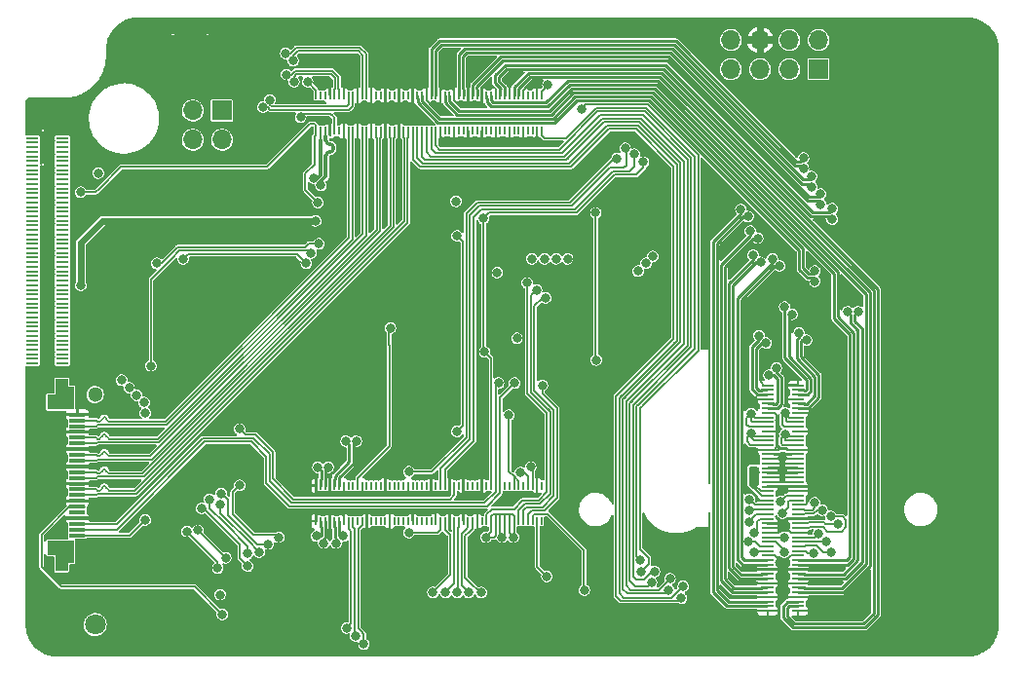
<source format=gbr>
%TF.GenerationSoftware,KiCad,Pcbnew,(5.99.0-10407-g1e8b23402c)*%
%TF.CreationDate,2021-07-10T11:43:57-06:00*%
%TF.ProjectId,lobby,6c6f6262-792e-46b6-9963-61645f706362,rev?*%
%TF.SameCoordinates,Original*%
%TF.FileFunction,Copper,L1,Top*%
%TF.FilePolarity,Positive*%
%FSLAX46Y46*%
G04 Gerber Fmt 4.6, Leading zero omitted, Abs format (unit mm)*
G04 Created by KiCad (PCBNEW (5.99.0-10407-g1e8b23402c)) date 2021-07-10 11:43:57*
%MOMM*%
%LPD*%
G01*
G04 APERTURE LIST*
G04 Aperture macros list*
%AMFreePoly0*
4,1,9,1.450000,0.000000,2.150000,0.000000,2.150000,-1.100000,0.750000,-1.100000,0.750000,-1.800000,-0.500000,-1.800000,-0.500000,0.500000,1.450000,0.500000,1.450000,0.000000,1.450000,0.000000,$1*%
%AMFreePoly1*
4,1,9,0.500000,-1.800000,-0.750000,-1.800000,-0.750000,-1.100000,-2.150000,-1.100000,-2.150000,0.000000,-1.450000,0.000000,-1.450000,0.500000,0.500000,0.500000,0.500000,-1.800000,0.500000,-1.800000,$1*%
G04 Aperture macros list end*
%TA.AperFunction,ComponentPad*%
%ADD10R,1.700000X1.700000*%
%TD*%
%TA.AperFunction,ComponentPad*%
%ADD11O,1.700000X1.700000*%
%TD*%
%TA.AperFunction,SMDPad,CuDef*%
%ADD12R,1.140000X0.200000*%
%TD*%
%TA.AperFunction,SMDPad,CuDef*%
%ADD13R,1.400000X0.300000*%
%TD*%
%TA.AperFunction,SMDPad,CuDef*%
%ADD14FreePoly0,270.000000*%
%TD*%
%TA.AperFunction,SMDPad,CuDef*%
%ADD15FreePoly1,270.000000*%
%TD*%
%TA.AperFunction,SMDPad,CuDef*%
%ADD16R,0.200000X0.700000*%
%TD*%
%TA.AperFunction,WasherPad*%
%ADD17C,1.300000*%
%TD*%
%TA.AperFunction,WasherPad*%
%ADD18C,1.800000*%
%TD*%
%TA.AperFunction,ViaPad*%
%ADD19C,0.800000*%
%TD*%
%TA.AperFunction,Conductor*%
%ADD20C,0.200000*%
%TD*%
%TA.AperFunction,Conductor*%
%ADD21C,0.254000*%
%TD*%
%TA.AperFunction,Conductor*%
%ADD22C,0.600000*%
%TD*%
%TA.AperFunction,Conductor*%
%ADD23C,0.350000*%
%TD*%
G04 APERTURE END LIST*
D10*
%TO.P,J1,1,Pin_1*%
%TO.N,/TR1_TAP*%
X37263646Y-28310153D03*
D11*
%TO.P,J1,2,Pin_2*%
%TO.N,/TR2_TAP*%
X34723646Y-28310153D03*
%TO.P,J1,3,Pin_3*%
%TO.N,/TR0_TAP*%
X37263646Y-30850153D03*
%TO.P,J1,4,Pin_4*%
%TO.N,/TR3_TAP*%
X34723646Y-30850153D03*
%TD*%
D10*
%TO.P,J2,1,Pin_1*%
%TO.N,/+3.3v*%
X89113646Y-24720153D03*
D11*
%TO.P,J2,2,Pin_2*%
%TO.N,/+5v*%
X89113646Y-22180153D03*
%TO.P,J2,3,Pin_3*%
%TO.N,/GPIO2*%
X86573646Y-24720153D03*
%TO.P,J2,4,Pin_4*%
%TO.N,/+5v*%
X86573646Y-22180153D03*
%TO.P,J2,5,Pin_5*%
%TO.N,/GPIO3*%
X84033646Y-24720153D03*
%TO.P,J2,6,Pin_6*%
%TO.N,GND*%
X84033646Y-22180153D03*
%TO.P,J2,7*%
%TO.N,N/C*%
X81493646Y-24720153D03*
%TO.P,J2,8,Pin_8*%
%TO.N,/GPIO14*%
X81493646Y-22180153D03*
%TD*%
D12*
%TO.P,Module2,1*%
%TO.N,GND*%
X84680000Y-52200000D03*
%TO.P,Module2,2*%
X87320000Y-52200000D03*
%TO.P,Module2,3*%
%TO.N,/TRD2_P*%
X84680000Y-52600000D03*
%TO.P,Module2,4*%
%TO.N,/TRD0_N*%
X87320000Y-52600000D03*
%TO.P,Module2,5*%
%TO.N,/TRD2_N*%
X84680000Y-53000000D03*
%TO.P,Module2,6*%
%TO.N,/TRD0_P*%
X87320000Y-53000000D03*
%TO.P,Module2,7*%
%TO.N,GND*%
X84680000Y-53400000D03*
%TO.P,Module2,8*%
X87320000Y-53400000D03*
%TO.P,Module2,9*%
%TO.N,/TRD3_P*%
X84680000Y-53800000D03*
%TO.P,Module2,10*%
%TO.N,/TRD1_P*%
X87320000Y-53800000D03*
%TO.P,Module2,11*%
%TO.N,/TRD3_N*%
X84680000Y-54200000D03*
%TO.P,Module2,12*%
%TO.N,/TRD1_N*%
X87320000Y-54200000D03*
%TO.P,Module2,13*%
%TO.N,GND*%
X84680000Y-54600000D03*
%TO.P,Module2,14*%
X87320000Y-54600000D03*
%TO.P,Module2,15*%
%TO.N,/TR3_TAP*%
X84680000Y-55000000D03*
%TO.P,Module2,16*%
%TO.N,/TR1_TAP*%
X87320000Y-55000000D03*
%TO.P,Module2,17*%
%TO.N,/TR3_TAP*%
X84680000Y-55400000D03*
%TO.P,Module2,18*%
%TO.N,/TR1_TAP*%
X87320000Y-55400000D03*
%TO.P,Module2,19*%
%TO.N,/TR3_TAP*%
X84680000Y-55800000D03*
%TO.P,Module2,20*%
%TO.N,/TR1_TAP*%
X87320000Y-55800000D03*
%TO.P,Module2,21*%
%TO.N,GND*%
X84680000Y-56200000D03*
%TO.P,Module2,22*%
X87320000Y-56200000D03*
%TO.P,Module2,23*%
%TO.N,/TR0_TAP*%
X84680000Y-56600000D03*
%TO.P,Module2,24*%
%TO.N,/TR2_TAP*%
X87320000Y-56600000D03*
%TO.P,Module2,25*%
%TO.N,/TR0_TAP*%
X84680000Y-57000000D03*
%TO.P,Module2,26*%
%TO.N,/TR2_TAP*%
X87320000Y-57000000D03*
%TO.P,Module2,27*%
%TO.N,/TR0_TAP*%
X84680000Y-57400000D03*
%TO.P,Module2,28*%
%TO.N,/TR2_TAP*%
X87320000Y-57400000D03*
%TO.P,Module2,29*%
%TO.N,GND*%
X84680000Y-57800000D03*
%TO.P,Module2,30*%
X87320000Y-57800000D03*
%TO.P,Module2,31*%
%TO.N,/+5v*%
X84680000Y-58200000D03*
%TO.P,Module2,32*%
X87320000Y-58200000D03*
%TO.P,Module2,33*%
X84680000Y-58600000D03*
%TO.P,Module2,34*%
X87320000Y-58600000D03*
%TO.P,Module2,35*%
X84680000Y-59000000D03*
%TO.P,Module2,36*%
X87320000Y-59000000D03*
%TO.P,Module2,37*%
X84680000Y-59400000D03*
%TO.P,Module2,38*%
X87320000Y-59400000D03*
%TO.P,Module2,39*%
X84680000Y-59800000D03*
%TO.P,Module2,40*%
X87320000Y-59800000D03*
%TO.P,Module2,41*%
X84680000Y-60200000D03*
%TO.P,Module2,42*%
X87320000Y-60200000D03*
%TO.P,Module2,43*%
X84680000Y-60600000D03*
%TO.P,Module2,44*%
X87320000Y-60600000D03*
%TO.P,Module2,45*%
%TO.N,GND*%
X84680000Y-61000000D03*
%TO.P,Module2,46*%
X87320000Y-61000000D03*
%TO.P,Module2,47*%
%TO.N,/+3.3v*%
X84680000Y-61400000D03*
%TO.P,Module2,48*%
%TO.N,GND*%
X87320000Y-61400000D03*
%TO.P,Module2,49*%
%TO.N,/+3.3v*%
X84680000Y-61800000D03*
%TO.P,Module2,50*%
%TO.N,/AnalogIP1*%
X87320000Y-61800000D03*
%TO.P,Module2,51*%
%TO.N,GND*%
X84680000Y-62200000D03*
%TO.P,Module2,52*%
%TO.N,/AnalogIP0*%
X87320000Y-62200000D03*
%TO.P,Module2,53*%
%TO.N,/ETH_LEDY*%
X84680000Y-62600000D03*
%TO.P,Module2,54*%
%TO.N,GND*%
X87320000Y-62600000D03*
%TO.P,Module2,55*%
%TO.N,/ETH_LEDG*%
X84680000Y-63000000D03*
%TO.P,Module2,56*%
%TO.N,/USB2_HOST_P*%
X87320000Y-63000000D03*
%TO.P,Module2,57*%
%TO.N,/nPI_LED_ACTIVITY*%
X84680000Y-63400000D03*
%TO.P,Module2,58*%
%TO.N,/USB2_HOST_N*%
X87320000Y-63400000D03*
%TO.P,Module2,59*%
%TO.N,/nPI_LED_PWR*%
X84680000Y-63800000D03*
%TO.P,Module2,60*%
%TO.N,GND*%
X87320000Y-63800000D03*
%TO.P,Module2,61*%
X84680000Y-64200000D03*
%TO.P,Module2,62*%
%TO.N,/USB2_DEV_N*%
X87320000Y-64200000D03*
%TO.P,Module2,63*%
%TO.N,GND*%
X84680000Y-64600000D03*
%TO.P,Module2,64*%
%TO.N,/USB2_DEV_P*%
X87320000Y-64600000D03*
%TO.P,Module2,65*%
%TO.N,GND*%
X84680000Y-65000000D03*
%TO.P,Module2,66*%
X87320000Y-65000000D03*
%TO.P,Module2,67*%
%TO.N,/HDMI0_HOTPLUG*%
X84680000Y-65400000D03*
%TO.P,Module2,68*%
%TO.N,/HDMI1_HOTPLUG*%
X87320000Y-65400000D03*
%TO.P,Module2,69*%
%TO.N,/HDMI0_CEC*%
X84680000Y-65800000D03*
%TO.P,Module2,70*%
%TO.N,/HDMI1_CEC*%
X87320000Y-65800000D03*
%TO.P,Module2,71*%
%TO.N,/HDMI0_SDA*%
X84680000Y-66200000D03*
%TO.P,Module2,72*%
%TO.N,/HDMI1_SDA*%
X87320000Y-66200000D03*
%TO.P,Module2,73*%
%TO.N,/HDMI0_SCL*%
X84680000Y-66600000D03*
%TO.P,Module2,74*%
%TO.N,/HDMI1_SCL*%
X87320000Y-66600000D03*
%TO.P,Module2,75*%
%TO.N,GND*%
X84680000Y-67000000D03*
%TO.P,Module2,76*%
X87320000Y-67000000D03*
%TO.P,Module2,77*%
%TO.N,/HDMI0_TX0_N*%
X84680000Y-67400000D03*
%TO.P,Module2,78*%
%TO.N,/HDMI1_TX0_P*%
X87320000Y-67400000D03*
%TO.P,Module2,79*%
%TO.N,/HDMI0_TX0_P*%
X84680000Y-67800000D03*
%TO.P,Module2,80*%
%TO.N,/HDMI1_TX0_N*%
X87320000Y-67800000D03*
%TO.P,Module2,81*%
%TO.N,GND*%
X84680000Y-68200000D03*
%TO.P,Module2,82*%
X87320000Y-68200000D03*
%TO.P,Module2,83*%
%TO.N,/HDMI0_TX2_N*%
X84680000Y-68600000D03*
%TO.P,Module2,84*%
%TO.N,/HDMI1_TX2_P*%
X87320000Y-68600000D03*
%TO.P,Module2,85*%
%TO.N,/HDMI0_TX2_P*%
X84680000Y-69000000D03*
%TO.P,Module2,86*%
%TO.N,/HDMI1_TX2_N*%
X87320000Y-69000000D03*
%TO.P,Module2,87*%
%TO.N,GND*%
X84680000Y-69400000D03*
%TO.P,Module2,88*%
X87320000Y-69400000D03*
%TO.P,Module2,89*%
%TO.N,/HDMI1_CLK_N*%
X84680000Y-69800000D03*
%TO.P,Module2,90*%
%TO.N,/HDMI0_TX1_P*%
X87320000Y-69800000D03*
%TO.P,Module2,91*%
%TO.N,/HDMI1_CLK_P*%
X84680000Y-70200000D03*
%TO.P,Module2,92*%
%TO.N,/HDMI0_TX1_N*%
X87320000Y-70200000D03*
%TO.P,Module2,93*%
%TO.N,GND*%
X84680000Y-70600000D03*
%TO.P,Module2,94*%
X87320000Y-70600000D03*
%TO.P,Module2,95*%
%TO.N,/HDMI1_TX1_N*%
X84680000Y-71000000D03*
%TO.P,Module2,96*%
%TO.N,/HDMI0_CLK_P*%
X87320000Y-71000000D03*
%TO.P,Module2,97*%
%TO.N,/HDMI1_TX1_P*%
X84680000Y-71400000D03*
%TO.P,Module2,98*%
%TO.N,/HDMI0_CLK_N*%
X87320000Y-71400000D03*
%TO.P,Module2,99*%
%TO.N,GND*%
X84680000Y-71800000D03*
%TO.P,Module2,100*%
X87320000Y-71800000D03*
%TD*%
%TO.P,Module3,1*%
%TO.N,unconnected-(Module3-Pad1)*%
X20780000Y-30700000D03*
%TO.P,Module3,2*%
%TO.N,unconnected-(Module3-Pad2)*%
X23420000Y-30700000D03*
%TO.P,Module3,3*%
%TO.N,unconnected-(Module3-Pad3)*%
X20780000Y-31100000D03*
%TO.P,Module3,4*%
%TO.N,unconnected-(Module3-Pad4)*%
X23420000Y-31100000D03*
%TO.P,Module3,5*%
%TO.N,unconnected-(Module3-Pad5)*%
X20780000Y-31500000D03*
%TO.P,Module3,6*%
%TO.N,unconnected-(Module3-Pad6)*%
X23420000Y-31500000D03*
%TO.P,Module3,7*%
%TO.N,unconnected-(Module3-Pad7)*%
X20780000Y-31900000D03*
%TO.P,Module3,8*%
%TO.N,unconnected-(Module3-Pad8)*%
X23420000Y-31900000D03*
%TO.P,Module3,9*%
%TO.N,unconnected-(Module3-Pad9)*%
X20780000Y-32300000D03*
%TO.P,Module3,10*%
%TO.N,unconnected-(Module3-Pad10)*%
X23420000Y-32300000D03*
%TO.P,Module3,11*%
%TO.N,unconnected-(Module3-Pad11)*%
X20780000Y-32700000D03*
%TO.P,Module3,12*%
%TO.N,unconnected-(Module3-Pad12)*%
X23420000Y-32700000D03*
%TO.P,Module3,13*%
%TO.N,unconnected-(Module3-Pad13)*%
X20780000Y-33100000D03*
%TO.P,Module3,14*%
%TO.N,unconnected-(Module3-Pad14)*%
X23420000Y-33100000D03*
%TO.P,Module3,15*%
%TO.N,unconnected-(Module3-Pad15)*%
X20780000Y-33500000D03*
%TO.P,Module3,16*%
%TO.N,unconnected-(Module3-Pad16)*%
X23420000Y-33500000D03*
%TO.P,Module3,17*%
%TO.N,unconnected-(Module3-Pad17)*%
X20780000Y-33900000D03*
%TO.P,Module3,18*%
%TO.N,unconnected-(Module3-Pad18)*%
X23420000Y-33900000D03*
%TO.P,Module3,19*%
%TO.N,unconnected-(Module3-Pad19)*%
X20780000Y-34300000D03*
%TO.P,Module3,20*%
%TO.N,unconnected-(Module3-Pad20)*%
X23420000Y-34300000D03*
%TO.P,Module3,21*%
%TO.N,unconnected-(Module3-Pad21)*%
X20780000Y-34700000D03*
%TO.P,Module3,22*%
%TO.N,unconnected-(Module3-Pad22)*%
X23420000Y-34700000D03*
%TO.P,Module3,23*%
%TO.N,unconnected-(Module3-Pad23)*%
X20780000Y-35100000D03*
%TO.P,Module3,24*%
%TO.N,unconnected-(Module3-Pad24)*%
X23420000Y-35100000D03*
%TO.P,Module3,25*%
%TO.N,unconnected-(Module3-Pad25)*%
X20780000Y-35500000D03*
%TO.P,Module3,26*%
%TO.N,unconnected-(Module3-Pad26)*%
X23420000Y-35500000D03*
%TO.P,Module3,27*%
%TO.N,unconnected-(Module3-Pad27)*%
X20780000Y-35900000D03*
%TO.P,Module3,28*%
%TO.N,unconnected-(Module3-Pad28)*%
X23420000Y-35900000D03*
%TO.P,Module3,29*%
%TO.N,unconnected-(Module3-Pad29)*%
X20780000Y-36300000D03*
%TO.P,Module3,30*%
%TO.N,unconnected-(Module3-Pad30)*%
X23420000Y-36300000D03*
%TO.P,Module3,31*%
%TO.N,unconnected-(Module3-Pad31)*%
X20780000Y-36700000D03*
%TO.P,Module3,32*%
%TO.N,unconnected-(Module3-Pad32)*%
X23420000Y-36700000D03*
%TO.P,Module3,33*%
%TO.N,unconnected-(Module3-Pad33)*%
X20780000Y-37100000D03*
%TO.P,Module3,34*%
%TO.N,unconnected-(Module3-Pad34)*%
X23420000Y-37100000D03*
%TO.P,Module3,35*%
%TO.N,unconnected-(Module3-Pad35)*%
X20780000Y-37500000D03*
%TO.P,Module3,36*%
%TO.N,unconnected-(Module3-Pad36)*%
X23420000Y-37500000D03*
%TO.P,Module3,37*%
%TO.N,unconnected-(Module3-Pad37)*%
X20780000Y-37900000D03*
%TO.P,Module3,38*%
%TO.N,unconnected-(Module3-Pad38)*%
X23420000Y-37900000D03*
%TO.P,Module3,39*%
%TO.N,unconnected-(Module3-Pad39)*%
X20780000Y-38300000D03*
%TO.P,Module3,40*%
%TO.N,unconnected-(Module3-Pad40)*%
X23420000Y-38300000D03*
%TO.P,Module3,41*%
%TO.N,unconnected-(Module3-Pad41)*%
X20780000Y-38700000D03*
%TO.P,Module3,42*%
%TO.N,unconnected-(Module3-Pad42)*%
X23420000Y-38700000D03*
%TO.P,Module3,43*%
%TO.N,unconnected-(Module3-Pad43)*%
X20780000Y-39100000D03*
%TO.P,Module3,44*%
%TO.N,unconnected-(Module3-Pad44)*%
X23420000Y-39100000D03*
%TO.P,Module3,45*%
%TO.N,unconnected-(Module3-Pad45)*%
X20780000Y-39500000D03*
%TO.P,Module3,46*%
%TO.N,unconnected-(Module3-Pad46)*%
X23420000Y-39500000D03*
%TO.P,Module3,47*%
%TO.N,unconnected-(Module3-Pad47)*%
X20780000Y-39900000D03*
%TO.P,Module3,48*%
%TO.N,unconnected-(Module3-Pad48)*%
X23420000Y-39900000D03*
%TO.P,Module3,49*%
%TO.N,unconnected-(Module3-Pad49)*%
X20780000Y-40300000D03*
%TO.P,Module3,50*%
%TO.N,unconnected-(Module3-Pad50)*%
X23420000Y-40300000D03*
%TO.P,Module3,51*%
%TO.N,unconnected-(Module3-Pad51)*%
X20780000Y-40700000D03*
%TO.P,Module3,52*%
%TO.N,unconnected-(Module3-Pad52)*%
X23420000Y-40700000D03*
%TO.P,Module3,53*%
%TO.N,unconnected-(Module3-Pad53)*%
X20780000Y-41100000D03*
%TO.P,Module3,54*%
%TO.N,unconnected-(Module3-Pad54)*%
X23420000Y-41100000D03*
%TO.P,Module3,55*%
%TO.N,unconnected-(Module3-Pad55)*%
X20780000Y-41500000D03*
%TO.P,Module3,56*%
%TO.N,unconnected-(Module3-Pad56)*%
X23420000Y-41500000D03*
%TO.P,Module3,57*%
%TO.N,unconnected-(Module3-Pad57)*%
X20780000Y-41900000D03*
%TO.P,Module3,58*%
%TO.N,unconnected-(Module3-Pad58)*%
X23420000Y-41900000D03*
%TO.P,Module3,59*%
%TO.N,unconnected-(Module3-Pad59)*%
X20780000Y-42300000D03*
%TO.P,Module3,60*%
%TO.N,unconnected-(Module3-Pad60)*%
X23420000Y-42300000D03*
%TO.P,Module3,61*%
%TO.N,unconnected-(Module3-Pad61)*%
X20780000Y-42700000D03*
%TO.P,Module3,62*%
%TO.N,unconnected-(Module3-Pad62)*%
X23420000Y-42700000D03*
%TO.P,Module3,63*%
%TO.N,unconnected-(Module3-Pad63)*%
X20780000Y-43100000D03*
%TO.P,Module3,64*%
%TO.N,unconnected-(Module3-Pad64)*%
X23420000Y-43100000D03*
%TO.P,Module3,65*%
%TO.N,unconnected-(Module3-Pad65)*%
X20780000Y-43500000D03*
%TO.P,Module3,66*%
%TO.N,unconnected-(Module3-Pad66)*%
X23420000Y-43500000D03*
%TO.P,Module3,67*%
%TO.N,unconnected-(Module3-Pad67)*%
X20780000Y-43900000D03*
%TO.P,Module3,68*%
%TO.N,unconnected-(Module3-Pad68)*%
X23420000Y-43900000D03*
%TO.P,Module3,69*%
%TO.N,unconnected-(Module3-Pad69)*%
X20780000Y-44300000D03*
%TO.P,Module3,70*%
%TO.N,unconnected-(Module3-Pad70)*%
X23420000Y-44300000D03*
%TO.P,Module3,71*%
%TO.N,unconnected-(Module3-Pad71)*%
X20780000Y-44700000D03*
%TO.P,Module3,72*%
%TO.N,unconnected-(Module3-Pad72)*%
X23420000Y-44700000D03*
%TO.P,Module3,73*%
%TO.N,unconnected-(Module3-Pad73)*%
X20780000Y-45100000D03*
%TO.P,Module3,74*%
%TO.N,unconnected-(Module3-Pad74)*%
X23420000Y-45100000D03*
%TO.P,Module3,75*%
%TO.N,unconnected-(Module3-Pad75)*%
X20780000Y-45500000D03*
%TO.P,Module3,76*%
%TO.N,unconnected-(Module3-Pad76)*%
X23420000Y-45500000D03*
%TO.P,Module3,77*%
%TO.N,unconnected-(Module3-Pad77)*%
X20780000Y-45900000D03*
%TO.P,Module3,78*%
%TO.N,unconnected-(Module3-Pad78)*%
X23420000Y-45900000D03*
%TO.P,Module3,79*%
%TO.N,unconnected-(Module3-Pad79)*%
X20780000Y-46300000D03*
%TO.P,Module3,80*%
%TO.N,unconnected-(Module3-Pad80)*%
X23420000Y-46300000D03*
%TO.P,Module3,81*%
%TO.N,unconnected-(Module3-Pad81)*%
X20780000Y-46700000D03*
%TO.P,Module3,82*%
%TO.N,unconnected-(Module3-Pad82)*%
X23420000Y-46700000D03*
%TO.P,Module3,83*%
%TO.N,unconnected-(Module3-Pad83)*%
X20780000Y-47100000D03*
%TO.P,Module3,84*%
%TO.N,unconnected-(Module3-Pad84)*%
X23420000Y-47100000D03*
%TO.P,Module3,85*%
%TO.N,unconnected-(Module3-Pad85)*%
X20780000Y-47500000D03*
%TO.P,Module3,86*%
%TO.N,unconnected-(Module3-Pad86)*%
X23420000Y-47500000D03*
%TO.P,Module3,87*%
%TO.N,unconnected-(Module3-Pad87)*%
X20780000Y-47900000D03*
%TO.P,Module3,88*%
%TO.N,unconnected-(Module3-Pad88)*%
X23420000Y-47900000D03*
%TO.P,Module3,89*%
%TO.N,unconnected-(Module3-Pad89)*%
X20780000Y-48300000D03*
%TO.P,Module3,90*%
%TO.N,unconnected-(Module3-Pad90)*%
X23420000Y-48300000D03*
%TO.P,Module3,91*%
%TO.N,unconnected-(Module3-Pad91)*%
X20780000Y-48700000D03*
%TO.P,Module3,92*%
%TO.N,unconnected-(Module3-Pad92)*%
X23420000Y-48700000D03*
%TO.P,Module3,93*%
%TO.N,unconnected-(Module3-Pad93)*%
X20780000Y-49100000D03*
%TO.P,Module3,94*%
%TO.N,unconnected-(Module3-Pad94)*%
X23420000Y-49100000D03*
%TO.P,Module3,95*%
%TO.N,unconnected-(Module3-Pad95)*%
X20780000Y-49500000D03*
%TO.P,Module3,96*%
%TO.N,unconnected-(Module3-Pad96)*%
X23420000Y-49500000D03*
%TO.P,Module3,97*%
%TO.N,unconnected-(Module3-Pad97)*%
X20780000Y-49900000D03*
%TO.P,Module3,98*%
%TO.N,unconnected-(Module3-Pad98)*%
X23420000Y-49900000D03*
%TO.P,Module3,99*%
%TO.N,unconnected-(Module3-Pad99)*%
X20780000Y-50300000D03*
%TO.P,Module3,100*%
%TO.N,unconnected-(Module3-Pad100)*%
X23420000Y-50300000D03*
%TD*%
D13*
%TO.P,J4,1,Pin_1*%
%TO.N,GND*%
X24700000Y-54750000D03*
%TO.P,J4,2,Pin_2*%
%TO.N,/CAM1_D0_N*%
X24700000Y-55250000D03*
%TO.P,J4,3,Pin_3*%
%TO.N,/CAM1_D0_P*%
X24700000Y-55750000D03*
%TO.P,J4,4,Pin_4*%
%TO.N,GND*%
X24700000Y-56250000D03*
%TO.P,J4,5,Pin_5*%
%TO.N,/CAM1_D1_N*%
X24700000Y-56750000D03*
%TO.P,J4,6,Pin_6*%
%TO.N,/CAM1_D1_P*%
X24700000Y-57250000D03*
%TO.P,J4,7,Pin_7*%
%TO.N,GND*%
X24700000Y-57750000D03*
%TO.P,J4,8,Pin_8*%
%TO.N,/CAM1_C_N*%
X24700000Y-58250000D03*
%TO.P,J4,9,Pin_9*%
%TO.N,/CAM1_C_P*%
X24700000Y-58750000D03*
%TO.P,J4,10,Pin_10*%
%TO.N,GND*%
X24700000Y-59250000D03*
%TO.P,J4,11,Pin_11*%
%TO.N,/CAM1_D2_N*%
X24700000Y-59750000D03*
%TO.P,J4,12,Pin_12*%
%TO.N,/CAM1_D2_P*%
X24700000Y-60250000D03*
%TO.P,J4,13,Pin_13*%
%TO.N,GND*%
X24700000Y-60750000D03*
%TO.P,J4,14,Pin_14*%
%TO.N,/CAM1_D3_N*%
X24700000Y-61250000D03*
%TO.P,J4,15,Pin_15*%
%TO.N,/CAM1_D3_P*%
X24700000Y-61750000D03*
%TO.P,J4,16,Pin_16*%
%TO.N,GND*%
X24700000Y-62250000D03*
%TO.P,J4,17,Pin_17*%
%TO.N,/CAM_GPIO*%
X24700000Y-62750000D03*
%TO.P,J4,18,Pin_18*%
%TO.N,unconnected-(J4-Pad18)*%
X24700000Y-63250000D03*
%TO.P,J4,19,Pin_19*%
%TO.N,GND*%
X24700000Y-63750000D03*
%TO.P,J4,20,Pin_20*%
%TO.N,/SCL0*%
X24700000Y-64250000D03*
%TO.P,J4,21,Pin_21*%
%TO.N,/SDA0*%
X24700000Y-64750000D03*
%TO.P,J4,22,Pin_22*%
%TO.N,/+3.3v*%
X24700000Y-65250000D03*
D14*
%TO.P,J4,23*%
%TO.N,N/C*%
X23900000Y-66200000D03*
D15*
%TO.P,J4,24*%
X23900000Y-53800000D03*
%TD*%
D16*
%TO.P,Module1,200,HDMI0_SCL*%
%TO.N,/HDMI0_SCL*%
X65050000Y-27000000D03*
%TO.P,Module1,199,HDMI0_SDA*%
%TO.N,/HDMI0_SDA*%
X65050000Y-30080000D03*
%TO.P,Module1,198,GND*%
%TO.N,GND*%
X64650000Y-27000000D03*
%TO.P,Module1,197,GND*%
X64650000Y-30080000D03*
%TO.P,Module1,196,DSI1_D3_P*%
%TO.N,unconnected-(Module1-Pad196)*%
X64250000Y-27000000D03*
%TO.P,Module1,195,DSI1_D2_P*%
%TO.N,unconnected-(Module1-Pad195)*%
X64250000Y-30080000D03*
%TO.P,Module1,194,DSI1_D3_N*%
%TO.N,unconnected-(Module1-Pad194)*%
X63850000Y-27000000D03*
%TO.P,Module1,193,DSI1_D2_N*%
%TO.N,unconnected-(Module1-Pad193)*%
X63850000Y-30080000D03*
%TO.P,Module1,192,GND*%
%TO.N,GND*%
X63450000Y-27000000D03*
%TO.P,Module1,191,GND*%
X63450000Y-30080000D03*
%TO.P,Module1,190,HDMI0_CLK_N*%
%TO.N,/HDMI0_CLK_N*%
X63050000Y-27000000D03*
%TO.P,Module1,189,DSI1_C_P*%
%TO.N,unconnected-(Module1-Pad189)*%
X63050000Y-30080000D03*
%TO.P,Module1,188,HDMI0_CLK_P*%
%TO.N,/HDMI0_CLK_P*%
X62650000Y-27000000D03*
%TO.P,Module1,187,DSI1_C_N*%
%TO.N,unconnected-(Module1-Pad187)*%
X62650000Y-30080000D03*
%TO.P,Module1,186,GND*%
%TO.N,GND*%
X62250000Y-27000000D03*
%TO.P,Module1,185,GND*%
X62250000Y-30080000D03*
%TO.P,Module1,184,HDMI0_TX0_N*%
%TO.N,/HDMI0_TX0_N*%
X61850000Y-27000000D03*
%TO.P,Module1,183,DSI1_D1_P*%
%TO.N,unconnected-(Module1-Pad183)*%
X61850000Y-30080000D03*
%TO.P,Module1,182,HDMI0_TX0_P*%
%TO.N,/HDMI0_TX0_P*%
X61450000Y-27000000D03*
%TO.P,Module1,181,DSI1_D1_N*%
%TO.N,unconnected-(Module1-Pad181)*%
X61450000Y-30080000D03*
%TO.P,Module1,180,GND*%
%TO.N,GND*%
X61050000Y-27000000D03*
%TO.P,Module1,179,GND*%
X61050000Y-30080000D03*
%TO.P,Module1,178,HDMI0_TX1_N*%
%TO.N,/HDMI0_TX1_N*%
X60650000Y-27000000D03*
%TO.P,Module1,177,DSI1_D0_P*%
%TO.N,unconnected-(Module1-Pad177)*%
X60650000Y-30080000D03*
%TO.P,Module1,176,HDMI0_TX1_P*%
%TO.N,/HDMI0_TX1_P*%
X60250000Y-27000000D03*
%TO.P,Module1,175,DSI1_D0_N*%
%TO.N,unconnected-(Module1-Pad175)*%
X60250000Y-30080000D03*
%TO.P,Module1,174,GND*%
%TO.N,GND*%
X59850000Y-27000000D03*
%TO.P,Module1,173,GND*%
X59850000Y-30080000D03*
%TO.P,Module1,172,HDMI0_TX2_N*%
%TO.N,/HDMI0_TX2_N*%
X59450000Y-27000000D03*
%TO.P,Module1,171,DSI0_C_P*%
%TO.N,unconnected-(Module1-Pad171)*%
X59450000Y-30080000D03*
%TO.P,Module1,170,HDMI0_TX2_P*%
%TO.N,/HDMI0_TX2_P*%
X59050000Y-27000000D03*
%TO.P,Module1,169,DSI0_C_N*%
%TO.N,unconnected-(Module1-Pad169)*%
X59050000Y-30080000D03*
%TO.P,Module1,168,GND*%
%TO.N,GND*%
X58650000Y-27000000D03*
%TO.P,Module1,167,GND*%
X58650000Y-30080000D03*
%TO.P,Module1,166,HDMI1_CLK_N*%
%TO.N,/HDMI1_CLK_N*%
X58250000Y-27000000D03*
%TO.P,Module1,165,DSI0_D1_P*%
%TO.N,unconnected-(Module1-Pad165)*%
X58250000Y-30080000D03*
%TO.P,Module1,164,HDMI1_CLK_P*%
%TO.N,/HDMI1_CLK_P*%
X57850000Y-27000000D03*
%TO.P,Module1,163,DSI0_D1_N*%
%TO.N,unconnected-(Module1-Pad163)*%
X57850000Y-30080000D03*
%TO.P,Module1,162,GND*%
%TO.N,GND*%
X57450000Y-27000000D03*
%TO.P,Module1,161,GND*%
X57450000Y-30080000D03*
%TO.P,Module1,160,HDMI1_TX0_N*%
%TO.N,/HDMI1_TX0_N*%
X57050000Y-27000000D03*
%TO.P,Module1,159,DSI0_D0_P*%
%TO.N,unconnected-(Module1-Pad159)*%
X57050000Y-30080000D03*
%TO.P,Module1,158,HDMI1_TX0_P*%
%TO.N,/HDMI1_TX0_P*%
X56650000Y-27000000D03*
%TO.P,Module1,157,DSI0_D0_N*%
%TO.N,unconnected-(Module1-Pad157)*%
X56650000Y-30080000D03*
%TO.P,Module1,156,GND*%
%TO.N,GND*%
X56250000Y-27000000D03*
%TO.P,Module1,155,GND*%
X56250000Y-30080000D03*
%TO.P,Module1,154,HDMI1_TX1_N*%
%TO.N,/HDMI1_TX1_N*%
X55850000Y-27000000D03*
%TO.P,Module1,153,HDMI0_HOTPLUG*%
%TO.N,/HDMI0_HOTPLUG*%
X55850000Y-30080000D03*
%TO.P,Module1,152,HDMI1_TX1_P*%
%TO.N,/HDMI1_TX1_P*%
X55450000Y-27000000D03*
%TO.P,Module1,151,HDMI0_CEC*%
%TO.N,/HDMI0_CEC*%
X55450000Y-30080000D03*
%TO.P,Module1,150,GND*%
%TO.N,GND*%
X55050000Y-27000000D03*
%TO.P,Module1,149,HDMI1_CEC*%
%TO.N,/HDMI1_CEC*%
X55050000Y-30080000D03*
%TO.P,Module1,148,HDMI1_TX2_N*%
%TO.N,/HDMI1_TX2_N*%
X54650000Y-27000000D03*
%TO.P,Module1,147,HDMI1_SCL*%
%TO.N,/HDMI1_SCL*%
X54650000Y-30080000D03*
%TO.P,Module1,146,HDMI1_TX2_P*%
%TO.N,/HDMI1_TX2_P*%
X54250000Y-27000000D03*
%TO.P,Module1,145,HDMI1_SDA*%
%TO.N,/HDMI1_SDA*%
X54250000Y-30080000D03*
%TO.P,Module1,144,GND*%
%TO.N,GND*%
X53850000Y-27000000D03*
%TO.P,Module1,143,HDMI1_HOTPLUG*%
%TO.N,/HDMI1_HOTPLUG*%
X53850000Y-30080000D03*
%TO.P,Module1,142,CAM0_C_P*%
%TO.N,unconnected-(Module1-Pad142)*%
X53450000Y-27000000D03*
%TO.P,Module1,141,CAM1_D3_P*%
%TO.N,/CAM1_D3_P*%
X53450000Y-30080000D03*
%TO.P,Module1,140,CAM0_C_N*%
%TO.N,unconnected-(Module1-Pad140)*%
X53050000Y-27000000D03*
%TO.P,Module1,139,CAM1_D3_N*%
%TO.N,/CAM1_D3_N*%
X53050000Y-30080000D03*
%TO.P,Module1,138,GND*%
%TO.N,GND*%
X52650000Y-27000000D03*
%TO.P,Module1,137,GND*%
X52650000Y-30080000D03*
%TO.P,Module1,136,CAM0_D1_P*%
%TO.N,unconnected-(Module1-Pad136)*%
X52250000Y-27000000D03*
%TO.P,Module1,135,CAM1_D2_P*%
%TO.N,/CAM1_D2_P*%
X52250000Y-30080000D03*
%TO.P,Module1,134,CAM0_D1_N*%
%TO.N,unconnected-(Module1-Pad134)*%
X51850000Y-27000000D03*
%TO.P,Module1,133,CAM1_D2_N*%
%TO.N,/CAM1_D2_N*%
X51850000Y-30080000D03*
%TO.P,Module1,132,GND*%
%TO.N,GND*%
X51450000Y-27000000D03*
%TO.P,Module1,131,GND*%
X51450000Y-30080000D03*
%TO.P,Module1,130,CAM0_D0_P*%
%TO.N,unconnected-(Module1-Pad130)*%
X51050000Y-27000000D03*
%TO.P,Module1,129,CAM1_C_P*%
%TO.N,/CAM1_C_P*%
X51050000Y-30080000D03*
%TO.P,Module1,128,CAM0_D0_N*%
%TO.N,unconnected-(Module1-Pad128)*%
X50650000Y-27000000D03*
%TO.P,Module1,127,CAM1_C_N*%
%TO.N,/CAM1_C_N*%
X50650000Y-30080000D03*
%TO.P,Module1,126,GND*%
%TO.N,GND*%
X50250000Y-27000000D03*
%TO.P,Module1,125,GND*%
X50250000Y-30080000D03*
%TO.P,Module1,124,PCIe_TX_N*%
%TO.N,/PCIE_TX_N*%
X49850000Y-27000000D03*
%TO.P,Module1,123,CAM1_D1_P*%
%TO.N,/CAM1_D1_P*%
X49850000Y-30080000D03*
%TO.P,Module1,122,PCIe_TX_P*%
%TO.N,/PCIE_TX_P*%
X49450000Y-27000000D03*
%TO.P,Module1,121,CAM1_D1_N*%
%TO.N,/CAM1_D1_N*%
X49450000Y-30080000D03*
%TO.P,Module1,120,GND*%
%TO.N,GND*%
X49050000Y-27000000D03*
%TO.P,Module1,119,GND*%
X49050000Y-30080000D03*
%TO.P,Module1,118,PCIe_RX_N*%
%TO.N,/PCIE_RX_N*%
X48650000Y-27000000D03*
%TO.P,Module1,117,CAM1_D0_P*%
%TO.N,/CAM1_D0_P*%
X48650000Y-30080000D03*
%TO.P,Module1,116,PCIe_RX_P*%
%TO.N,/PCIE_RX_P*%
X48250000Y-27000000D03*
%TO.P,Module1,115,CAM1_D0_N*%
%TO.N,/CAM1_D0_N*%
X48250000Y-30080000D03*
%TO.P,Module1,114,GND*%
%TO.N,GND*%
X47850000Y-27000000D03*
%TO.P,Module1,113,GND*%
X47850000Y-30080000D03*
%TO.P,Module1,112,PCIe_CLK_N*%
%TO.N,/PCIE_CLK_N*%
X47450000Y-27000000D03*
%TO.P,Module1,111,VDAC_COMP*%
%TO.N,unconnected-(Module1-Pad111)*%
X47450000Y-30080000D03*
%TO.P,Module1,110,PCIe_CLK_P*%
%TO.N,/PCIE_CLK_P*%
X47050000Y-27000000D03*
%TO.P,Module1,109,PCIe_nRST*%
%TO.N,/PCIE_nRST*%
X47050000Y-30080000D03*
%TO.P,Module1,108,GND*%
%TO.N,GND*%
X46650000Y-27000000D03*
%TO.P,Module1,107,GND*%
X46650000Y-30080000D03*
%TO.P,Module1,106,Reserved*%
%TO.N,unconnected-(Module1-Pad106)*%
X46250000Y-27000000D03*
%TO.P,Module1,105,USB2_P*%
%TO.N,/USB2_P*%
X46250000Y-30080000D03*
%TO.P,Module1,104,Reserved*%
%TO.N,unconnected-(Module1-Pad104)*%
X45850000Y-27000000D03*
%TO.P,Module1,103,USB2_N*%
%TO.N,/USB2_N*%
X45850000Y-30080000D03*
%TO.P,Module1,102,PCIe_CLK_nREQ*%
%TO.N,/PCIE_CLK_nREQ*%
X45450000Y-27000000D03*
%TO.P,Module1,101,USB_OTG_ID*%
%TO.N,/USBOTG_ID*%
X45450000Y-30080000D03*
%TO.P,Module1,100,nEXTRST*%
%TO.N,unconnected-(Module1-Pad100)*%
X65050000Y-60920000D03*
%TO.P,Module1,99,Global_EN*%
%TO.N,unconnected-(Module1-Pad99)*%
X65050000Y-64000000D03*
%TO.P,Module1,98,GND*%
%TO.N,GND*%
X64650000Y-60920000D03*
%TO.P,Module1,97,Camera_GPIO*%
%TO.N,/CAM_GPIO*%
X64650000Y-64000000D03*
%TO.P,Module1,96,AnalogIP0*%
%TO.N,/AnalogIP0*%
X64250000Y-60920000D03*
%TO.P,Module1,95,nPI_LED_PWR*%
%TO.N,/nPI_LED_PWR*%
X64250000Y-64000000D03*
%TO.P,Module1,94,AnalogIP1*%
%TO.N,/AnalogIP1*%
X63850000Y-60920000D03*
%TO.P,Module1,93,nRPIBOOT*%
%TO.N,/nRPIBOOT*%
X63850000Y-64000000D03*
%TO.P,Module1,92,RUN_PG*%
%TO.N,unconnected-(Module1-Pad92)*%
X63450000Y-60920000D03*
%TO.P,Module1,91,BT_nDisable*%
%TO.N,/BT_nDis*%
X63450000Y-64000000D03*
%TO.P,Module1,90,+1.8v_(Output)*%
%TO.N,/+1.8v*%
X63050000Y-60920000D03*
%TO.P,Module1,89,WiFi_nDisable*%
%TO.N,/WL_nDis*%
X63050000Y-64000000D03*
%TO.P,Module1,88,+1.8v_(Output)*%
%TO.N,/+1.8v*%
X62650000Y-60920000D03*
%TO.P,Module1,87,+5v_(Input)*%
%TO.N,/+5v*%
X62650000Y-64000000D03*
%TO.P,Module1,86,+3.3v_(Output)*%
%TO.N,unconnected-(Module1-Pad86)*%
X62250000Y-60920000D03*
%TO.P,Module1,85,+5v_(Input)*%
%TO.N,/+5v*%
X62250000Y-64000000D03*
%TO.P,Module1,84,+3.3v_(Output)*%
%TO.N,unconnected-(Module1-Pad84)*%
X61850000Y-60920000D03*
%TO.P,Module1,83,+5v_(Input)*%
%TO.N,/+5v*%
X61850000Y-64000000D03*
%TO.P,Module1,82,SDA0*%
%TO.N,/SDA0*%
X61450000Y-60920000D03*
%TO.P,Module1,81,+5v_(Input)*%
%TO.N,/+5v*%
X61450000Y-64000000D03*
%TO.P,Module1,80,SCL0*%
%TO.N,/SCL0*%
X61050000Y-60920000D03*
%TO.P,Module1,79,+5v_(Input)*%
%TO.N,/+5v*%
X61050000Y-64000000D03*
%TO.P,Module1,78,GPIO_VREF(1.8v/3.3v_Input)*%
%TO.N,/GPIO_VREF*%
X60650000Y-60920000D03*
%TO.P,Module1,77,+5v_(Input)*%
%TO.N,/+5v*%
X60650000Y-64000000D03*
%TO.P,Module1,76,Reserved*%
%TO.N,unconnected-(Module1-Pad76)*%
X60250000Y-60920000D03*
%TO.P,Module1,75,SD_PWR_ON*%
%TO.N,/SD_PWR_ON*%
X60250000Y-64000000D03*
%TO.P,Module1,74,GND*%
%TO.N,GND*%
X59850000Y-60920000D03*
%TO.P,Module1,73,SD_VDD_Override*%
%TO.N,unconnected-(Module1-Pad73)*%
X59850000Y-64000000D03*
%TO.P,Module1,72,SD_DAT6*%
%TO.N,unconnected-(Module1-Pad72)*%
X59450000Y-60920000D03*
%TO.P,Module1,71,GND*%
%TO.N,GND*%
X59450000Y-64000000D03*
%TO.P,Module1,70,SD_DAT7*%
%TO.N,unconnected-(Module1-Pad70)*%
X59050000Y-60920000D03*
%TO.P,Module1,69,SD_DAT2*%
%TO.N,/SD_DAT2*%
X59050000Y-64000000D03*
%TO.P,Module1,68,SD_DAT4*%
%TO.N,unconnected-(Module1-Pad68)*%
X58650000Y-60920000D03*
%TO.P,Module1,67,SD_DAT1*%
%TO.N,/SD_DAT1*%
X58650000Y-64000000D03*
%TO.P,Module1,66,GND*%
%TO.N,GND*%
X58250000Y-60920000D03*
%TO.P,Module1,65,GND*%
X58250000Y-64000000D03*
%TO.P,Module1,64,SD_DAT5*%
%TO.N,unconnected-(Module1-Pad64)*%
X57850000Y-60920000D03*
%TO.P,Module1,63,SD_DAT0*%
%TO.N,/SD_DAT0*%
X57850000Y-64000000D03*
%TO.P,Module1,62,SD_CMD*%
%TO.N,/SD_CMD*%
X57450000Y-60920000D03*
%TO.P,Module1,61,SD_DAT3*%
%TO.N,/SD_DAT3*%
X57450000Y-64000000D03*
%TO.P,Module1,60,GND*%
%TO.N,GND*%
X57050000Y-60920000D03*
%TO.P,Module1,59,GND*%
X57050000Y-64000000D03*
%TO.P,Module1,58,GPIO2*%
%TO.N,/GPIO2*%
X56650000Y-60920000D03*
%TO.P,Module1,57,SD_CLK*%
%TO.N,/SD_CLK*%
X56650000Y-64000000D03*
%TO.P,Module1,56,GPIO3*%
%TO.N,/GPIO3*%
X56250000Y-60920000D03*
%TO.P,Module1,55,GPIO14*%
%TO.N,/GPIO14*%
X56250000Y-64000000D03*
%TO.P,Module1,54,GPIO4*%
%TO.N,/GPIO4*%
X55850000Y-60920000D03*
%TO.P,Module1,53,GND*%
%TO.N,GND*%
X55850000Y-64000000D03*
%TO.P,Module1,52,GND*%
X55450000Y-60920000D03*
%TO.P,Module1,51,GPIO15*%
%TO.N,/GPIO15*%
X55450000Y-64000000D03*
%TO.P,Module1,50,GPIO17*%
%TO.N,/GPIO17*%
X55050000Y-60920000D03*
%TO.P,Module1,49,GPIO18*%
%TO.N,/GPIO18*%
X55050000Y-64000000D03*
%TO.P,Module1,48,GPIO27*%
%TO.N,/GPIO27*%
X54650000Y-60920000D03*
%TO.P,Module1,47,GPIO23*%
%TO.N,/GPIO23*%
X54650000Y-64000000D03*
%TO.P,Module1,46,GPIO22*%
%TO.N,/GPIO22*%
X54250000Y-60920000D03*
%TO.P,Module1,45,GPIO24*%
%TO.N,/GPIO24*%
X54250000Y-64000000D03*
%TO.P,Module1,44,GPIO10*%
%TO.N,/GPIO10*%
X53850000Y-60920000D03*
%TO.P,Module1,43,GND*%
%TO.N,GND*%
X53850000Y-64000000D03*
%TO.P,Module1,42,GND*%
X53450000Y-60920000D03*
%TO.P,Module1,41,GPIO25*%
%TO.N,/GPIO25*%
X53450000Y-64000000D03*
%TO.P,Module1,40,GPIO9*%
%TO.N,/GPIO9*%
X53050000Y-60920000D03*
%TO.P,Module1,39,GPIO8*%
%TO.N,/GPIO8*%
X53050000Y-64000000D03*
%TO.P,Module1,38,GPIO11*%
%TO.N,/GPIO11*%
X52650000Y-60920000D03*
%TO.P,Module1,37,GPIO7*%
%TO.N,/GPIO7*%
X52650000Y-64000000D03*
%TO.P,Module1,36,ID_SD*%
%TO.N,/ID_SD*%
X52250000Y-60920000D03*
%TO.P,Module1,35,ID_SC*%
%TO.N,/ID_SC*%
X52250000Y-64000000D03*
%TO.P,Module1,34,GPIO5*%
%TO.N,/GPIO5*%
X51850000Y-60920000D03*
%TO.P,Module1,33,GND*%
%TO.N,GND*%
X51850000Y-64000000D03*
%TO.P,Module1,32,GND*%
X51450000Y-60920000D03*
%TO.P,Module1,31,GPIO12*%
%TO.N,/GPIO12*%
X51450000Y-64000000D03*
%TO.P,Module1,30,GPIO6*%
%TO.N,/GPIO6*%
X51050000Y-60920000D03*
%TO.P,Module1,29,GPIO16*%
%TO.N,/GPIO16*%
X51050000Y-64000000D03*
%TO.P,Module1,28,GPIO13*%
%TO.N,/GPIO13*%
X50650000Y-60920000D03*
%TO.P,Module1,27,GPIO20*%
%TO.N,/GPIO20*%
X50650000Y-64000000D03*
%TO.P,Module1,26,GPIO19*%
%TO.N,/GPIO19*%
X50250000Y-60920000D03*
%TO.P,Module1,25,GPIO21*%
%TO.N,/GPIO21*%
X50250000Y-64000000D03*
%TO.P,Module1,24,GPIO26*%
%TO.N,/GPIO26*%
X49850000Y-60920000D03*
%TO.P,Module1,23,GND*%
%TO.N,GND*%
X49850000Y-64000000D03*
%TO.P,Module1,22,GND*%
X49450000Y-60920000D03*
%TO.P,Module1,21,PI_nLED_Activity*%
%TO.N,/nPI_LED_ACTIVITY*%
X49450000Y-64000000D03*
%TO.P,Module1,20,EEPROM_nWP*%
%TO.N,/EEPROM_nWP*%
X49050000Y-60920000D03*
%TO.P,Module1,19,Ethernet_nLED1(3.3v)*%
%TO.N,unconnected-(Module1-Pad19)*%
X49050000Y-64000000D03*
%TO.P,Module1,18,Ethernet_SYNC_OUT(1.8v)*%
%TO.N,unconnected-(Module1-Pad18)*%
X48650000Y-60920000D03*
%TO.P,Module1,17,Ethernet_nLED2(3.3v)*%
%TO.N,/ETH_LEDG*%
X48650000Y-64000000D03*
%TO.P,Module1,16,Ethernet_SYNC_IN(1.8v)*%
%TO.N,unconnected-(Module1-Pad16)*%
X48250000Y-60920000D03*
%TO.P,Module1,15,Ethernet_nLED3(3.3v)*%
%TO.N,/ETH_LEDY*%
X48250000Y-64000000D03*
%TO.P,Module1,14,GND*%
%TO.N,GND*%
X47850000Y-60920000D03*
%TO.P,Module1,13,GND*%
X47850000Y-64000000D03*
%TO.P,Module1,12,Ethernet_Pair0_P*%
%TO.N,/TRD0_P*%
X47450000Y-60920000D03*
%TO.P,Module1,11,Ethernet_Pair2_P*%
%TO.N,/TRD2_P*%
X47450000Y-64000000D03*
%TO.P,Module1,10,Ethernet_Pair0_N*%
%TO.N,/TRD0_N*%
X47050000Y-60920000D03*
%TO.P,Module1,9,Ethernet_Pair2_N*%
%TO.N,/TRD2_N*%
X47050000Y-64000000D03*
%TO.P,Module1,8,GND*%
%TO.N,GND*%
X46650000Y-60920000D03*
%TO.P,Module1,7,GND*%
X46650000Y-64000000D03*
%TO.P,Module1,6,Ethernet_Pair1_N*%
%TO.N,/TRD1_N*%
X46250000Y-60920000D03*
%TO.P,Module1,5,Ethernet_Pair3_N*%
%TO.N,/TRD3_N*%
X46250000Y-64000000D03*
%TO.P,Module1,4,Ethernet_Pair1_P*%
%TO.N,/TRD1_P*%
X45850000Y-60920000D03*
%TO.P,Module1,3,Ethernet_Pair3_P*%
%TO.N,/TRD3_P*%
X45850000Y-64000000D03*
%TO.P,Module1,2,GND*%
%TO.N,GND*%
X45450000Y-60920000D03*
%TO.P,Module1,1,GND*%
X45450000Y-64000000D03*
%TD*%
D17*
%TO.P,U2,*%
%TO.N,*%
X26250000Y-53000000D03*
D18*
X26250000Y-73000000D03*
%TD*%
D19*
%TO.N,GND*%
X65500000Y-51100000D03*
X75000000Y-46000000D03*
X75000000Y-32800000D03*
X75700000Y-36400000D03*
X81300000Y-36400000D03*
X79300000Y-43200000D03*
X66700000Y-37900000D03*
X64400000Y-37900000D03*
X61900000Y-35700000D03*
X59000000Y-35800000D03*
X54200000Y-35900000D03*
X47300000Y-35900000D03*
%TO.N,/USB2_DEV_N*%
X90814663Y-64214663D03*
%TO.N,/USB2_DEV_P*%
X90185337Y-63585337D03*
%TO.N,/HDMI1_TX1_P*%
X82363120Y-36907554D03*
%TO.N,/HDMI1_TX1_N*%
X82992446Y-37536880D03*
X82992446Y-37536880D03*
%TO.N,/HDMI1_TX1_P*%
X82363120Y-36907554D03*
%TO.N,/USBOTG_ID*%
X25000000Y-35400000D03*
%TO.N,/sd/SD_PWR*%
X45400000Y-37900000D03*
X25000000Y-43500000D03*
%TO.N,GND*%
X55000000Y-68000000D03*
X47500000Y-45000000D03*
X47000000Y-69000000D03*
X47500000Y-38500000D03*
X40000000Y-42500000D03*
X70000000Y-57500000D03*
X35000000Y-35000000D03*
X70750000Y-31250000D03*
X47850000Y-28940000D03*
X60000000Y-67500000D03*
X62000000Y-40100000D03*
X54500000Y-51100000D03*
X86600000Y-51300000D03*
X65000000Y-21000000D03*
X35750000Y-64000000D03*
X47500000Y-52500000D03*
X78600000Y-70350000D03*
X23000000Y-71800000D03*
X62500000Y-67500000D03*
X30000000Y-75000000D03*
X45000000Y-47500000D03*
X69350000Y-66550000D03*
X34750000Y-62000000D03*
X50700000Y-59900000D03*
X59000000Y-71350000D03*
X72500000Y-71700000D03*
X37500000Y-75000000D03*
X26400000Y-62700000D03*
X23080000Y-62765500D03*
X85100000Y-49600000D03*
X87700000Y-46400000D03*
X83050000Y-53450000D03*
X30000000Y-40000000D03*
X88400000Y-49400000D03*
X40000000Y-22500000D03*
X40000000Y-54000000D03*
X55000000Y-22500000D03*
X23000000Y-57000000D03*
X54550000Y-69200000D03*
X23000000Y-59000000D03*
X28000000Y-49000000D03*
X52500000Y-42500000D03*
X50750000Y-28500000D03*
X42500000Y-75000000D03*
X74000000Y-21000000D03*
X68000000Y-21000000D03*
X50000000Y-42500000D03*
X62500000Y-70000000D03*
X92400000Y-44600000D03*
X45000000Y-55000000D03*
X68000000Y-67700000D03*
X56000000Y-67000000D03*
X67500000Y-50000000D03*
X80000000Y-21000000D03*
X44500000Y-27250000D03*
X35000000Y-60000000D03*
X64700000Y-31000000D03*
X83500000Y-72250000D03*
X42500000Y-70000000D03*
X35900000Y-36500000D03*
X25000000Y-75000000D03*
X27500000Y-75000000D03*
X32500000Y-75000000D03*
X45000000Y-50000000D03*
X77000000Y-21000000D03*
X40500000Y-55000000D03*
X88500000Y-47200000D03*
X86800000Y-41400000D03*
X23000000Y-55000000D03*
X45000000Y-52500000D03*
X23000000Y-61000000D03*
X56000000Y-21000000D03*
X25000000Y-70900000D03*
X92950000Y-71900000D03*
X30000000Y-42500000D03*
X46010000Y-29210000D03*
X30250000Y-65250000D03*
X62200000Y-25600000D03*
X52500000Y-45000000D03*
X65600000Y-73400000D03*
X44000000Y-66000000D03*
X62000000Y-21000000D03*
X47500000Y-50000000D03*
X32500000Y-62500000D03*
X67500000Y-57500000D03*
X52500000Y-25000000D03*
X69200000Y-54800000D03*
X70800000Y-54800000D03*
X69500000Y-32750000D03*
X56400000Y-28300000D03*
X59200000Y-68500000D03*
X47500000Y-55000000D03*
X59000000Y-21000000D03*
X52000000Y-28500000D03*
X45000000Y-75000000D03*
X32500000Y-35000000D03*
X37500000Y-42500000D03*
X70000000Y-60000000D03*
X91600000Y-43700000D03*
X35000000Y-75000000D03*
X59000000Y-25200000D03*
X21100000Y-69100000D03*
X70700000Y-68650000D03*
X50000000Y-50000000D03*
X29500000Y-22500000D03*
X93100000Y-69550000D03*
X54200000Y-42000000D03*
X49900000Y-69100000D03*
X47150000Y-72850000D03*
X88550000Y-56200000D03*
X37500000Y-35000000D03*
X50000000Y-55000000D03*
X63900000Y-66600000D03*
X32750000Y-42250000D03*
X85500000Y-48700000D03*
X88550000Y-57700000D03*
X47500000Y-47500000D03*
X88600000Y-70900000D03*
X45750000Y-26000000D03*
X86100000Y-64400000D03*
X61850000Y-71250000D03*
X86000000Y-70200000D03*
X53500000Y-28500000D03*
X50000000Y-22500000D03*
X52000000Y-59300000D03*
X37500000Y-25000000D03*
X25200000Y-45300000D03*
X31000000Y-67300000D03*
X88600000Y-72250000D03*
X54200000Y-48000000D03*
X64600000Y-26100000D03*
X40000000Y-52500000D03*
X49500000Y-28500000D03*
X54250000Y-38500000D03*
X39500000Y-60000000D03*
X37500000Y-45000000D03*
X40000000Y-75000000D03*
X59100000Y-66050000D03*
X67500000Y-60000000D03*
X54200000Y-45000000D03*
X71000000Y-21000000D03*
X95050000Y-43600000D03*
X24500000Y-46000000D03*
X40000000Y-70000000D03*
X40000000Y-35000000D03*
X32500000Y-40000000D03*
X56000000Y-68800000D03*
X21000000Y-51200000D03*
X42000000Y-64000000D03*
X50000000Y-52500000D03*
X25200000Y-50800000D03*
X90500000Y-38850000D03*
X65300000Y-66800000D03*
X50000000Y-47500000D03*
%TO.N,/+3.3v*%
X29850000Y-53050000D03*
X57600000Y-36200000D03*
X73425000Y-42275000D03*
X26525000Y-33750000D03*
X30500000Y-53700000D03*
X29200000Y-52400000D03*
X83600000Y-59800000D03*
X74700000Y-41000000D03*
X74100000Y-41600000D03*
X37100000Y-70400000D03*
X62900000Y-48100000D03*
X30600000Y-63900000D03*
X30600000Y-54600000D03*
X61200000Y-42400000D03*
X28550000Y-51750000D03*
%TO.N,/+5v*%
X64200000Y-41200000D03*
X66300000Y-41200000D03*
X62600000Y-65400000D03*
X86000000Y-59600000D03*
X61600000Y-65400000D03*
X67300000Y-41200000D03*
X86000000Y-58500000D03*
X60200000Y-65400000D03*
X65300000Y-41200000D03*
%TO.N,/TR1_TAP*%
X86200000Y-54600000D03*
%TO.N,/SD_DAT1*%
X35500000Y-62900000D03*
X39500000Y-67900000D03*
X58700000Y-70200000D03*
%TO.N,/SD_DAT0*%
X57700000Y-70200000D03*
X39500000Y-66800000D03*
X36200000Y-62100000D03*
%TO.N,/SD_CLK*%
X55600000Y-70200000D03*
X37200000Y-61600000D03*
X41300000Y-66000000D03*
%TO.N,/SD_CMD*%
X38800000Y-56000000D03*
%TO.N,/SD_DAT3*%
X56700000Y-70200000D03*
X37100000Y-62600000D03*
X40500000Y-66700000D03*
%TO.N,/SD_DAT2*%
X42200000Y-65400000D03*
X59800000Y-70200000D03*
X38800000Y-60900000D03*
%TO.N,/CAM_GPIO*%
X65500000Y-68800000D03*
X37300000Y-72100000D03*
%TO.N,/TR2_TAP*%
X86200000Y-56450000D03*
%TO.N,/SCL0*%
X61300000Y-52000000D03*
%TO.N,/SDA0*%
X62700000Y-52000000D03*
%TO.N,/nRPIBOOT*%
X65100000Y-52200000D03*
X44600000Y-41600000D03*
X33900000Y-41200000D03*
%TO.N,/EEPROM_nWP*%
X51900000Y-47200000D03*
%TO.N,/BT_nDis*%
X65400000Y-44600000D03*
%TO.N,/WL_nDis*%
X64600000Y-43900000D03*
%TO.N,/GPIO_VREF*%
X73900000Y-32800000D03*
X60000000Y-37700000D03*
X60100000Y-49300000D03*
%TO.N,/+1.8v*%
X57700000Y-39200000D03*
X57700000Y-56200000D03*
X62200000Y-54800000D03*
%TO.N,/TRD3_P*%
X84804619Y-51322271D03*
X45485337Y-65285337D03*
X84804619Y-51322271D03*
%TO.N,/TRD1_P*%
X87435337Y-47642945D03*
X45605000Y-59318677D03*
X87435337Y-47642945D03*
%TO.N,/TRD3_N*%
X46114663Y-65914663D03*
X85433945Y-50692945D03*
X85433945Y-50692945D03*
%TO.N,/TRD1_N*%
X88064663Y-48272271D03*
X88064663Y-48272271D03*
X46495000Y-59318677D03*
%TO.N,/TRD2_N*%
X47185337Y-65914663D03*
X83935337Y-47885337D03*
%TO.N,/TRD0_N*%
X86173909Y-45396765D03*
X86173909Y-45396765D03*
X48055000Y-57056000D03*
%TO.N,/TRD2_P*%
X84564663Y-48514663D03*
X47814663Y-65285337D03*
%TO.N,/TRD0_P*%
X48945000Y-57056000D03*
X86803235Y-46026091D03*
X86803235Y-46026091D03*
%TO.N,/ETH_LEDY*%
X48100000Y-73300000D03*
X83100000Y-62100000D03*
%TO.N,/ETH_LEDG*%
X83100000Y-63100000D03*
X48900000Y-74000000D03*
%TO.N,/nPI_LED_ACTIVITY*%
X49600000Y-74700000D03*
X83100000Y-64100000D03*
%TO.N,/TR0_TAP*%
X83250000Y-56400000D03*
%TO.N,/TR3_TAP*%
X83250000Y-54650000D03*
%TO.N,/GPIO14*%
X71600000Y-32500000D03*
X53500000Y-59700000D03*
X53500000Y-65000000D03*
%TO.N,/GPIO3*%
X72300000Y-31600000D03*
%TO.N,/GPIO2*%
X73100000Y-32100000D03*
%TO.N,/SD_PWR_ON*%
X63800000Y-43300000D03*
%TO.N,/AnalogIP1*%
X63200000Y-59800000D03*
X85800000Y-62300000D03*
%TO.N,/nPI_LED_PWR*%
X68750000Y-70000000D03*
X83500000Y-65000000D03*
%TO.N,/AnalogIP0*%
X86000000Y-63300000D03*
X64100000Y-59300000D03*
%TO.N,/USBOTG_ID*%
X45600000Y-36300000D03*
%TO.N,/PCIE_CLK_nREQ*%
X37600000Y-67200000D03*
X35200000Y-64800000D03*
X44700000Y-25800000D03*
%TO.N,/USB2_N*%
X45232527Y-34179023D03*
%TO.N,/USB2_P*%
X45861853Y-34808349D03*
%TO.N,/PCIE_nRST*%
X36900000Y-68100000D03*
X44100000Y-28900000D03*
X34200000Y-64900000D03*
%TO.N,/PCIE_CLK_P*%
X43514663Y-25814663D03*
%TO.N,/PCIE_CLK_N*%
X42885337Y-25185337D03*
%TO.N,/PCIE_RX_P*%
X41437585Y-27385337D03*
%TO.N,/PCIE_RX_N*%
X40808259Y-28014663D03*
%TO.N,/PCIE_TX_P*%
X43446161Y-23983165D03*
%TO.N,/PCIE_TX_N*%
X42816835Y-23353839D03*
%TO.N,/HDMI1_HOTPLUG*%
X77200000Y-70700000D03*
X89100000Y-65100000D03*
%TO.N,/HDMI1_SDA*%
X90200000Y-66700000D03*
X77350000Y-69650000D03*
%TO.N,/HDMI1_TX2_P*%
X91655000Y-45800000D03*
X88800000Y-43145000D03*
X88800000Y-43145000D03*
%TO.N,/HDMI1_SCL*%
X76100000Y-70000000D03*
X88700000Y-66800000D03*
%TO.N,/HDMI1_TX2_N*%
X88800000Y-42255000D03*
X88800000Y-42255000D03*
X92545000Y-45800000D03*
%TO.N,/HDMI1_CEC*%
X76200000Y-69000000D03*
X89750000Y-65800000D03*
%TO.N,/HDMI0_CEC*%
X86100000Y-66700000D03*
X74600000Y-69350000D03*
%TO.N,/HDMI1_TX1_P*%
X87800000Y-32455000D03*
X87800000Y-32455000D03*
%TO.N,/HDMI0_HOTPLUG*%
X86100000Y-65400000D03*
X74850000Y-68400000D03*
%TO.N,/HDMI1_TX1_N*%
X87800000Y-33345000D03*
X87800000Y-33345000D03*
%TO.N,/HDMI1_CLK_P*%
X83185337Y-38785337D03*
X83185337Y-38785337D03*
X88496714Y-34050609D03*
%TO.N,/HDMI1_CLK_N*%
X83814663Y-39414663D03*
X83814663Y-39414663D03*
X88496714Y-34940609D03*
%TO.N,/HDMI0_TX2_P*%
X83436258Y-40885897D03*
X83436258Y-40885897D03*
X89296238Y-35564093D03*
%TO.N,/HDMI0_TX2_N*%
X89296238Y-36454093D03*
X84065584Y-41515223D03*
X84065584Y-41515223D03*
%TO.N,/HDMI0_TX0_P*%
X85085337Y-41185337D03*
X85085337Y-41185337D03*
X90300000Y-36855000D03*
%TO.N,/HDMI0_TX0_N*%
X85714663Y-41814663D03*
X85714663Y-41814663D03*
X90300000Y-37745000D03*
%TO.N,/HDMI0_SDA*%
X73600000Y-67350000D03*
X83007823Y-65800000D03*
%TO.N,/HDMI0_SCL*%
X73700000Y-68400000D03*
X68500000Y-28200000D03*
X83500000Y-66700000D03*
X65600000Y-26100000D03*
%TO.N,Net-(J3-Pad9)*%
X31600000Y-41600000D03*
X45700000Y-39900000D03*
%TO.N,Net-(J3-Pad10)*%
X45000000Y-40700000D03*
X31100000Y-50500000D03*
%TO.N,/USB2_HOST_N*%
X89414663Y-63049163D03*
%TO.N,/USB2_HOST_P*%
X88785337Y-62419837D03*
%TO.N,Net-(R9-Pad1)*%
X69800000Y-50000000D03*
X69750000Y-37200000D03*
%TD*%
D20*
%TO.N,/USBOTG_ID*%
X45300000Y-33000000D02*
X44500000Y-33800000D01*
X44500000Y-33800000D02*
X44500000Y-35200000D01*
X45450000Y-30450000D02*
X45300000Y-30600000D01*
X45450000Y-30080000D02*
X45450000Y-30450000D01*
X45300000Y-30600000D02*
X45300000Y-33000000D01*
X44500000Y-35200000D02*
X45600000Y-36300000D01*
%TO.N,/USB2_DEV_N*%
X88200000Y-64200000D02*
X88300000Y-64100000D01*
X87320000Y-64200000D02*
X88200000Y-64200000D01*
X89714663Y-64214663D02*
X90814663Y-64214663D01*
X89600000Y-64100000D02*
X89714663Y-64214663D01*
X88300000Y-64100000D02*
X89600000Y-64100000D01*
%TO.N,/USB2_DEV_P*%
X91185337Y-63585337D02*
X90185337Y-63585337D01*
X91500000Y-63900000D02*
X91185337Y-63585337D01*
X91100000Y-64900000D02*
X91500000Y-64500000D01*
X88389520Y-64489520D02*
X89489520Y-64489520D01*
X91500000Y-64500000D02*
X91500000Y-63900000D01*
X89489520Y-64489520D02*
X89900000Y-64900000D01*
X89900000Y-64900000D02*
X91100000Y-64900000D01*
X88279040Y-64600000D02*
X88389520Y-64489520D01*
X87320000Y-64600000D02*
X88279040Y-64600000D01*
X89900000Y-64900000D02*
X90400000Y-64900000D01*
D21*
%TO.N,/HDMI1_TX0_N*%
X57050000Y-27250000D02*
X57050000Y-27000000D01*
X57022000Y-27278000D02*
X57050000Y-27250000D01*
X65728754Y-28328000D02*
X57871246Y-28328000D01*
X67641254Y-26415500D02*
X65728754Y-28328000D01*
X74858746Y-26415500D02*
X67641254Y-26415500D01*
X90772000Y-42328754D02*
X74858746Y-26415500D01*
X92172000Y-47628754D02*
X90772000Y-46228754D01*
X91671246Y-67772000D02*
X92172000Y-67271246D01*
X57022000Y-27478754D02*
X57022000Y-27278000D01*
X87878001Y-67772000D02*
X91671246Y-67772000D01*
X57871246Y-28328000D02*
X57022000Y-27478754D01*
X87850001Y-67800000D02*
X87878001Y-67772000D01*
X92172000Y-67271246D02*
X92172000Y-47628754D01*
%TO.N,/HDMI1_TX0_P*%
X56650000Y-27250000D02*
X56650000Y-27000000D01*
X56678000Y-27621246D02*
X56678000Y-27278000D01*
X57728754Y-28672000D02*
X56678000Y-27621246D01*
%TO.N,/HDMI1_TX0_N*%
X87355000Y-67800000D02*
X87850001Y-67800000D01*
%TO.N,/HDMI1_TX0_P*%
X65871246Y-28672000D02*
X57728754Y-28672000D01*
X67783746Y-26759500D02*
X65871246Y-28672000D01*
X74716254Y-26759500D02*
X67783746Y-26759500D01*
X90428000Y-42471246D02*
X74716254Y-26759500D01*
X90428000Y-46371246D02*
X90428000Y-42471246D01*
X91828000Y-67128754D02*
X91828000Y-47771246D01*
X91828000Y-47771246D02*
X90428000Y-46371246D01*
X87878001Y-67428000D02*
X91528754Y-67428000D01*
%TO.N,/HDMI1_TX0_N*%
X90772000Y-46228754D02*
X90772000Y-42328754D01*
%TO.N,/HDMI1_TX0_P*%
X91528754Y-67428000D02*
X91828000Y-67128754D01*
X87355000Y-67400000D02*
X87850001Y-67400000D01*
X56678000Y-27278000D02*
X56650000Y-27250000D01*
X87850001Y-67400000D02*
X87878001Y-67428000D01*
%TO.N,/HDMI1_TX2_N*%
X92272000Y-46073000D02*
X92545000Y-45800000D01*
X92272000Y-46628754D02*
X92272000Y-46073000D01*
X92872000Y-47228754D02*
X92272000Y-46628754D01*
X92872000Y-67571246D02*
X92872000Y-47228754D01*
X87850001Y-69000000D02*
X87878001Y-68972000D01*
X87355000Y-69000000D02*
X87850001Y-69000000D01*
X91471246Y-68972000D02*
X92872000Y-67571246D01*
%TO.N,/HDMI1_TX2_P*%
X91928000Y-46073000D02*
X91655000Y-45800000D01*
%TO.N,/HDMI1_TX2_N*%
X87878001Y-68972000D02*
X91471246Y-68972000D01*
%TO.N,/HDMI1_TX2_P*%
X92528000Y-47371246D02*
X91928000Y-46771246D01*
X87878001Y-68628000D02*
X91328754Y-68628000D01*
X92528000Y-67428754D02*
X92528000Y-47371246D01*
X87355000Y-68600000D02*
X87850001Y-68600000D01*
X91328754Y-68628000D02*
X92528000Y-67428754D01*
X87850001Y-68600000D02*
X87878001Y-68628000D01*
X91928000Y-46771246D02*
X91928000Y-46073000D01*
%TO.N,/HDMI1_TX1_P*%
X79928000Y-40228753D02*
X79928000Y-70171246D01*
%TO.N,/HDMI1_CLK_N*%
X80972000Y-41871245D02*
X83428582Y-39414663D01*
%TO.N,/HDMI1_TX1_N*%
X80272000Y-39871245D02*
X82606365Y-37536880D01*
X81271246Y-71028000D02*
X80272000Y-70028754D01*
X84149999Y-71000000D02*
X84121999Y-71028000D01*
%TO.N,/HDMI1_TX1_P*%
X82363120Y-37293635D02*
X82363120Y-36907554D01*
X79928002Y-39728753D02*
X82363120Y-37293635D01*
X79928002Y-40228753D02*
X79928002Y-39728753D01*
%TO.N,/HDMI1_TX1_N*%
X80272000Y-70028754D02*
X80272000Y-39871245D01*
X84645000Y-71000000D02*
X84149999Y-71000000D01*
X82606365Y-37536880D02*
X82992446Y-37536880D01*
X84121999Y-71028000D02*
X81271246Y-71028000D01*
X55850000Y-27000000D02*
X55850000Y-26474999D01*
X55850000Y-26474999D02*
X55822000Y-26446999D01*
%TO.N,/HDMI1_TX1_P*%
X84149999Y-71400000D02*
X84645000Y-71400000D01*
X84121999Y-71372000D02*
X84149999Y-71400000D01*
X81128754Y-71372000D02*
X84121999Y-71372000D01*
D20*
%TO.N,/USBOTG_ID*%
X26300000Y-35400000D02*
X25000000Y-35400000D01*
X26600000Y-35100000D02*
X26300000Y-35400000D01*
X28500000Y-33200000D02*
X26600000Y-35100000D01*
X30800000Y-33200000D02*
X28500000Y-33200000D01*
D22*
%TO.N,/sd/SD_PWR*%
X26900000Y-37900000D02*
X45400000Y-37900000D01*
X25000000Y-39800000D02*
X26900000Y-37900000D01*
X25000000Y-43500000D02*
X25000000Y-39800000D01*
D20*
%TO.N,GND*%
X84645000Y-61000000D02*
X87355000Y-61000000D01*
X64650000Y-30550000D02*
X64650000Y-30950000D01*
X55500000Y-61500000D02*
X56900000Y-61500000D01*
X64650000Y-30950000D02*
X64700000Y-31000000D01*
X49450000Y-61450000D02*
X49500000Y-61500000D01*
X57600000Y-27600000D02*
X58600000Y-27600000D01*
X59850000Y-26450000D02*
X60000000Y-26300000D01*
X61050000Y-26450000D02*
X60900000Y-26300000D01*
X58650000Y-27550000D02*
X58600000Y-27600000D01*
X46650000Y-60920000D02*
X46650000Y-61450000D01*
X85050000Y-49600000D02*
X85100000Y-49600000D01*
X57450000Y-27000000D02*
X57450000Y-26550000D01*
X46650000Y-61450000D02*
X46700000Y-61500000D01*
X57200000Y-60300000D02*
X57050000Y-60450000D01*
X58250000Y-60920000D02*
X58250000Y-61350000D01*
X85300000Y-57800000D02*
X84680000Y-57800000D01*
X57450000Y-30650000D02*
X57500000Y-30700000D01*
X46650000Y-64000000D02*
X46650000Y-63450000D01*
X59850000Y-30080000D02*
X59850000Y-30650000D01*
X56250000Y-28150000D02*
X56400000Y-28300000D01*
X57050000Y-60920000D02*
X57050000Y-61350000D01*
X57050000Y-61350000D02*
X56900000Y-61500000D01*
X47850000Y-60920000D02*
X47850000Y-61450000D01*
X59700000Y-27600000D02*
X58800000Y-27600000D01*
X59850000Y-27000000D02*
X59850000Y-26450000D01*
X58100000Y-60300000D02*
X58250000Y-60450000D01*
X55500000Y-61500000D02*
X53500000Y-61500000D01*
X87320000Y-61400000D02*
X88300000Y-61400000D01*
X51450000Y-60920000D02*
X51450000Y-61450000D01*
X51450000Y-61450000D02*
X51500000Y-61500000D01*
X85500000Y-54800000D02*
X85500000Y-57600000D01*
X63450000Y-27000000D02*
X63450000Y-26550000D01*
X64650000Y-26150000D02*
X64600000Y-26100000D01*
X86300000Y-67400000D02*
X85700000Y-67400000D01*
X58100000Y-60300000D02*
X57200000Y-60300000D01*
X84645000Y-52200000D02*
X84400000Y-52200000D01*
X47850000Y-61450000D02*
X47900000Y-61500000D01*
X62250000Y-25650000D02*
X62200000Y-25600000D01*
X64650000Y-30080000D02*
X64650000Y-30550000D01*
X46700000Y-61500000D02*
X45600000Y-61500000D01*
X87320000Y-65000000D02*
X86700000Y-65000000D01*
X49500000Y-61500000D02*
X47900000Y-61500000D01*
X57050000Y-60450000D02*
X57050000Y-60920000D01*
X57450000Y-26550000D02*
X57300000Y-26400000D01*
X88100000Y-62100000D02*
X88400000Y-61800000D01*
X61050000Y-27000000D02*
X61050000Y-26450000D01*
X53450000Y-61450000D02*
X53500000Y-61500000D01*
X53500000Y-61500000D02*
X51500000Y-61500000D01*
X85500000Y-57600000D02*
X85400000Y-57700000D01*
X47850000Y-64000000D02*
X47850000Y-63550000D01*
X59850000Y-30650000D02*
X59800000Y-30700000D01*
X88400000Y-61500000D02*
X88400000Y-61800000D01*
X57500000Y-30700000D02*
X56400000Y-30700000D01*
X45600000Y-63400000D02*
X45450000Y-63550000D01*
X46650000Y-63450000D02*
X46600000Y-63400000D01*
X84645000Y-62200000D02*
X84050000Y-62200000D01*
X59850000Y-27000000D02*
X59850000Y-27450000D01*
X46600000Y-63400000D02*
X46500000Y-63400000D01*
X62250000Y-27000000D02*
X62250000Y-25650000D01*
X45450000Y-63550000D02*
X45450000Y-64000000D01*
X88100000Y-62500000D02*
X88100000Y-62100000D01*
X61050000Y-30080000D02*
X61050000Y-30650000D01*
X85300000Y-67000000D02*
X84680000Y-67000000D01*
X82800000Y-60950000D02*
X82800000Y-58250000D01*
X64650000Y-27000000D02*
X64650000Y-26150000D01*
X59700000Y-61500000D02*
X58400000Y-61500000D01*
X62250000Y-30080000D02*
X62250000Y-30650000D01*
X85700000Y-67400000D02*
X85300000Y-67000000D01*
X56250000Y-30550000D02*
X56400000Y-30700000D01*
X62200000Y-30700000D02*
X61000000Y-30700000D01*
X55450000Y-61450000D02*
X55500000Y-61500000D01*
X58250000Y-60920000D02*
X58250000Y-60450000D01*
X84050000Y-62200000D02*
X82800000Y-60950000D01*
X56250000Y-27000000D02*
X56250000Y-28150000D01*
X84400000Y-52200000D02*
X84100000Y-51900000D01*
X59800000Y-30700000D02*
X58700000Y-30700000D01*
X61000000Y-30700000D02*
X59800000Y-30700000D01*
X47700000Y-63400000D02*
X46600000Y-63400000D01*
X49450000Y-60920000D02*
X49450000Y-61450000D01*
X86700000Y-67000000D02*
X86300000Y-67400000D01*
X63450000Y-26550000D02*
X63900000Y-26100000D01*
X58250000Y-61350000D02*
X58400000Y-61500000D01*
X58650000Y-30650000D02*
X58700000Y-30700000D01*
X85300000Y-54600000D02*
X85500000Y-54800000D01*
X84100000Y-50550000D02*
X85050000Y-49600000D01*
X58700000Y-30700000D02*
X57500000Y-30700000D01*
X61050000Y-30650000D02*
X61000000Y-30700000D01*
X47900000Y-61500000D02*
X46700000Y-61500000D01*
X55958880Y-28300000D02*
X56400000Y-28300000D01*
X84100000Y-51900000D02*
X84100000Y-50550000D01*
X87320000Y-62600000D02*
X88000000Y-62600000D01*
X58650000Y-30080000D02*
X58650000Y-30650000D01*
X60900000Y-26300000D02*
X60000000Y-26300000D01*
X57450000Y-30080000D02*
X57450000Y-30650000D01*
X58600000Y-27600000D02*
X58800000Y-27600000D01*
X47850000Y-63550000D02*
X47700000Y-63400000D01*
X83250000Y-57800000D02*
X84645000Y-57800000D01*
X55050000Y-27000000D02*
X55050000Y-27391120D01*
X59850000Y-61350000D02*
X59700000Y-61500000D01*
X47700000Y-63400000D02*
X45600000Y-63400000D01*
X82800000Y-58250000D02*
X83250000Y-57800000D01*
X55050000Y-27391120D02*
X55958880Y-28300000D01*
X64500000Y-30700000D02*
X64650000Y-30550000D01*
X45450000Y-60920000D02*
X45450000Y-61350000D01*
X55450000Y-60920000D02*
X55450000Y-61450000D01*
X63500000Y-30700000D02*
X64500000Y-30700000D01*
X84680000Y-54600000D02*
X85300000Y-54600000D01*
X62250000Y-30650000D02*
X62200000Y-30700000D01*
X57450000Y-27450000D02*
X57600000Y-27600000D01*
X58650000Y-27000000D02*
X58650000Y-25550000D01*
X88000000Y-62600000D02*
X88100000Y-62500000D01*
X63450000Y-30650000D02*
X63500000Y-30700000D01*
X57450000Y-27000000D02*
X57450000Y-27450000D01*
X86700000Y-65000000D02*
X86100000Y-64400000D01*
X56250000Y-30080000D02*
X56250000Y-30550000D01*
X88300000Y-61400000D02*
X88400000Y-61500000D01*
X56400000Y-26400000D02*
X57300000Y-26400000D01*
X63450000Y-30080000D02*
X63450000Y-30650000D01*
X56250000Y-26550000D02*
X56400000Y-26400000D01*
X59850000Y-60920000D02*
X59850000Y-61350000D01*
X59850000Y-27450000D02*
X59700000Y-27600000D01*
X58650000Y-25550000D02*
X59000000Y-25200000D01*
X63900000Y-26100000D02*
X64600000Y-26100000D01*
X58650000Y-27000000D02*
X58650000Y-27550000D01*
X53450000Y-60920000D02*
X53450000Y-61450000D01*
X51500000Y-61500000D02*
X49500000Y-61500000D01*
X45450000Y-61350000D02*
X45600000Y-61500000D01*
X62200000Y-30700000D02*
X63500000Y-30700000D01*
X85500000Y-57600000D02*
X85300000Y-57800000D01*
X56250000Y-27000000D02*
X56250000Y-26550000D01*
X87320000Y-67000000D02*
X86700000Y-67000000D01*
%TO.N,/+3.3v*%
X84680000Y-61400000D02*
X84068880Y-61400000D01*
X29250000Y-65250000D02*
X30600000Y-63900000D01*
X83600000Y-61250000D02*
X84150000Y-61800000D01*
X83600000Y-60931120D02*
X83600000Y-60900000D01*
X84645000Y-61800000D02*
X84150000Y-61800000D01*
X83600000Y-61100000D02*
X83600000Y-61250000D01*
X24700000Y-65250000D02*
X29250000Y-65250000D01*
X83600000Y-60700000D02*
X83600000Y-59800000D01*
X83600000Y-61100000D02*
X83600000Y-60900000D01*
X83600000Y-60900000D02*
X83600000Y-60700000D01*
X84068880Y-61400000D02*
X83600000Y-60931120D01*
%TO.N,/+5v*%
X61050000Y-65250000D02*
X60900000Y-65400000D01*
X60650000Y-64000000D02*
X60650000Y-63550000D01*
X61050000Y-64000000D02*
X61050000Y-63450000D01*
X61450000Y-64000000D02*
X61450000Y-65250000D01*
X62250000Y-63450000D02*
X62300000Y-63400000D01*
X62650000Y-65350000D02*
X62600000Y-65400000D01*
X61450000Y-63450000D02*
X61400000Y-63400000D01*
X85800000Y-59400000D02*
X86000000Y-59600000D01*
X61850000Y-64000000D02*
X61850000Y-63450000D01*
X61800000Y-63400000D02*
X61400000Y-63400000D01*
X61450000Y-65250000D02*
X61600000Y-65400000D01*
X62650000Y-64000000D02*
X62650000Y-65350000D01*
X60650000Y-64950000D02*
X60200000Y-65400000D01*
X61450000Y-64000000D02*
X61450000Y-63450000D01*
X60900000Y-65400000D02*
X60200000Y-65400000D01*
X61050000Y-63450000D02*
X61100000Y-63400000D01*
X87355000Y-58200000D02*
X86300000Y-58200000D01*
X84645000Y-58200000D02*
X85700000Y-58200000D01*
X62250000Y-64000000D02*
X62250000Y-63450000D01*
X87355000Y-59400000D02*
X86200000Y-59400000D01*
X61850000Y-64000000D02*
X61850000Y-65150000D01*
X62650000Y-64000000D02*
X62650000Y-63550000D01*
X62250000Y-65050000D02*
X62600000Y-65400000D01*
X86300000Y-58200000D02*
X86000000Y-58500000D01*
X61850000Y-65150000D02*
X61600000Y-65400000D01*
X62650000Y-63550000D02*
X62500000Y-63400000D01*
X84645000Y-59400000D02*
X85800000Y-59400000D01*
X86200000Y-59400000D02*
X86000000Y-59600000D01*
X60650000Y-63550000D02*
X60800000Y-63400000D01*
X62500000Y-63400000D02*
X62300000Y-63400000D01*
X61850000Y-63450000D02*
X61800000Y-63400000D01*
X61050000Y-64000000D02*
X61050000Y-65250000D01*
X61400000Y-63400000D02*
X61100000Y-63400000D01*
X62250000Y-64000000D02*
X62250000Y-65050000D01*
X61100000Y-63400000D02*
X60800000Y-63400000D01*
X62300000Y-63400000D02*
X61800000Y-63400000D01*
X60650000Y-64000000D02*
X60650000Y-64950000D01*
X85700000Y-58200000D02*
X86000000Y-58500000D01*
%TO.N,/TR1_TAP*%
X86300000Y-54700000D02*
X86200000Y-54600000D01*
X87355000Y-55400000D02*
X86400000Y-55400000D01*
X86400000Y-55400000D02*
X86300000Y-55300000D01*
X87355000Y-55000000D02*
X86600000Y-55000000D01*
X86300000Y-55300000D02*
X86300000Y-54700000D01*
X85950000Y-54850000D02*
X86200000Y-54600000D01*
X86600000Y-55000000D02*
X86200000Y-54600000D01*
X86100000Y-55800000D02*
X85950000Y-55650000D01*
X87355000Y-55800000D02*
X86100000Y-55800000D01*
X85950000Y-55650000D02*
X85950000Y-54850000D01*
%TO.N,/SD_DAT1*%
X36700000Y-63900000D02*
X38800000Y-66000000D01*
X58100000Y-65200000D02*
X58100000Y-68500000D01*
X38800000Y-66800000D02*
X38800000Y-67200000D01*
X58500000Y-64700000D02*
X58100000Y-65100000D01*
X35500000Y-62900000D02*
X35700000Y-62900000D01*
X58100000Y-69600000D02*
X58700000Y-70200000D01*
X38800000Y-67200000D02*
X39500000Y-67900000D01*
X58100000Y-65100000D02*
X58100000Y-65200000D01*
X58650000Y-64550000D02*
X58500000Y-64700000D01*
X38800000Y-66000000D02*
X38800000Y-66800000D01*
X35700000Y-62900000D02*
X36700000Y-63900000D01*
X58100000Y-68500000D02*
X58100000Y-69600000D01*
X58650000Y-64000000D02*
X58650000Y-64550000D01*
%TO.N,/SD_DAT0*%
X57800000Y-70100000D02*
X57700000Y-70200000D01*
X57800000Y-64600000D02*
X57800000Y-68500000D01*
X57850000Y-64550000D02*
X57800000Y-64600000D01*
X39500000Y-66200000D02*
X39500000Y-66800000D01*
X36200000Y-62100000D02*
X36200000Y-62900000D01*
X37500000Y-64200000D02*
X39500000Y-66200000D01*
X36200000Y-62900000D02*
X37500000Y-64200000D01*
X57800000Y-68500000D02*
X57800000Y-70100000D01*
X57850000Y-64000000D02*
X57850000Y-64550000D01*
%TO.N,/SD_CLK*%
X57100000Y-68700000D02*
X55600000Y-70200000D01*
X37800000Y-63400000D02*
X37800000Y-63500000D01*
X37800000Y-62100000D02*
X37800000Y-63400000D01*
X37300000Y-61600000D02*
X37800000Y-62100000D01*
X57100000Y-68500000D02*
X57100000Y-68700000D01*
X37200000Y-61600000D02*
X37300000Y-61600000D01*
X57100000Y-67500000D02*
X57100000Y-68500000D01*
X56650000Y-64750000D02*
X57000000Y-65100000D01*
X57100000Y-65200000D02*
X57100000Y-67500000D01*
X40300000Y-66000000D02*
X41300000Y-66000000D01*
X37800000Y-63500000D02*
X38100000Y-63800000D01*
X56650000Y-64000000D02*
X56650000Y-64750000D01*
X57000000Y-65100000D02*
X57100000Y-65200000D01*
X38100000Y-63800000D02*
X40300000Y-66000000D01*
%TO.N,/SD_CMD*%
X38800000Y-56000000D02*
X39300000Y-56500000D01*
X39300000Y-56500000D02*
X40200000Y-56500000D01*
X41700000Y-58000000D02*
X41700000Y-60300000D01*
X57450000Y-61750000D02*
X57450000Y-60920000D01*
X40200000Y-56500000D02*
X41700000Y-58000000D01*
X57100000Y-62100000D02*
X57450000Y-61750000D01*
X41700000Y-60300000D02*
X43500000Y-62100000D01*
X43500000Y-62100000D02*
X57100000Y-62100000D01*
%TO.N,/SD_DAT3*%
X57450000Y-69450000D02*
X56700000Y-70200000D01*
X57450000Y-64000000D02*
X57450000Y-68550000D01*
X57450000Y-68550000D02*
X57450000Y-69450000D01*
X37100000Y-63300000D02*
X37100000Y-62600000D01*
X40200000Y-66400000D02*
X40500000Y-66700000D01*
X39790556Y-65990556D02*
X40200000Y-66400000D01*
X39790556Y-65990556D02*
X37100000Y-63300000D01*
%TO.N,/SD_DAT2*%
X58800000Y-64900000D02*
X58400000Y-65300000D01*
X38800000Y-60900000D02*
X38200000Y-61500000D01*
X38200000Y-61500000D02*
X38200000Y-63400000D01*
X38200000Y-61500000D02*
X38200000Y-61900000D01*
X42000000Y-65200000D02*
X42200000Y-65400000D01*
X58400000Y-68500000D02*
X58400000Y-68900000D01*
X40000000Y-65200000D02*
X42000000Y-65200000D01*
X58400000Y-65300000D02*
X58400000Y-68500000D01*
X59050000Y-64650000D02*
X58800000Y-64900000D01*
X59050000Y-64000000D02*
X59050000Y-64650000D01*
X38200000Y-63400000D02*
X40000000Y-65200000D01*
X58800000Y-69300000D02*
X59700000Y-70200000D01*
X58400000Y-68900000D02*
X58800000Y-69300000D01*
X59700000Y-70200000D02*
X59800000Y-70200000D01*
%TO.N,/CAM1_D0_N*%
X27245000Y-55146939D02*
X27245000Y-55155000D01*
X27445000Y-55355000D02*
X32339938Y-55355000D01*
X26325001Y-55250000D02*
X26430001Y-55355000D01*
X48305000Y-39389938D02*
X48305000Y-30660001D01*
X26430001Y-55355000D02*
X26645000Y-55355000D01*
X32339938Y-55355000D02*
X48305000Y-39389938D01*
X24700000Y-55250000D02*
X26325001Y-55250000D01*
X26845000Y-55155000D02*
X26845000Y-55146939D01*
X48250000Y-30605001D02*
X48250000Y-30080000D01*
X48305000Y-30660001D02*
X48250000Y-30605001D01*
X27245000Y-55146939D02*
G75*
G03*
X27045000Y-54946939I-200001J-1D01*
G01*
X26845000Y-55155000D02*
G75*
G02*
X26645000Y-55355000I-200001J1D01*
G01*
X27445000Y-55355000D02*
G75*
G02*
X27245000Y-55155000I1J200001D01*
G01*
X27045000Y-54946939D02*
G75*
G03*
X26845000Y-55146939I1J-200001D01*
G01*
%TO.N,/CAM1_D0_P*%
X48595000Y-39510062D02*
X32460062Y-55645000D01*
X48650000Y-30080000D02*
X48650000Y-30605001D01*
X48595000Y-30660001D02*
X48595000Y-39510062D01*
X26430001Y-55645000D02*
X26325001Y-55750000D01*
X48650000Y-30605001D02*
X48595000Y-30660001D01*
X32460062Y-55645000D02*
X26430001Y-55645000D01*
X24700000Y-55750000D02*
X26325001Y-55750000D01*
%TO.N,/CAM1_D1_N*%
X26325001Y-56750000D02*
X26430001Y-56855000D01*
X27445000Y-56855000D02*
X31689938Y-56855000D01*
X49505000Y-39039938D02*
X49505000Y-30660001D01*
X31689938Y-56855000D02*
X49505000Y-39039938D01*
X24700000Y-56750000D02*
X26325001Y-56750000D01*
X26430001Y-56855000D02*
X26645000Y-56855000D01*
X27245000Y-56646939D02*
X27245000Y-56655000D01*
X49450000Y-30605001D02*
X49450000Y-30080000D01*
X49505000Y-30660001D02*
X49450000Y-30605001D01*
X26845000Y-56655000D02*
X26845000Y-56646939D01*
X26845000Y-56655000D02*
G75*
G02*
X26645000Y-56855000I-200001J1D01*
G01*
X27045000Y-56446939D02*
G75*
G03*
X26845000Y-56646939I1J-200001D01*
G01*
X27245000Y-56646939D02*
G75*
G03*
X27045000Y-56446939I-200001J-1D01*
G01*
X27445000Y-56855000D02*
G75*
G02*
X27245000Y-56655000I1J200001D01*
G01*
%TO.N,/CAM1_D1_P*%
X49850000Y-30605001D02*
X49795000Y-30660001D01*
X26430001Y-57145000D02*
X26325001Y-57250000D01*
X49850000Y-30080000D02*
X49850000Y-30605001D01*
X49795000Y-30660001D02*
X49795000Y-39160062D01*
X24700000Y-57250000D02*
X26325001Y-57250000D01*
X49795000Y-39160062D02*
X31810062Y-57145000D01*
X31810062Y-57145000D02*
X26430001Y-57145000D01*
%TO.N,/CAM1_C_N*%
X50705000Y-30660001D02*
X50650000Y-30605001D01*
X26855000Y-58155000D02*
X26855000Y-58146939D01*
X27255000Y-58146939D02*
X27255000Y-58155000D01*
X31039938Y-58355000D02*
X50705000Y-38689938D01*
X24700000Y-58250000D02*
X26325001Y-58250000D01*
X26325001Y-58250000D02*
X26430001Y-58355000D01*
X50705000Y-38689938D02*
X50705000Y-30660001D01*
X27455000Y-58355000D02*
X31039938Y-58355000D01*
X26430001Y-58355000D02*
X26655000Y-58355000D01*
X50650000Y-30605001D02*
X50650000Y-30080000D01*
X27455000Y-58355000D02*
G75*
G02*
X27255000Y-58155000I1J200001D01*
G01*
X26855000Y-58155000D02*
G75*
G02*
X26655000Y-58355000I-200001J1D01*
G01*
X27255000Y-58146939D02*
G75*
G03*
X27055000Y-57946939I-200001J-1D01*
G01*
X27055000Y-57946939D02*
G75*
G03*
X26855000Y-58146939I1J-200001D01*
G01*
%TO.N,/CAM1_C_P*%
X51050000Y-30605001D02*
X50995000Y-30660001D01*
X50995000Y-30660001D02*
X50995000Y-38810062D01*
X50995000Y-38810062D02*
X31160062Y-58645000D01*
X31160062Y-58645000D02*
X26430001Y-58645000D01*
X26430001Y-58645000D02*
X26325001Y-58750000D01*
X51050000Y-30080000D02*
X51050000Y-30605001D01*
X24700000Y-58750000D02*
X26325001Y-58750000D01*
%TO.N,/CAM1_D2_N*%
X51905000Y-38314938D02*
X51905000Y-30660001D01*
X26430001Y-59855000D02*
X26645000Y-59855000D01*
X27445000Y-59855000D02*
X30364938Y-59855000D01*
X26325001Y-59750000D02*
X26430001Y-59855000D01*
X27245000Y-59646939D02*
X27245000Y-59655000D01*
X30364938Y-59855000D02*
X51905000Y-38314938D01*
X51850000Y-30605001D02*
X51850000Y-30080000D01*
X24700000Y-59750000D02*
X26325001Y-59750000D01*
X51905000Y-30660001D02*
X51850000Y-30605001D01*
X26845000Y-59655000D02*
X26845000Y-59646939D01*
X27245000Y-59646939D02*
G75*
G03*
X27045000Y-59446939I-200001J-1D01*
G01*
X26845000Y-59655000D02*
G75*
G02*
X26645000Y-59855000I-200001J1D01*
G01*
X27445000Y-59855000D02*
G75*
G02*
X27245000Y-59655000I1J200001D01*
G01*
X27045000Y-59446939D02*
G75*
G03*
X26845000Y-59646939I1J-200001D01*
G01*
%TO.N,/CAM1_D2_P*%
X30485062Y-60145000D02*
X52195000Y-38435062D01*
X26430001Y-60145000D02*
X30485062Y-60145000D01*
X52195000Y-38435062D02*
X52195000Y-30660001D01*
X52195000Y-30660001D02*
X52250000Y-30605001D01*
X52250000Y-30605001D02*
X52250000Y-30080000D01*
X24700000Y-60250000D02*
X26325001Y-60250000D01*
X26325001Y-60250000D02*
X26430001Y-60145000D01*
%TO.N,/CAM1_D3_N*%
X53050000Y-30605001D02*
X53050000Y-30080000D01*
X53105000Y-37939938D02*
X53105000Y-30660001D01*
X29689938Y-61355000D02*
X53105000Y-37939938D01*
X24700000Y-61250000D02*
X26325001Y-61250000D01*
X26325001Y-61250000D02*
X26430001Y-61355000D01*
X26430001Y-61355000D02*
X26645000Y-61355000D01*
X26845000Y-61155000D02*
X26845000Y-61146939D01*
X27245000Y-61146939D02*
X27245000Y-61155000D01*
X53105000Y-30660001D02*
X53050000Y-30605001D01*
X27445000Y-61355000D02*
X29689938Y-61355000D01*
X27045000Y-60946939D02*
G75*
G03*
X26845000Y-61146939I1J-200001D01*
G01*
X27445000Y-61355000D02*
G75*
G02*
X27245000Y-61155000I1J200001D01*
G01*
X26845000Y-61155000D02*
G75*
G02*
X26645000Y-61355000I-200001J1D01*
G01*
X27245000Y-61146939D02*
G75*
G03*
X27045000Y-60946939I-200001J-1D01*
G01*
%TO.N,/CAM1_D3_P*%
X24700000Y-61750000D02*
X26325001Y-61750000D01*
X29810062Y-61645000D02*
X53395000Y-38060062D01*
X53395000Y-30660001D02*
X53450000Y-30605001D01*
X26325001Y-61750000D02*
X26430001Y-61645000D01*
X53395000Y-38060062D02*
X53395000Y-30660001D01*
X26430001Y-61645000D02*
X29810062Y-61645000D01*
X53450000Y-30605001D02*
X53450000Y-30080000D01*
%TO.N,/CAM_GPIO*%
X21600000Y-65158880D02*
X21600000Y-68000000D01*
X24450000Y-62750000D02*
X25350000Y-62750000D01*
X24008880Y-62750000D02*
X21600000Y-65158880D01*
X64650000Y-64000000D02*
X64650000Y-67950000D01*
X23300000Y-69700000D02*
X34900000Y-69700000D01*
X21600000Y-68000000D02*
X23300000Y-69700000D01*
X64650000Y-67950000D02*
X65500000Y-68800000D01*
X24700000Y-62750000D02*
X24008880Y-62750000D01*
X34900000Y-69700000D02*
X37300000Y-72100000D01*
%TO.N,/TR2_TAP*%
X86350000Y-56600000D02*
X86200000Y-56450000D01*
X87355000Y-57400000D02*
X86000000Y-57400000D01*
X85850000Y-57250000D02*
X85850000Y-56800000D01*
X87355000Y-56600000D02*
X86350000Y-56600000D01*
X86000000Y-57400000D02*
X85850000Y-57250000D01*
X87355000Y-57000000D02*
X86250000Y-57000000D01*
X86200000Y-56950000D02*
X86200000Y-56450000D01*
X85850000Y-56800000D02*
X86200000Y-56450000D01*
X86250000Y-57000000D02*
X86200000Y-56950000D01*
%TO.N,/SCL0*%
X40000000Y-56800000D02*
X41400000Y-58200000D01*
X35600000Y-56800000D02*
X40000000Y-56800000D01*
X28150000Y-64250000D02*
X35600000Y-56800000D01*
X41400000Y-58200000D02*
X41400000Y-60500000D01*
X61050000Y-52250000D02*
X61300000Y-52000000D01*
X35600000Y-56800000D02*
X39100000Y-56800000D01*
X43300000Y-62400000D02*
X43000000Y-62100000D01*
X61050000Y-61450000D02*
X60100000Y-62400000D01*
X60100000Y-62400000D02*
X43300000Y-62400000D01*
X24700000Y-64250000D02*
X28150000Y-64250000D01*
X61050000Y-60920000D02*
X61050000Y-52250000D01*
X41400000Y-60500000D02*
X43300000Y-62400000D01*
X61050000Y-60920000D02*
X61050000Y-61450000D01*
%TO.N,/SDA0*%
X35800000Y-57100000D02*
X39800000Y-57100000D01*
X28150000Y-64750000D02*
X35800000Y-57100000D01*
X61450000Y-61550000D02*
X60300000Y-62700000D01*
X41100000Y-60700000D02*
X43100000Y-62700000D01*
X24700000Y-64750000D02*
X28150000Y-64750000D01*
X43100000Y-62700000D02*
X42900000Y-62500000D01*
X35800000Y-57100000D02*
X39100000Y-57100000D01*
X61450000Y-60920000D02*
X61450000Y-53250000D01*
X39800000Y-57100000D02*
X41100000Y-58400000D01*
X61450000Y-60920000D02*
X61450000Y-61550000D01*
X41100000Y-58400000D02*
X41100000Y-60700000D01*
X60300000Y-62700000D02*
X43100000Y-62700000D01*
X61450000Y-53250000D02*
X62700000Y-52000000D01*
%TO.N,/nRPIBOOT*%
X65300000Y-63100000D02*
X66400000Y-62000000D01*
X43800000Y-40800000D02*
X42300000Y-40800000D01*
X44600000Y-41600000D02*
X43800000Y-40800000D01*
X63850000Y-63450000D02*
X64200000Y-63100000D01*
X64200000Y-63100000D02*
X65000000Y-63100000D01*
X34300000Y-40800000D02*
X33900000Y-41200000D01*
X63850000Y-64000000D02*
X63850000Y-63450000D01*
X65100000Y-52900000D02*
X65100000Y-52200000D01*
X66300000Y-54100000D02*
X65100000Y-52900000D01*
X42300000Y-40800000D02*
X34300000Y-40800000D01*
X66400000Y-62000000D02*
X66400000Y-54200000D01*
X66400000Y-54200000D02*
X66300000Y-54100000D01*
X65000000Y-63100000D02*
X65300000Y-63100000D01*
%TO.N,/EEPROM_nWP*%
X51800000Y-48700000D02*
X51800000Y-47300000D01*
X51800000Y-47300000D02*
X51900000Y-47200000D01*
X49050000Y-60250000D02*
X49050000Y-60920000D01*
X51804702Y-48704702D02*
X51800000Y-48700000D01*
X51804702Y-57495298D02*
X51804702Y-48704702D01*
X51804702Y-57495298D02*
X49050000Y-60250000D01*
%TO.N,/BT_nDis*%
X64400000Y-45300000D02*
X64400000Y-52681112D01*
X65100000Y-62800000D02*
X66100000Y-61800000D01*
X65100000Y-44600000D02*
X64400000Y-45300000D01*
X66100000Y-54381112D02*
X65959444Y-54240556D01*
X66100000Y-61800000D02*
X66100000Y-54381112D01*
X64400000Y-52681112D02*
X65959444Y-54240556D01*
X64800000Y-62800000D02*
X63709444Y-62800000D01*
X63450000Y-63059444D02*
X63450000Y-64000000D01*
X65400000Y-44600000D02*
X65100000Y-44600000D01*
X63709444Y-62800000D02*
X63450000Y-63059444D01*
X64800000Y-62800000D02*
X65100000Y-62800000D01*
%TO.N,/WL_nDis*%
X63600000Y-62500000D02*
X64900000Y-62500000D01*
X65800000Y-54490556D02*
X65604722Y-54295278D01*
X65800000Y-61600000D02*
X65800000Y-54490556D01*
X63050000Y-63050000D02*
X63600000Y-62500000D01*
X63050000Y-64000000D02*
X63050000Y-63050000D01*
X64100000Y-44400000D02*
X64600000Y-43900000D01*
X65800000Y-54490556D02*
X64100000Y-52790556D01*
X64100000Y-52790556D02*
X64100000Y-44400000D01*
X64900000Y-62500000D02*
X65800000Y-61600000D01*
%TO.N,/GPIO_VREF*%
X60000000Y-37700000D02*
X60500000Y-37200000D01*
X68100000Y-37200000D02*
X71400000Y-33900000D01*
X60650000Y-49850000D02*
X60100000Y-49300000D01*
X60000000Y-37700000D02*
X60000000Y-49200000D01*
X60500000Y-37200000D02*
X68100000Y-37200000D01*
X60000000Y-49200000D02*
X60100000Y-49300000D01*
X71400000Y-33900000D02*
X73300000Y-33900000D01*
X73300000Y-33900000D02*
X73900000Y-33300000D01*
X73900000Y-33300000D02*
X73900000Y-32800000D01*
X60650000Y-60920000D02*
X60650000Y-49850000D01*
%TO.N,/+1.8v*%
X62650000Y-60920000D02*
X62650000Y-60150000D01*
X58200000Y-40800000D02*
X58200000Y-55700000D01*
X62650000Y-60150000D02*
X62200000Y-59700000D01*
X63050000Y-60920000D02*
X63050000Y-60550000D01*
X57700000Y-39200000D02*
X58200000Y-39700000D01*
X63050000Y-60550000D02*
X62650000Y-60150000D01*
X58200000Y-55700000D02*
X57700000Y-56200000D01*
X62200000Y-59700000D02*
X62200000Y-54800000D01*
X58200000Y-39700000D02*
X58200000Y-40800000D01*
D21*
%TO.N,/TRD3_P*%
X45878000Y-65278755D02*
X45871418Y-65285337D01*
X85190700Y-51322271D02*
X84804619Y-51322271D01*
X85367256Y-53828000D02*
X85528000Y-53667256D01*
X45850000Y-64525001D02*
X45878000Y-64553001D01*
X85150000Y-53800000D02*
X85178000Y-53828000D01*
X85178000Y-53828000D02*
X85367256Y-53828000D01*
X85528000Y-51659571D02*
X85190700Y-51322271D01*
X45850000Y-64000000D02*
X45850000Y-64525001D01*
X84680000Y-53800000D02*
X85150000Y-53800000D01*
X45878000Y-64553001D02*
X45878000Y-65278755D01*
X85528000Y-53667256D02*
X85528000Y-51659571D01*
X45871418Y-65285337D02*
X45485337Y-65285337D01*
%TO.N,/TRD1_P*%
X87850001Y-53800000D02*
X87355000Y-53800000D01*
X87878001Y-53828000D02*
X87850001Y-53800000D01*
X87228000Y-49871246D02*
X88794002Y-51437248D01*
X45878000Y-60366999D02*
X45878000Y-59591677D01*
X45850000Y-60394999D02*
X45878000Y-60366999D01*
X88794002Y-53112752D02*
X88078754Y-53828000D01*
X88794002Y-51437248D02*
X88794002Y-53112752D01*
X87435337Y-47642945D02*
X87435337Y-48029026D01*
X87435337Y-48029026D02*
X87228000Y-48236363D01*
X87228000Y-48236363D02*
X87228000Y-49871246D01*
X45878000Y-59591677D02*
X45605000Y-59318677D01*
X88078754Y-53828000D02*
X87878001Y-53828000D01*
X45850000Y-60920000D02*
X45850000Y-60394999D01*
%TO.N,/TRD3_N*%
X84680000Y-54200000D02*
X85150000Y-54200000D01*
X46222000Y-65421245D02*
X46114663Y-65528582D01*
X46222000Y-64553001D02*
X46222000Y-65421245D01*
X46250000Y-64000000D02*
X46250000Y-64525001D01*
X85178000Y-54172000D02*
X85509748Y-54172000D01*
X85872000Y-51517081D02*
X85433945Y-51079026D01*
X85150000Y-54200000D02*
X85178000Y-54172000D01*
X85872000Y-53809748D02*
X85872000Y-51517081D01*
X46250000Y-64525001D02*
X46222000Y-64553001D01*
X46114663Y-65528582D02*
X46114663Y-65914663D01*
X85433945Y-51079026D02*
X85433945Y-50692945D01*
X85509748Y-54172000D02*
X85872000Y-53809748D01*
%TO.N,/TRD1_N*%
X87678582Y-48272271D02*
X87572000Y-48378853D01*
X87572000Y-49728754D02*
X89138002Y-51294756D01*
X46222000Y-60366999D02*
X46222000Y-59591677D01*
X46222000Y-59591677D02*
X46495000Y-59318677D01*
X89138002Y-53255244D02*
X88221246Y-54172000D01*
X46250000Y-60394999D02*
X46222000Y-60366999D01*
X89138002Y-51294756D02*
X89138002Y-53255244D01*
X87850001Y-54200000D02*
X87355000Y-54200000D01*
X46250000Y-60920000D02*
X46250000Y-60394999D01*
X88064663Y-48272271D02*
X87678582Y-48272271D01*
X87572000Y-48378853D02*
X87572000Y-49728754D01*
X88221246Y-54172000D02*
X87878001Y-54172000D01*
X87878001Y-54172000D02*
X87850001Y-54200000D01*
%TO.N,/TRD2_N*%
X83778754Y-52972000D02*
X83328000Y-52521246D01*
X47185337Y-65528582D02*
X47185337Y-65914663D01*
X47078000Y-64553001D02*
X47078000Y-65421245D01*
X84149999Y-53000000D02*
X84121999Y-52972000D01*
X84645000Y-53000000D02*
X84149999Y-53000000D01*
X83328000Y-48878755D02*
X83935337Y-48271418D01*
X47078000Y-65421245D02*
X47185337Y-65528582D01*
X47050000Y-64525001D02*
X47078000Y-64553001D01*
X83935337Y-48271418D02*
X83935337Y-47885337D01*
X84121999Y-52972000D02*
X83778754Y-52972000D01*
X83328000Y-52521246D02*
X83328000Y-48878755D01*
X47050000Y-64000000D02*
X47050000Y-64525001D01*
%TO.N,/TRD0_N*%
X86173909Y-45396765D02*
X86173909Y-49817155D01*
X47050000Y-60394999D02*
X47078000Y-60366999D01*
X88106502Y-51749748D02*
X88106502Y-52528754D01*
X86173909Y-49817155D02*
X88106502Y-51749748D01*
X47078000Y-60077070D02*
X48328000Y-58827070D01*
X47050000Y-60920000D02*
X47050000Y-60394999D01*
X87790000Y-52600000D02*
X87320000Y-52600000D01*
X47078000Y-60366999D02*
X47078000Y-60077070D01*
X48328000Y-58827070D02*
X48328000Y-57329000D01*
X87818000Y-52628000D02*
X87790000Y-52600000D01*
X48328000Y-57329000D02*
X48055000Y-57056000D01*
X88106502Y-52528754D02*
X88007256Y-52628000D01*
X88007256Y-52628000D02*
X87818000Y-52628000D01*
%TO.N,/TRD2_P*%
X83921246Y-52628000D02*
X83672000Y-52378754D01*
X84149999Y-52600000D02*
X84121999Y-52628000D01*
X83672000Y-52378754D02*
X83672000Y-49021245D01*
X47422000Y-65278755D02*
X47428582Y-65285337D01*
X47428582Y-65285337D02*
X47814663Y-65285337D01*
X83672000Y-49021245D02*
X84178582Y-48514663D01*
X84645000Y-52600000D02*
X84149999Y-52600000D01*
X84121999Y-52628000D02*
X83921246Y-52628000D01*
X84178582Y-48514663D02*
X84564663Y-48514663D01*
X47450000Y-64525001D02*
X47422000Y-64553001D01*
X47450000Y-64000000D02*
X47450000Y-64525001D01*
X47422000Y-64553001D02*
X47422000Y-65278755D01*
%TO.N,/TRD0_P*%
X86803235Y-46026091D02*
X86517909Y-46311417D01*
X47450000Y-60394999D02*
X47422000Y-60366999D01*
X48672000Y-58969562D02*
X48672000Y-57329000D01*
X86517909Y-46311417D02*
X86517909Y-49674663D01*
X87790000Y-53000000D02*
X87320000Y-53000000D01*
X47422000Y-60219562D02*
X48672000Y-58969562D01*
X86517909Y-49674663D02*
X88450502Y-51607256D01*
X47422000Y-60366999D02*
X47422000Y-60219562D01*
X87818000Y-52972000D02*
X87790000Y-53000000D01*
X88149748Y-52972000D02*
X87818000Y-52972000D01*
X88450502Y-51607256D02*
X88450502Y-52671246D01*
X88450502Y-52671246D02*
X88149748Y-52972000D01*
X48672000Y-57329000D02*
X48945000Y-57056000D01*
X47450000Y-60920000D02*
X47450000Y-60394999D01*
D20*
%TO.N,/ETH_LEDY*%
X84680000Y-62600000D02*
X83600000Y-62600000D01*
X48250000Y-64000000D02*
X48250000Y-64550000D01*
X48500000Y-72900000D02*
X48100000Y-73300000D01*
X48400000Y-64800000D02*
X48500000Y-64900000D01*
X48500000Y-64900000D02*
X48500000Y-72900000D01*
X83600000Y-62600000D02*
X83100000Y-62100000D01*
X48250000Y-64650000D02*
X48400000Y-64800000D01*
X48250000Y-64550000D02*
X48250000Y-64650000D01*
%TO.N,/ETH_LEDG*%
X48789520Y-64680077D02*
X48789520Y-73889520D01*
X83200000Y-63000000D02*
X83100000Y-63100000D01*
X48650000Y-64540556D02*
X48650000Y-64000000D01*
X48789520Y-64680077D02*
X48650000Y-64540556D01*
X48789520Y-73889520D02*
X48900000Y-74000000D01*
X84680000Y-63000000D02*
X83200000Y-63000000D01*
%TO.N,/nPI_LED_ACTIVITY*%
X49600000Y-73800000D02*
X49600000Y-74700000D01*
X84680000Y-63400000D02*
X83700000Y-63400000D01*
X49450000Y-64350000D02*
X49100000Y-64700000D01*
X49100000Y-64700000D02*
X49100000Y-73300000D01*
X83100000Y-64000000D02*
X83100000Y-64100000D01*
X83700000Y-63400000D02*
X83600000Y-63500000D01*
X83600000Y-63500000D02*
X83100000Y-64000000D01*
X49100000Y-73300000D02*
X49400000Y-73600000D01*
X49450000Y-64000000D02*
X49450000Y-64350000D01*
X49400000Y-73600000D02*
X49600000Y-73800000D01*
%TO.N,/TR0_TAP*%
X82900000Y-57100000D02*
X82900000Y-56750000D01*
X84645000Y-57400000D02*
X83200000Y-57400000D01*
X83250000Y-56750000D02*
X83250000Y-56400000D01*
X84645000Y-57000000D02*
X83500000Y-57000000D01*
X82900000Y-56750000D02*
X83250000Y-56400000D01*
X83500000Y-57000000D02*
X83250000Y-56750000D01*
X83450000Y-56600000D02*
X83250000Y-56400000D01*
X84645000Y-56600000D02*
X83450000Y-56600000D01*
X83200000Y-57400000D02*
X82900000Y-57100000D01*
%TO.N,/TR3_TAP*%
X84645000Y-55400000D02*
X83350000Y-55400000D01*
X83600000Y-55000000D02*
X83250000Y-54650000D01*
X84645000Y-55800000D02*
X83050000Y-55800000D01*
X84645000Y-55000000D02*
X83600000Y-55000000D01*
X83250000Y-55300000D02*
X83250000Y-54650000D01*
X82850000Y-55050000D02*
X83250000Y-54650000D01*
X83050000Y-55800000D02*
X82850000Y-55600000D01*
X83350000Y-55400000D02*
X83250000Y-55300000D01*
X82850000Y-55600000D02*
X82850000Y-55050000D01*
%TO.N,/GPIO14*%
X56250000Y-64000000D02*
X56250000Y-64750000D01*
X58500000Y-37290556D02*
X58595278Y-37195278D01*
X55500000Y-59700000D02*
X53500000Y-59700000D01*
X58500000Y-37290556D02*
X59480077Y-36310480D01*
X59480077Y-36310480D02*
X67489520Y-36310480D01*
X58500000Y-56700000D02*
X58500000Y-37290556D01*
X56250000Y-64750000D02*
X56100000Y-64900000D01*
X56100000Y-64900000D02*
X56000000Y-65000000D01*
X56000000Y-65000000D02*
X53500000Y-65000000D01*
X71300000Y-32500000D02*
X71600000Y-32500000D01*
X67489520Y-36310480D02*
X71300000Y-32500000D01*
X58500000Y-56700000D02*
X55500000Y-59700000D01*
%TO.N,/GPIO3*%
X58800000Y-37400000D02*
X59600000Y-36600000D01*
X72400000Y-32300000D02*
X72400000Y-31700000D01*
X71000000Y-33300000D02*
X72200000Y-33300000D01*
X58800000Y-37400000D02*
X58950000Y-37250000D01*
X56250000Y-59450000D02*
X56250000Y-59650000D01*
X56250000Y-59450000D02*
X58800000Y-56900000D01*
X59600000Y-36600000D02*
X67700000Y-36600000D01*
X72400000Y-33100000D02*
X72400000Y-32300000D01*
X72200000Y-33300000D02*
X72400000Y-33100000D01*
X56250000Y-59450000D02*
X56250000Y-60920000D01*
X72400000Y-31700000D02*
X72300000Y-31600000D01*
X58800000Y-56900000D02*
X58800000Y-37400000D01*
X67700000Y-36600000D02*
X71000000Y-33300000D01*
%TO.N,/GPIO2*%
X67900000Y-36900000D02*
X59800000Y-36900000D01*
X73100000Y-32100000D02*
X73100000Y-33200000D01*
X73100000Y-33200000D02*
X72700000Y-33600000D01*
X59800000Y-36900000D02*
X59150000Y-37550000D01*
X72700000Y-33600000D02*
X71200000Y-33600000D01*
X71200000Y-33600000D02*
X67900000Y-36900000D01*
X59150000Y-37550000D02*
X59150000Y-57050000D01*
X56650000Y-59550000D02*
X56650000Y-60920000D01*
X59150000Y-57050000D02*
X56650000Y-59550000D01*
%TO.N,/SD_PWR_ON*%
X65500000Y-54600000D02*
X65450000Y-54550000D01*
X60250000Y-63450000D02*
X60250000Y-64000000D01*
X60750000Y-62950000D02*
X60250000Y-63450000D01*
X63800000Y-52900000D02*
X63800000Y-43300000D01*
X64790556Y-62200000D02*
X63400000Y-62200000D01*
X65500000Y-61490556D02*
X64790556Y-62200000D01*
X62650000Y-62950000D02*
X60750000Y-62950000D01*
X65500000Y-54600000D02*
X63800000Y-52900000D01*
X65500000Y-54600000D02*
X65500000Y-61490556D01*
X63400000Y-62200000D02*
X62650000Y-62950000D01*
%TO.N,/AnalogIP1*%
X87320000Y-61800000D02*
X86300000Y-61800000D01*
X86300000Y-61800000D02*
X85800000Y-62300000D01*
X63500000Y-59800000D02*
X63200000Y-59800000D01*
X63850000Y-60150000D02*
X63500000Y-59800000D01*
X63850000Y-60920000D02*
X63850000Y-60150000D01*
%TO.N,/nPI_LED_PWR*%
X84680000Y-63800000D02*
X84000000Y-63800000D01*
X68725000Y-66525000D02*
X68725000Y-69975000D01*
X65600000Y-63400000D02*
X68725000Y-66525000D01*
X68725000Y-69975000D02*
X68750000Y-70000000D01*
X64250000Y-64000000D02*
X64250000Y-63550000D01*
X84000000Y-63800000D02*
X83900000Y-63900000D01*
X65500000Y-63400000D02*
X65600000Y-63400000D01*
X83900000Y-63900000D02*
X83800000Y-64000000D01*
X64250000Y-63550000D02*
X64400000Y-63400000D01*
X64400000Y-63400000D02*
X65500000Y-63400000D01*
X83800000Y-64700000D02*
X83500000Y-65000000D01*
X83800000Y-64000000D02*
X83800000Y-64700000D01*
%TO.N,/AnalogIP0*%
X86500000Y-62700000D02*
X86500000Y-62800000D01*
X64250000Y-60920000D02*
X64250000Y-59450000D01*
X86500000Y-62800000D02*
X86000000Y-63300000D01*
X86600000Y-62200000D02*
X86500000Y-62300000D01*
X64250000Y-59450000D02*
X64100000Y-59300000D01*
X87320000Y-62200000D02*
X86600000Y-62200000D01*
X86500000Y-62300000D02*
X86500000Y-62700000D01*
%TO.N,/USBOTG_ID*%
X44900000Y-29500000D02*
X41200000Y-33200000D01*
X45300000Y-29500000D02*
X44900000Y-29500000D01*
X41200000Y-33200000D02*
X30800000Y-33200000D01*
X45450000Y-29650000D02*
X45300000Y-29500000D01*
X45450000Y-30080000D02*
X45450000Y-29650000D01*
%TO.N,/PCIE_CLK_nREQ*%
X37600000Y-67200000D02*
X35200000Y-64800000D01*
X45450000Y-26550000D02*
X44700000Y-25800000D01*
X45450000Y-27000000D02*
X45450000Y-26550000D01*
D23*
%TO.N,/USB2_N*%
X45550726Y-34179023D02*
X45232527Y-34179023D01*
D20*
X45850000Y-30550000D02*
X45850000Y-30850000D01*
X45850000Y-30850000D02*
X45800000Y-30900000D01*
D23*
X45800000Y-33929749D02*
X45550726Y-34179023D01*
X45800000Y-33929749D02*
X45800000Y-30900000D01*
D20*
X45850000Y-30080000D02*
X45850000Y-30550000D01*
D23*
%TO.N,/USB2_P*%
X46949106Y-31549106D02*
X46949106Y-31600000D01*
X45861853Y-34490150D02*
X45861853Y-34808349D01*
D20*
X46250000Y-30080000D02*
X46250000Y-30550000D01*
D23*
X46300000Y-32300000D02*
X46300000Y-34052003D01*
X46300000Y-34052003D02*
X45861853Y-34490150D01*
D20*
X46250000Y-30550000D02*
X46300000Y-30600000D01*
D23*
X46300000Y-32249106D02*
X46300000Y-32300000D01*
X46300000Y-30600000D02*
X46300000Y-30900000D01*
X46624553Y-31924553D02*
G75*
G03*
X46949106Y-31600000I1J324552D01*
G01*
X46949106Y-31549106D02*
G75*
G03*
X46624553Y-31224553I-324552J1D01*
G01*
X46300000Y-32249106D02*
G75*
G02*
X46624553Y-31924553I324552J1D01*
G01*
X46624553Y-31224553D02*
G75*
G02*
X46300000Y-30900000I-1J324552D01*
G01*
D20*
%TO.N,/PCIE_nRST*%
X46700000Y-28600000D02*
X45800000Y-28600000D01*
X47050000Y-28950000D02*
X46900000Y-28800000D01*
X36900000Y-67600000D02*
X36900000Y-68100000D01*
X46900000Y-28800000D02*
X46700000Y-28600000D01*
X34200000Y-64900000D02*
X36900000Y-67600000D01*
X44400000Y-28600000D02*
X44100000Y-28900000D01*
X45800000Y-28600000D02*
X44400000Y-28600000D01*
X47050000Y-30080000D02*
X47050000Y-28950000D01*
%TO.N,/PCIE_CLK_P*%
X47050000Y-27000000D02*
X47050000Y-26474999D01*
X43514663Y-25390398D02*
X43514663Y-25814663D01*
X46739938Y-25145000D02*
X43760061Y-25145000D01*
X47105000Y-26419999D02*
X47105000Y-25510062D01*
X47105000Y-25510062D02*
X46739938Y-25145000D01*
X43760061Y-25145000D02*
X43514663Y-25390398D01*
X47050000Y-26474999D02*
X47105000Y-26419999D01*
%TO.N,/PCIE_CLK_N*%
X47395000Y-25389938D02*
X46860062Y-24855000D01*
X43309602Y-25185337D02*
X42885337Y-25185337D01*
X46860062Y-24855000D02*
X43639939Y-24855000D01*
X47450000Y-27000000D02*
X47450000Y-26474999D01*
X43639939Y-24855000D02*
X43309602Y-25185337D01*
X47450000Y-26474999D02*
X47395000Y-26419999D01*
X47395000Y-26419999D02*
X47395000Y-25389938D01*
%TO.N,/PCIE_RX_P*%
X48250000Y-27000000D02*
X48250000Y-27525001D01*
X48305000Y-27789938D02*
X48139938Y-27955000D01*
X41582983Y-27955000D02*
X41437585Y-27809602D01*
X48139938Y-27955000D02*
X41582983Y-27955000D01*
X48305000Y-27580001D02*
X48305000Y-27789938D01*
X48250000Y-27525001D02*
X48305000Y-27580001D01*
X41437585Y-27809602D02*
X41437585Y-27385337D01*
%TO.N,/PCIE_RX_N*%
X48650000Y-27525001D02*
X48595000Y-27580001D01*
X48260062Y-28245000D02*
X41462861Y-28245000D01*
X48650000Y-27000000D02*
X48650000Y-27525001D01*
X48595000Y-27910062D02*
X48260062Y-28245000D01*
X41232524Y-28014663D02*
X40808259Y-28014663D01*
X48595000Y-27580001D02*
X48595000Y-27910062D01*
X41462861Y-28245000D02*
X41232524Y-28014663D01*
%TO.N,/PCIE_TX_P*%
X49505000Y-23510062D02*
X49139938Y-23145000D01*
X43860061Y-23145000D02*
X43446161Y-23558900D01*
X43446161Y-23558900D02*
X43446161Y-23983165D01*
X49139938Y-23145000D02*
X43860061Y-23145000D01*
X49505000Y-26419999D02*
X49505000Y-23510062D01*
X49450000Y-27000000D02*
X49450000Y-26474999D01*
X49450000Y-26474999D02*
X49505000Y-26419999D01*
%TO.N,/PCIE_TX_N*%
X49795000Y-23389938D02*
X49260062Y-22855000D01*
X43739939Y-22855000D02*
X43241100Y-23353839D01*
X49850000Y-26474999D02*
X49795000Y-26419999D01*
X43241100Y-23353839D02*
X42816835Y-23353839D01*
X49850000Y-27000000D02*
X49850000Y-26474999D01*
X49260062Y-22855000D02*
X43739939Y-22855000D01*
X49795000Y-26419999D02*
X49795000Y-23389938D01*
%TO.N,/HDMI1_HOTPLUG*%
X76500000Y-48150000D02*
X76150000Y-48500000D01*
X71500000Y-53150000D02*
X76500000Y-48150000D01*
X71900000Y-70950000D02*
X72800000Y-70950000D01*
X73250000Y-29900000D02*
X76500000Y-33150000D01*
X88800000Y-65400000D02*
X89100000Y-65100000D01*
X54500000Y-33200000D02*
X67600000Y-33200000D01*
X70900000Y-29900000D02*
X73250000Y-29900000D01*
X71500000Y-53150000D02*
X71500000Y-70550000D01*
X76500000Y-33150000D02*
X76500000Y-48150000D01*
X67600000Y-33200000D02*
X70900000Y-29900000D01*
X71500000Y-53150000D02*
X71850000Y-52800000D01*
X53850000Y-32550000D02*
X54500000Y-33200000D01*
X71900000Y-70950000D02*
X76950000Y-70950000D01*
X76950000Y-70950000D02*
X77200000Y-70700000D01*
X71500000Y-70550000D02*
X71900000Y-70950000D01*
X53850000Y-30080000D02*
X53850000Y-32550000D01*
X87355000Y-65400000D02*
X88800000Y-65400000D01*
%TO.N,/HDMI1_SDA*%
X71800000Y-53300000D02*
X72000000Y-53100000D01*
X71800000Y-53300000D02*
X76789520Y-48310480D01*
X76789520Y-48310480D02*
X76525000Y-48575000D01*
X89500000Y-66700000D02*
X90200000Y-66700000D01*
X54250000Y-30080000D02*
X54250000Y-32450000D01*
X87900000Y-66200000D02*
X87950000Y-66150000D01*
X54250000Y-32450000D02*
X54700000Y-32900000D01*
X87950000Y-66150000D02*
X88900000Y-66150000D01*
X77350000Y-69650000D02*
X77322477Y-69650000D01*
X87355000Y-66200000D02*
X87900000Y-66200000D01*
X72200000Y-70650000D02*
X71800000Y-70250000D01*
X54700000Y-32900000D02*
X67400000Y-32900000D01*
X70700000Y-29600000D02*
X73400000Y-29600000D01*
X76789520Y-32989520D02*
X76789520Y-48310480D01*
X89300000Y-66500000D02*
X89500000Y-66700000D01*
X76322477Y-70650000D02*
X72200000Y-70650000D01*
X77322477Y-69650000D02*
X76322477Y-70650000D01*
X73400000Y-29600000D02*
X76789520Y-32989520D01*
X71800000Y-70250000D02*
X71800000Y-53300000D01*
X88900000Y-66150000D02*
X88950000Y-66150000D01*
X88950000Y-66150000D02*
X89300000Y-66500000D01*
X67400000Y-32900000D02*
X70700000Y-29600000D01*
D21*
%TO.N,/HDMI1_TX2_P*%
X66171246Y-29372000D02*
X56028754Y-29372000D01*
X87428000Y-42171246D02*
X87428000Y-40471246D01*
X54250000Y-27250000D02*
X54250000Y-27000000D01*
X68096246Y-27447000D02*
X66171246Y-29372000D01*
X74403754Y-27447000D02*
X68096246Y-27447000D01*
X87428000Y-40471246D02*
X74403754Y-27447000D01*
X88800000Y-43145000D02*
X88527000Y-42872000D01*
X56028754Y-29372000D02*
X54278000Y-27621246D01*
X88128754Y-42872000D02*
X87428000Y-42171246D01*
X54278000Y-27621246D02*
X54278000Y-27278000D01*
X88527000Y-42872000D02*
X88128754Y-42872000D01*
X54278000Y-27278000D02*
X54250000Y-27250000D01*
D20*
%TO.N,/HDMI1_SCL*%
X54900000Y-32600000D02*
X67200000Y-32600000D01*
X73550000Y-29300000D02*
X77100000Y-32850000D01*
X72100000Y-69900000D02*
X72100000Y-53450000D01*
X76100000Y-70000000D02*
X75800000Y-70300000D01*
X54650000Y-30080000D02*
X54650000Y-32350000D01*
X72500000Y-70300000D02*
X72100000Y-69900000D01*
X88000000Y-66600000D02*
X88100000Y-66700000D01*
X72100000Y-53450000D02*
X72300000Y-53250000D01*
X67200000Y-32600000D02*
X70500000Y-29300000D01*
X54650000Y-32350000D02*
X54800000Y-32500000D01*
X88200000Y-66800000D02*
X88700000Y-66800000D01*
X54650000Y-32350000D02*
X54900000Y-32600000D01*
X75800000Y-70300000D02*
X72500000Y-70300000D01*
X67200000Y-32600000D02*
X67300000Y-32500000D01*
X70500000Y-29300000D02*
X73550000Y-29300000D01*
X77100000Y-32850000D02*
X77100000Y-32890556D01*
X77100000Y-48450000D02*
X77100000Y-32850000D01*
X87320000Y-66600000D02*
X88000000Y-66600000D01*
X72100000Y-53450000D02*
X77100000Y-48450000D01*
X88100000Y-66700000D02*
X88200000Y-66800000D01*
D21*
%TO.N,/HDMI1_TX2_N*%
X54622000Y-27278000D02*
X54650000Y-27250000D01*
X87772000Y-40328754D02*
X74546246Y-27103000D01*
X54650000Y-27250000D02*
X54650000Y-27000000D01*
X66028754Y-29028000D02*
X56171246Y-29028000D01*
X88271246Y-42528000D02*
X87772000Y-42028754D01*
X54622000Y-27478754D02*
X54622000Y-27278000D01*
X88527000Y-42528000D02*
X88271246Y-42528000D01*
X56171246Y-29028000D02*
X54622000Y-27478754D01*
X88800000Y-42255000D02*
X88527000Y-42528000D01*
X67953754Y-27103000D02*
X66028754Y-29028000D01*
X74546246Y-27103000D02*
X67953754Y-27103000D01*
X87772000Y-42028754D02*
X87772000Y-40328754D01*
D20*
%TO.N,/HDMI1_CEC*%
X87355000Y-65800000D02*
X89750000Y-65800000D01*
X76200000Y-69000000D02*
X75200000Y-70000000D01*
X72400000Y-53600000D02*
X77425000Y-48575000D01*
X70300000Y-29000000D02*
X67000000Y-32300000D01*
X55050000Y-31950000D02*
X55050000Y-30080000D01*
X72400000Y-69600000D02*
X72400000Y-53600000D01*
X72400000Y-53600000D02*
X72600000Y-53400000D01*
X72800000Y-70000000D02*
X72400000Y-69600000D01*
X77425000Y-32725000D02*
X73700000Y-29000000D01*
X75200000Y-70000000D02*
X72800000Y-70000000D01*
X73700000Y-29000000D02*
X70300000Y-29000000D01*
X77425000Y-48575000D02*
X77425000Y-32725000D01*
X67000000Y-32300000D02*
X55400000Y-32300000D01*
X55400000Y-32300000D02*
X55050000Y-31950000D01*
%TO.N,/HDMI0_CEC*%
X72700000Y-53750000D02*
X77725000Y-48725000D01*
X74550000Y-69400000D02*
X74600000Y-69350000D01*
X86050000Y-66650000D02*
X86100000Y-66700000D01*
X72700000Y-69200000D02*
X72700000Y-53750000D01*
X86050000Y-66450000D02*
X86050000Y-66650000D01*
X74250000Y-69700000D02*
X73200000Y-69700000D01*
X66800000Y-32000000D02*
X55800000Y-32000000D01*
X70100000Y-28700000D02*
X66800000Y-32000000D01*
X84680000Y-65800000D02*
X85400000Y-65800000D01*
X55450000Y-31650000D02*
X55450000Y-30080000D01*
X74600000Y-69350000D02*
X74250000Y-69700000D01*
X73850000Y-28700000D02*
X70100000Y-28700000D01*
X72700000Y-53750000D02*
X72900000Y-53550000D01*
X77725000Y-48725000D02*
X77725000Y-32575000D01*
X73200000Y-69700000D02*
X72700000Y-69200000D01*
X55800000Y-32000000D02*
X55450000Y-31650000D01*
X85400000Y-65800000D02*
X86050000Y-66450000D01*
X77725000Y-32575000D02*
X73850000Y-28700000D01*
D21*
%TO.N,/HDMI1_TX1_P*%
X55478000Y-26446999D02*
X55478000Y-22978754D01*
X56178754Y-22278000D02*
X76721246Y-22278000D01*
X55478000Y-22978754D02*
X56178754Y-22278000D01*
X55450000Y-27000000D02*
X55450000Y-26474999D01*
X87527000Y-32728000D02*
X87800000Y-32455000D01*
X55450000Y-26474999D02*
X55478000Y-26446999D01*
X76721246Y-22278000D02*
X87171246Y-32728000D01*
X79928000Y-70171246D02*
X81128754Y-71372000D01*
X79928000Y-40228753D02*
X79928002Y-40228753D01*
X87171246Y-32728000D02*
X87527000Y-32728000D01*
D20*
%TO.N,/HDMI0_HOTPLUG*%
X73000000Y-53900000D02*
X78025000Y-48875000D01*
X84680000Y-65400000D02*
X86100000Y-65400000D01*
X78025000Y-48875000D02*
X78025000Y-32425000D01*
X74850000Y-68400000D02*
X74650000Y-68400000D01*
X73000000Y-68850000D02*
X73000000Y-53900000D01*
X74850000Y-68400000D02*
X74600000Y-68400000D01*
X73950000Y-69100000D02*
X73250000Y-69100000D01*
X73250000Y-69100000D02*
X73000000Y-68850000D01*
X78025000Y-32425000D02*
X77950000Y-32350000D01*
X73000000Y-68850000D02*
X73000000Y-54350000D01*
X56204722Y-31704722D02*
X55850000Y-31350000D01*
X74650000Y-68400000D02*
X73950000Y-69100000D01*
X69909444Y-28400000D02*
X66604722Y-31704722D01*
X66604722Y-31704722D02*
X56204722Y-31704722D01*
X55850000Y-31350000D02*
X55850000Y-30080000D01*
X78025000Y-32425000D02*
X74000000Y-28400000D01*
X74000000Y-28400000D02*
X69909444Y-28400000D01*
D21*
%TO.N,/HDMI1_TX1_N*%
X87028754Y-33072000D02*
X87527000Y-33072000D01*
X56321246Y-22622000D02*
X76578754Y-22622000D01*
X76578754Y-22622000D02*
X87028754Y-33072000D01*
X55822000Y-26446999D02*
X55822000Y-23121246D01*
X87527000Y-33072000D02*
X87800000Y-33345000D01*
X55822000Y-23121246D02*
X56321246Y-22622000D01*
%TO.N,/HDMI1_CLK_P*%
X81628754Y-70172000D02*
X80628000Y-69171246D01*
X57878000Y-23478754D02*
X58391254Y-22965500D01*
X76408746Y-22965500D02*
X87766855Y-34323609D01*
X57850000Y-27000000D02*
X57850000Y-26474999D01*
X84149999Y-70200000D02*
X84121999Y-70172000D01*
X80628000Y-69171246D02*
X80628000Y-41728755D01*
X83185337Y-39171418D02*
X83185337Y-38785337D01*
X84645000Y-70200000D02*
X84149999Y-70200000D01*
X88223714Y-34323609D02*
X88496714Y-34050609D01*
X58391254Y-22965500D02*
X76408746Y-22965500D01*
X80628000Y-41728755D02*
X83185337Y-39171418D01*
X57878000Y-26446999D02*
X57878000Y-23478754D01*
X57850000Y-26474999D02*
X57878000Y-26446999D01*
X84121999Y-70172000D02*
X81628754Y-70172000D01*
X87766855Y-34323609D02*
X88223714Y-34323609D01*
%TO.N,/HDMI1_CLK_N*%
X84149999Y-69800000D02*
X84121999Y-69828000D01*
X58250000Y-27000000D02*
X58250000Y-26474999D01*
X58222000Y-26446999D02*
X58222000Y-23621246D01*
X84121999Y-69828000D02*
X81771246Y-69828000D01*
X81771246Y-69828000D02*
X80972000Y-69028754D01*
X84645000Y-69800000D02*
X84149999Y-69800000D01*
X58533746Y-23309500D02*
X76266254Y-23309500D01*
X80972000Y-69028754D02*
X80972000Y-41871245D01*
X76266254Y-23309500D02*
X87624363Y-34667609D01*
X58250000Y-26474999D02*
X58222000Y-26446999D01*
X58222000Y-23621246D02*
X58533746Y-23309500D01*
X87624363Y-34667609D02*
X88223714Y-34667609D01*
X83428582Y-39414663D02*
X83814663Y-39414663D01*
X88223714Y-34667609D02*
X88496714Y-34940609D01*
%TO.N,/HDMI0_TX2_P*%
X84149999Y-69000000D02*
X84121999Y-68972000D01*
X59050000Y-27000000D02*
X59050000Y-26474999D01*
X59078000Y-26078754D02*
X61503754Y-23653000D01*
X89023238Y-35837093D02*
X89296238Y-35564093D01*
X59050000Y-26474999D02*
X59078000Y-26446999D01*
X84121999Y-68972000D02*
X82228754Y-68972000D01*
X81339887Y-68083133D02*
X81339887Y-43368349D01*
X84645000Y-69000000D02*
X84149999Y-69000000D01*
X81339887Y-43368349D02*
X83436258Y-41271978D01*
X61503754Y-23653000D02*
X76096246Y-23653000D01*
X82228754Y-68972000D02*
X81339887Y-68083133D01*
X83436258Y-41271978D02*
X83436258Y-40885897D01*
X88280339Y-35837093D02*
X89023238Y-35837093D01*
X59078000Y-26446999D02*
X59078000Y-26078754D01*
X76096246Y-23653000D02*
X88280339Y-35837093D01*
%TO.N,/HDMI0_TX2_N*%
X61646246Y-23997000D02*
X75953754Y-23997000D01*
X59450000Y-27000000D02*
X59450000Y-26474999D01*
X84149999Y-68600000D02*
X84121999Y-68628000D01*
X89023238Y-36181093D02*
X89296238Y-36454093D01*
X75953754Y-23997000D02*
X88137847Y-36181093D01*
X81683887Y-43510839D02*
X83679503Y-41515223D01*
X83679503Y-41515223D02*
X84065584Y-41515223D01*
X84645000Y-68600000D02*
X84149999Y-68600000D01*
X88137847Y-36181093D02*
X89023238Y-36181093D01*
X59422000Y-26221246D02*
X61646246Y-23997000D01*
X81683887Y-67940641D02*
X81683887Y-43510839D01*
X59450000Y-26474999D02*
X59422000Y-26446999D01*
X82371246Y-68628000D02*
X81683887Y-67940641D01*
X59422000Y-26446999D02*
X59422000Y-26221246D01*
X84121999Y-68628000D02*
X82371246Y-68628000D01*
%TO.N,/HDMI0_TX1_P*%
X91128754Y-69828000D02*
X87878001Y-69828000D01*
X60690252Y-27972000D02*
X65571246Y-27972000D01*
X75028754Y-26072000D02*
X93228000Y-44271246D01*
X87878001Y-69828000D02*
X87850001Y-69800000D01*
X65571246Y-27972000D02*
X67471246Y-26072000D01*
X93228000Y-44271246D02*
X93228000Y-67728754D01*
X87850001Y-69800000D02*
X87355000Y-69800000D01*
X60250000Y-27000000D02*
X60250000Y-27250000D01*
X93228000Y-67728754D02*
X91128754Y-69828000D01*
X60250000Y-27250000D02*
X60278000Y-27278000D01*
X60278000Y-27559748D02*
X60690252Y-27972000D01*
X60278000Y-27278000D02*
X60278000Y-27559748D01*
X67471246Y-26072000D02*
X75028754Y-26072000D01*
%TO.N,/HDMI0_TX1_N*%
X87878001Y-70172000D02*
X87850001Y-70200000D01*
X67328754Y-25728000D02*
X75171246Y-25728000D01*
X60650000Y-27000000D02*
X60650000Y-27250000D01*
X93572000Y-44128754D02*
X93572000Y-67871246D01*
X93572000Y-67871246D02*
X91271246Y-70172000D01*
X65428754Y-27628000D02*
X67328754Y-25728000D01*
X91271246Y-70172000D02*
X87878001Y-70172000D01*
X60622000Y-27417256D02*
X60832744Y-27628000D01*
X87850001Y-70200000D02*
X87355000Y-70200000D01*
X60650000Y-27250000D02*
X60622000Y-27278000D01*
X75171246Y-25728000D02*
X93572000Y-44128754D01*
X60832744Y-27628000D02*
X65428754Y-27628000D01*
X60622000Y-27278000D02*
X60622000Y-27417256D01*
%TO.N,/HDMI0_TX0_P*%
X60989085Y-25238444D02*
X61887029Y-24340500D01*
X61450000Y-26474999D02*
X61478000Y-26446999D01*
X90027000Y-37128000D02*
X90300000Y-36855000D01*
X82047323Y-44609432D02*
X85085337Y-41571418D01*
X75783746Y-24340500D02*
X88571246Y-37128000D01*
X61478000Y-26446999D02*
X61478000Y-26421246D01*
X61478000Y-26421246D02*
X60989085Y-25932331D01*
X84645000Y-67800000D02*
X84149999Y-67800000D01*
X88571246Y-37128000D02*
X90027000Y-37128000D01*
X82528754Y-67772000D02*
X82047323Y-67290569D01*
X85085337Y-41571418D02*
X85085337Y-41185337D01*
X84121999Y-67772000D02*
X82528754Y-67772000D01*
X84149999Y-67800000D02*
X84121999Y-67772000D01*
X82047323Y-67290569D02*
X82047323Y-44609432D01*
X61450000Y-27000000D02*
X61450000Y-26474999D01*
X60989085Y-25932331D02*
X60989085Y-25238444D01*
X61887029Y-24340500D02*
X75783746Y-24340500D01*
%TO.N,/HDMI0_TX0_N*%
X61850000Y-27000000D02*
X61850000Y-26474999D01*
X61822000Y-26446999D02*
X61822000Y-26278754D01*
X90027000Y-37472000D02*
X90300000Y-37745000D01*
X61333085Y-25789839D02*
X61333085Y-25380936D01*
X88428754Y-37472000D02*
X90027000Y-37472000D01*
X84645000Y-67400000D02*
X84149999Y-67400000D01*
X82391323Y-44751922D02*
X85328582Y-41814663D01*
X61333085Y-25380936D02*
X62029521Y-24684500D01*
X82671246Y-67428000D02*
X82391323Y-67148077D01*
X84121999Y-67428000D02*
X82671246Y-67428000D01*
X62029521Y-24684500D02*
X75641254Y-24684500D01*
X82391323Y-67148077D02*
X82391323Y-44751922D01*
X84149999Y-67400000D02*
X84121999Y-67428000D01*
X75641254Y-24684500D02*
X88428754Y-37472000D01*
X85328582Y-41814663D02*
X85714663Y-41814663D01*
X61850000Y-26474999D02*
X61822000Y-26446999D01*
X61822000Y-26278754D02*
X61333085Y-25789839D01*
%TO.N,/HDMI0_CLK_P*%
X94272000Y-43828754D02*
X75471246Y-25028000D01*
X86878754Y-73272000D02*
X93171246Y-73272000D01*
X86028000Y-72421246D02*
X86878754Y-73272000D01*
X86822000Y-71028000D02*
X86428754Y-71028000D01*
X87320000Y-71000000D02*
X86850000Y-71000000D01*
X86428754Y-71028000D02*
X86028000Y-71428754D01*
X86028000Y-71428754D02*
X86028000Y-72421246D01*
X62678000Y-26278754D02*
X62678000Y-26446999D01*
X86850000Y-71000000D02*
X86822000Y-71028000D01*
X62678000Y-26446999D02*
X62650000Y-26474999D01*
X63928754Y-25028000D02*
X62678000Y-26278754D01*
X62650000Y-26474999D02*
X62650000Y-27000000D01*
X75471246Y-25028000D02*
X63928754Y-25028000D01*
X94272000Y-72171246D02*
X94272000Y-43828754D01*
X93171246Y-73272000D02*
X94272000Y-72171246D01*
%TO.N,/HDMI0_CLK_N*%
X86850000Y-71400000D02*
X86822000Y-71372000D01*
X93028754Y-72928000D02*
X93928000Y-72028754D01*
X75328754Y-25372000D02*
X64071246Y-25372000D01*
X86571246Y-71372000D02*
X86372000Y-71571246D01*
X87021246Y-72928000D02*
X93028754Y-72928000D01*
X63022000Y-26446999D02*
X63050000Y-26474999D01*
X86372000Y-72278754D02*
X87021246Y-72928000D01*
X93928000Y-43971246D02*
X75328754Y-25372000D01*
X63022000Y-26421246D02*
X63022000Y-26446999D01*
X86822000Y-71372000D02*
X86571246Y-71372000D01*
X63050000Y-26474999D02*
X63050000Y-27000000D01*
X64071246Y-25372000D02*
X63022000Y-26421246D01*
X93928000Y-72028754D02*
X93928000Y-43971246D01*
X86372000Y-71571246D02*
X86372000Y-72278754D01*
X87320000Y-71400000D02*
X86850000Y-71400000D01*
D20*
%TO.N,/HDMI0_SDA*%
X65050000Y-30080000D02*
X65050000Y-30450000D01*
X65300000Y-30700000D02*
X67200000Y-30700000D01*
X69800000Y-28100000D02*
X74150000Y-28100000D01*
X74150000Y-28100000D02*
X78275000Y-32225000D01*
X73300000Y-67050000D02*
X73600000Y-67350000D01*
X67200000Y-30700000D02*
X69800000Y-28100000D01*
X73500000Y-53850000D02*
X73300000Y-54050000D01*
X84680000Y-66200000D02*
X84000000Y-66200000D01*
X69800000Y-28100000D02*
X72700000Y-28100000D01*
X78350000Y-49000000D02*
X78350000Y-32300000D01*
X65050000Y-30450000D02*
X65300000Y-30700000D01*
X73300000Y-54050000D02*
X73300000Y-54300000D01*
X78350000Y-49000000D02*
X73500000Y-53850000D01*
X73300000Y-54300000D02*
X73300000Y-67050000D01*
X78350000Y-32300000D02*
X78275000Y-32225000D01*
X83600000Y-65800000D02*
X84000000Y-66200000D01*
X83007823Y-65800000D02*
X83600000Y-65800000D01*
%TO.N,/HDMI0_SCL*%
X83600000Y-66600000D02*
X83500000Y-66700000D01*
X73600000Y-54550000D02*
X73600000Y-66450000D01*
X74350000Y-67200000D02*
X74350000Y-67450000D01*
X78650000Y-49150000D02*
X78650000Y-32150000D01*
X68900000Y-27800000D02*
X68500000Y-28200000D01*
X73800000Y-54000000D02*
X73600000Y-54200000D01*
X65300000Y-26400000D02*
X65600000Y-26100000D01*
X74050000Y-66900000D02*
X74350000Y-67200000D01*
X78650000Y-32150000D02*
X74300000Y-27800000D01*
X84680000Y-66600000D02*
X83600000Y-66600000D01*
X74350000Y-67450000D02*
X74350000Y-67750000D01*
X74300000Y-27800000D02*
X68900000Y-27800000D01*
X74350000Y-67750000D02*
X73700000Y-68400000D01*
X73600000Y-66450000D02*
X74050000Y-66900000D01*
X73600000Y-54200000D02*
X73600000Y-54550000D01*
X73800000Y-54000000D02*
X78650000Y-49150000D01*
X65050000Y-26650000D02*
X65300000Y-26400000D01*
X78650000Y-32150000D02*
X78625000Y-32125000D01*
X65050000Y-27000000D02*
X65050000Y-26650000D01*
%TO.N,Net-(J3-Pad9)*%
X31600000Y-41600000D02*
X32000000Y-41600000D01*
X44800000Y-39900000D02*
X45700000Y-39900000D01*
X32000000Y-41600000D02*
X33400000Y-40200000D01*
X33400000Y-40200000D02*
X44500000Y-40200000D01*
X44500000Y-40200000D02*
X44800000Y-39900000D01*
%TO.N,Net-(J3-Pad10)*%
X37600000Y-40500000D02*
X33600000Y-40500000D01*
X31100000Y-43000000D02*
X31100000Y-50500000D01*
X44800000Y-40500000D02*
X37600000Y-40500000D01*
X33600000Y-40500000D02*
X32900000Y-41200000D01*
X32900000Y-41200000D02*
X31100000Y-43000000D01*
X45000000Y-40700000D02*
X44800000Y-40500000D01*
%TO.N,/USB2_HOST_N*%
X88694561Y-63345000D02*
X88990398Y-63049163D01*
X87355000Y-63400000D02*
X87850001Y-63400000D01*
X87905001Y-63345000D02*
X88694561Y-63345000D01*
X88990398Y-63049163D02*
X89414663Y-63049163D01*
X87850001Y-63400000D02*
X87905001Y-63345000D01*
%TO.N,/USB2_HOST_P*%
X87850001Y-63000000D02*
X87905001Y-63055000D01*
X88574439Y-63055000D02*
X88785337Y-62844102D01*
X87355000Y-63000000D02*
X87850001Y-63000000D01*
X87905001Y-63055000D02*
X88574439Y-63055000D01*
X88785337Y-62844102D02*
X88785337Y-62419837D01*
%TO.N,Net-(R9-Pad1)*%
X69750000Y-49950000D02*
X69800000Y-50000000D01*
X69750000Y-37200000D02*
X69750000Y-49950000D01*
%TD*%
%TA.AperFunction,Conductor*%
%TO.N,/+3.3v*%
G36*
X83863691Y-59318907D02*
G01*
X83899655Y-59368407D01*
X83904500Y-59399000D01*
X83904500Y-59500000D01*
X83920143Y-59578641D01*
X83916711Y-59579324D01*
X83920016Y-59621334D01*
X83920143Y-59621359D01*
X83904500Y-59700000D01*
X83904500Y-59900000D01*
X83920143Y-59978641D01*
X83916711Y-59979324D01*
X83920016Y-60021334D01*
X83920143Y-60021359D01*
X83904500Y-60100000D01*
X83904500Y-60300000D01*
X83920143Y-60378641D01*
X83916711Y-60379324D01*
X83920016Y-60421334D01*
X83920143Y-60421359D01*
X83904500Y-60500000D01*
X83904500Y-60700000D01*
X83905448Y-60704764D01*
X83915662Y-60756115D01*
X83908470Y-60816876D01*
X83872087Y-60858713D01*
X83785252Y-60914518D01*
X83774658Y-60923697D01*
X83689804Y-61021624D01*
X83682226Y-61033415D01*
X83625456Y-61157725D01*
X83623201Y-61156695D01*
X83594980Y-61197959D01*
X83537351Y-61218514D01*
X83478646Y-61201270D01*
X83464530Y-61189558D01*
X83129496Y-60854524D01*
X83101719Y-60800007D01*
X83100500Y-60784520D01*
X83100500Y-59399000D01*
X83119407Y-59340809D01*
X83168907Y-59304845D01*
X83199500Y-59300000D01*
X83805500Y-59300000D01*
X83863691Y-59318907D01*
G37*
%TD.AperFunction*%
%TD*%
%TA.AperFunction,Conductor*%
%TO.N,GND*%
G36*
X101967512Y-20202820D02*
G01*
X101969737Y-20203363D01*
X101969748Y-20203364D01*
X101975183Y-20204690D01*
X101980784Y-20204764D01*
X101984031Y-20204807D01*
X102107398Y-20206437D01*
X102111609Y-20206582D01*
X102136456Y-20207978D01*
X102187661Y-20210854D01*
X102193193Y-20211320D01*
X102365026Y-20230680D01*
X102432202Y-20238249D01*
X102437682Y-20239024D01*
X102498765Y-20249402D01*
X102504203Y-20250484D01*
X102738674Y-20304000D01*
X102738692Y-20304004D01*
X102744067Y-20305391D01*
X102773318Y-20313818D01*
X102803622Y-20322548D01*
X102808873Y-20324222D01*
X102979214Y-20383827D01*
X103035901Y-20403663D01*
X103041081Y-20405640D01*
X103098332Y-20429354D01*
X103103400Y-20431622D01*
X103187696Y-20472217D01*
X103320086Y-20535972D01*
X103324991Y-20538506D01*
X103379257Y-20568498D01*
X103384010Y-20571301D01*
X103510517Y-20650790D01*
X103587657Y-20699261D01*
X103592274Y-20702346D01*
X103642821Y-20738211D01*
X103647259Y-20741551D01*
X103835297Y-20891507D01*
X103839521Y-20895073D01*
X103885728Y-20936367D01*
X103889744Y-20940163D01*
X104059827Y-21110246D01*
X104063642Y-21114282D01*
X104104931Y-21160485D01*
X104108513Y-21164728D01*
X104258446Y-21352738D01*
X104261786Y-21357175D01*
X104297651Y-21407722D01*
X104300735Y-21412338D01*
X104428680Y-21615959D01*
X104431502Y-21620743D01*
X104461484Y-21674992D01*
X104464033Y-21679925D01*
X104473701Y-21700000D01*
X104568384Y-21896612D01*
X104570639Y-21901651D01*
X104570646Y-21901668D01*
X104594360Y-21958921D01*
X104596339Y-21964107D01*
X104675770Y-22191105D01*
X104677457Y-22196396D01*
X104694610Y-22255933D01*
X104694613Y-22255945D01*
X104695999Y-22261320D01*
X104746699Y-22483448D01*
X104749513Y-22495777D01*
X104750595Y-22501220D01*
X104760804Y-22561298D01*
X104760976Y-22562313D01*
X104761751Y-22567797D01*
X104772244Y-22660930D01*
X104788681Y-22806822D01*
X104789147Y-22812355D01*
X104793416Y-22888368D01*
X104793563Y-22892611D01*
X104793869Y-22915737D01*
X104795307Y-23024625D01*
X104797221Y-23032531D01*
X104800000Y-23055823D01*
X104800000Y-72944053D01*
X104797180Y-72967512D01*
X104796637Y-72969737D01*
X104796636Y-72969748D01*
X104795310Y-72975183D01*
X104793734Y-73094530D01*
X104793564Y-73107381D01*
X104793418Y-73111609D01*
X104792198Y-73133330D01*
X104789145Y-73187676D01*
X104788682Y-73193178D01*
X104761810Y-73431679D01*
X104761753Y-73432183D01*
X104760976Y-73437680D01*
X104750599Y-73498757D01*
X104749521Y-73504181D01*
X104696605Y-73736025D01*
X104695996Y-73738692D01*
X104694610Y-73744064D01*
X104690492Y-73758360D01*
X104677452Y-73803621D01*
X104675774Y-73808886D01*
X104596340Y-74035896D01*
X104594373Y-74041049D01*
X104570640Y-74098345D01*
X104568372Y-74103414D01*
X104464026Y-74320088D01*
X104461477Y-74325021D01*
X104435824Y-74371438D01*
X104431510Y-74379243D01*
X104428689Y-74384026D01*
X104385759Y-74452349D01*
X104312335Y-74569203D01*
X104300736Y-74587662D01*
X104297650Y-74592280D01*
X104261786Y-74642825D01*
X104258447Y-74647262D01*
X104108508Y-74835279D01*
X104104926Y-74839521D01*
X104063642Y-74885718D01*
X104059827Y-74889754D01*
X103889754Y-75059827D01*
X103885718Y-75063642D01*
X103839515Y-75104931D01*
X103835272Y-75108513D01*
X103647262Y-75258446D01*
X103642827Y-75261784D01*
X103621973Y-75276582D01*
X103592260Y-75297664D01*
X103587690Y-75300718D01*
X103384019Y-75428693D01*
X103379273Y-75431493D01*
X103326459Y-75460682D01*
X103325005Y-75461486D01*
X103320073Y-75464034D01*
X103103408Y-75568375D01*
X103098338Y-75570643D01*
X103041069Y-75594364D01*
X103035882Y-75596344D01*
X102897371Y-75644811D01*
X102808883Y-75675775D01*
X102803613Y-75677455D01*
X102773833Y-75686034D01*
X102744064Y-75694610D01*
X102738688Y-75695997D01*
X102504223Y-75749513D01*
X102498780Y-75750595D01*
X102437672Y-75760978D01*
X102432203Y-75761751D01*
X102329806Y-75773288D01*
X102193178Y-75788681D01*
X102187645Y-75789147D01*
X102111632Y-75793416D01*
X102107389Y-75793563D01*
X102051140Y-75794306D01*
X101975375Y-75795307D01*
X101967467Y-75797221D01*
X101944177Y-75800000D01*
X23055947Y-75800000D01*
X23032488Y-75797180D01*
X23030263Y-75796637D01*
X23030252Y-75796636D01*
X23024817Y-75795310D01*
X23019216Y-75795236D01*
X23015969Y-75795193D01*
X22892602Y-75793563D01*
X22888391Y-75793418D01*
X22866670Y-75792198D01*
X22812324Y-75789145D01*
X22806794Y-75788679D01*
X22567804Y-75761751D01*
X22562320Y-75760976D01*
X22501243Y-75750599D01*
X22495795Y-75749516D01*
X22495782Y-75749513D01*
X22261297Y-75695993D01*
X22255931Y-75694609D01*
X22196379Y-75677452D01*
X22191114Y-75675774D01*
X21964104Y-75596340D01*
X21958951Y-75594373D01*
X21901655Y-75570640D01*
X21896586Y-75568372D01*
X21679912Y-75464026D01*
X21674979Y-75461477D01*
X21620757Y-75431510D01*
X21615974Y-75428689D01*
X21412338Y-75300736D01*
X21407720Y-75297650D01*
X21357175Y-75261786D01*
X21352738Y-75258447D01*
X21164721Y-75108508D01*
X21160479Y-75104926D01*
X21114282Y-75063642D01*
X21110246Y-75059827D01*
X20940173Y-74889754D01*
X20936358Y-74885718D01*
X20895069Y-74839515D01*
X20891487Y-74835272D01*
X20741554Y-74647262D01*
X20738216Y-74642827D01*
X20723418Y-74621973D01*
X20702336Y-74592260D01*
X20699282Y-74587690D01*
X20571307Y-74384019D01*
X20568507Y-74379273D01*
X20538514Y-74325005D01*
X20535966Y-74320073D01*
X20431625Y-74103408D01*
X20429357Y-74098338D01*
X20405636Y-74041069D01*
X20403656Y-74035882D01*
X20351923Y-73888039D01*
X20324225Y-73808883D01*
X20322542Y-73803602D01*
X20305390Y-73744064D01*
X20304003Y-73738688D01*
X20253301Y-73516552D01*
X20250483Y-73504205D01*
X20249404Y-73498777D01*
X20248632Y-73494232D01*
X20239022Y-73437672D01*
X20238247Y-73432187D01*
X20237972Y-73429741D01*
X20226712Y-73329806D01*
X20211319Y-73193178D01*
X20210853Y-73187645D01*
X20206584Y-73111632D01*
X20206437Y-73107389D01*
X20206315Y-73098120D01*
X25249299Y-73098120D01*
X25289468Y-73297334D01*
X25368874Y-73484403D01*
X25371719Y-73488527D01*
X25371720Y-73488529D01*
X25481426Y-73647559D01*
X25481430Y-73647563D01*
X25484273Y-73651685D01*
X25487890Y-73655153D01*
X25487892Y-73655156D01*
X25621869Y-73783635D01*
X25630952Y-73792345D01*
X25726010Y-73852206D01*
X25767028Y-73878036D01*
X25802919Y-73900638D01*
X25807616Y-73902403D01*
X25807619Y-73902405D01*
X25988453Y-73970376D01*
X25993149Y-73972141D01*
X25998105Y-73972926D01*
X26188912Y-74003147D01*
X26188916Y-74003147D01*
X26193871Y-74003932D01*
X26275746Y-74000214D01*
X26391874Y-73994941D01*
X26391878Y-73994940D01*
X26396886Y-73994713D01*
X26486091Y-73972141D01*
X26589036Y-73946092D01*
X26593901Y-73944861D01*
X26721763Y-73883050D01*
X26772359Y-73858591D01*
X26772361Y-73858590D01*
X26776868Y-73856411D01*
X26887243Y-73772023D01*
X26934327Y-73736025D01*
X26934328Y-73736024D01*
X26938312Y-73732978D01*
X26941599Y-73729197D01*
X26941603Y-73729193D01*
X27068346Y-73583391D01*
X27071639Y-73579603D01*
X27075628Y-73572525D01*
X27168942Y-73406919D01*
X27168943Y-73406917D01*
X27171403Y-73402551D01*
X27233527Y-73209055D01*
X27255475Y-73007020D01*
X27255500Y-73000000D01*
X27253564Y-72980932D01*
X27235470Y-72802803D01*
X27235469Y-72802799D01*
X27234963Y-72797816D01*
X27174191Y-72603891D01*
X27075666Y-72426148D01*
X27001435Y-72339541D01*
X26946678Y-72275655D01*
X26946676Y-72275653D01*
X26943412Y-72271845D01*
X26782834Y-72147288D01*
X26600489Y-72057563D01*
X26483656Y-72027130D01*
X26408685Y-72007601D01*
X26408681Y-72007600D01*
X26403827Y-72006336D01*
X26398815Y-72006073D01*
X26398813Y-72006073D01*
X26327342Y-72002328D01*
X26200882Y-71995700D01*
X26195923Y-71996450D01*
X26004899Y-72025340D01*
X26004896Y-72025341D01*
X25999942Y-72026090D01*
X25809218Y-72096263D01*
X25777192Y-72116120D01*
X25666874Y-72184520D01*
X25636499Y-72203353D01*
X25488841Y-72342986D01*
X25485967Y-72347091D01*
X25485964Y-72347094D01*
X25401775Y-72467329D01*
X25372277Y-72509457D01*
X25370288Y-72514053D01*
X25370287Y-72514055D01*
X25329342Y-72608674D01*
X25291567Y-72695967D01*
X25250008Y-72894897D01*
X25249991Y-72899911D01*
X25249990Y-72899916D01*
X25249836Y-72944177D01*
X25249299Y-73098120D01*
X20206315Y-73098120D01*
X20205111Y-73007020D01*
X20204693Y-72975375D01*
X20202779Y-72967467D01*
X20200000Y-72944177D01*
X20200000Y-65181787D01*
X21395781Y-65181787D01*
X21399114Y-65191332D01*
X21399500Y-65198230D01*
X21399500Y-67960729D01*
X21399125Y-67967329D01*
X21395821Y-67976737D01*
X21398532Y-68001103D01*
X21398893Y-68004344D01*
X21399500Y-68015293D01*
X21399500Y-68021919D01*
X21400755Y-68027419D01*
X21400882Y-68027977D01*
X21402754Y-68039043D01*
X21405930Y-68067582D01*
X21411473Y-68076435D01*
X21411848Y-68077741D01*
X21412507Y-68078936D01*
X21414829Y-68089117D01*
X21426550Y-68103826D01*
X21432711Y-68111557D01*
X21439202Y-68120725D01*
X21442596Y-68126146D01*
X21447223Y-68130773D01*
X21454643Y-68139081D01*
X21464843Y-68151881D01*
X21464845Y-68151882D01*
X21471793Y-68160602D01*
X21480898Y-68164994D01*
X21486047Y-68169597D01*
X23130459Y-69814009D01*
X23134858Y-69818938D01*
X23139174Y-69827927D01*
X23147879Y-69834888D01*
X23147880Y-69834890D01*
X23160859Y-69845269D01*
X23169031Y-69852581D01*
X23173724Y-69857274D01*
X23178431Y-69860232D01*
X23178432Y-69860233D01*
X23178989Y-69860583D01*
X23188135Y-69867082D01*
X23210560Y-69885016D01*
X23220739Y-69887356D01*
X23221927Y-69888014D01*
X23223238Y-69888393D01*
X23232080Y-69893951D01*
X23260612Y-69897176D01*
X23271658Y-69899065D01*
X23277897Y-69900500D01*
X23284435Y-69900500D01*
X23295556Y-69901127D01*
X23322907Y-69904219D01*
X23332452Y-69900886D01*
X23339350Y-69900500D01*
X34775942Y-69900500D01*
X34834133Y-69919407D01*
X34845946Y-69929496D01*
X36788050Y-71871600D01*
X36815827Y-71926117D01*
X36815867Y-71956835D01*
X36814827Y-71963516D01*
X36794538Y-72093824D01*
X36795453Y-72100822D01*
X36810983Y-72219585D01*
X36813121Y-72235939D01*
X36815962Y-72242395D01*
X36815962Y-72242396D01*
X36862031Y-72347094D01*
X36870845Y-72367126D01*
X36875382Y-72372523D01*
X36875383Y-72372525D01*
X36878579Y-72376327D01*
X36963068Y-72476838D01*
X36968939Y-72480746D01*
X36968940Y-72480747D01*
X36976883Y-72486034D01*
X37082377Y-72556257D01*
X37089104Y-72558359D01*
X37089107Y-72558360D01*
X37212448Y-72596894D01*
X37212449Y-72596894D01*
X37219180Y-72598997D01*
X37290830Y-72600310D01*
X37355427Y-72601495D01*
X37355429Y-72601495D01*
X37362481Y-72601624D01*
X37369284Y-72599769D01*
X37369286Y-72599769D01*
X37421226Y-72585608D01*
X37500758Y-72563925D01*
X37622897Y-72488931D01*
X37675751Y-72430539D01*
X37714346Y-72387900D01*
X37714346Y-72387899D01*
X37719078Y-72382672D01*
X37771942Y-72273561D01*
X37778494Y-72260038D01*
X37781570Y-72253689D01*
X37784472Y-72236445D01*
X37804715Y-72116120D01*
X37804715Y-72116117D01*
X37805349Y-72112350D01*
X37805500Y-72100000D01*
X37797376Y-72043268D01*
X37786182Y-71965106D01*
X37785182Y-71958123D01*
X37774451Y-71934520D01*
X37728780Y-71834073D01*
X37728780Y-71834072D01*
X37725860Y-71827651D01*
X37632303Y-71719074D01*
X37512033Y-71641118D01*
X37505275Y-71639097D01*
X37505273Y-71639096D01*
X37381479Y-71602074D01*
X37374718Y-71600052D01*
X37288694Y-71599527D01*
X37238448Y-71599220D01*
X37231396Y-71599177D01*
X37209272Y-71605500D01*
X37171785Y-71616213D01*
X37110639Y-71614024D01*
X37074577Y-71591028D01*
X36090053Y-70606503D01*
X35877374Y-70393824D01*
X36594538Y-70393824D01*
X36595453Y-70400822D01*
X36609825Y-70510729D01*
X36613121Y-70535939D01*
X36615962Y-70542395D01*
X36615962Y-70542396D01*
X36662358Y-70647837D01*
X36670845Y-70667126D01*
X36675382Y-70672523D01*
X36675383Y-70672525D01*
X36708759Y-70712230D01*
X36763068Y-70776838D01*
X36768939Y-70780746D01*
X36768940Y-70780747D01*
X36779237Y-70787601D01*
X36882377Y-70856257D01*
X36889104Y-70858359D01*
X36889107Y-70858360D01*
X37012448Y-70896894D01*
X37012449Y-70896894D01*
X37019180Y-70898997D01*
X37090830Y-70900310D01*
X37155427Y-70901495D01*
X37155429Y-70901495D01*
X37162481Y-70901624D01*
X37169284Y-70899769D01*
X37169286Y-70899769D01*
X37216065Y-70887015D01*
X37300758Y-70863925D01*
X37422897Y-70788931D01*
X37429539Y-70781593D01*
X37514346Y-70687900D01*
X37514346Y-70687899D01*
X37519078Y-70682672D01*
X37575948Y-70565293D01*
X37578494Y-70560038D01*
X37581570Y-70553689D01*
X37584557Y-70535939D01*
X37604715Y-70416120D01*
X37604715Y-70416117D01*
X37605349Y-70412350D01*
X37605500Y-70400000D01*
X37593362Y-70315239D01*
X37586182Y-70265106D01*
X37585182Y-70258123D01*
X37581974Y-70251066D01*
X37528780Y-70134073D01*
X37528780Y-70134072D01*
X37525860Y-70127651D01*
X37432303Y-70019074D01*
X37312033Y-69941118D01*
X37305275Y-69939097D01*
X37305273Y-69939096D01*
X37181479Y-69902074D01*
X37174718Y-69900052D01*
X37088694Y-69899527D01*
X37038448Y-69899220D01*
X37031396Y-69899177D01*
X37024620Y-69901114D01*
X37024617Y-69901114D01*
X36900369Y-69936624D01*
X36900367Y-69936625D01*
X36893589Y-69938562D01*
X36772375Y-70015042D01*
X36677499Y-70122469D01*
X36616588Y-70252206D01*
X36594538Y-70393824D01*
X35877374Y-70393824D01*
X35069541Y-69585991D01*
X35065142Y-69581062D01*
X35060826Y-69572073D01*
X35052121Y-69565112D01*
X35052120Y-69565110D01*
X35039141Y-69554731D01*
X35030969Y-69547419D01*
X35026276Y-69542726D01*
X35021011Y-69539417D01*
X35011865Y-69532918D01*
X34989440Y-69514984D01*
X34979261Y-69512644D01*
X34978073Y-69511986D01*
X34976762Y-69511607D01*
X34967920Y-69506049D01*
X34939388Y-69502824D01*
X34928342Y-69500935D01*
X34922103Y-69499500D01*
X34915565Y-69499500D01*
X34904444Y-69498873D01*
X34903480Y-69498764D01*
X34877093Y-69495781D01*
X34867548Y-69499114D01*
X34860650Y-69499500D01*
X23424058Y-69499500D01*
X23365867Y-69480593D01*
X23354054Y-69470504D01*
X21829496Y-67945946D01*
X21801719Y-67891429D01*
X21800500Y-67875942D01*
X21800500Y-66979862D01*
X21819407Y-66921671D01*
X21868907Y-66885707D01*
X21930093Y-66885707D01*
X21979593Y-66921671D01*
X21996598Y-66960547D01*
X22002531Y-66990373D01*
X22025400Y-67024600D01*
X22059627Y-67047469D01*
X22080907Y-67051702D01*
X22095237Y-67054553D01*
X22095242Y-67054553D01*
X22100000Y-67055500D01*
X22595500Y-67055500D01*
X22653691Y-67074407D01*
X22689655Y-67123907D01*
X22694500Y-67154500D01*
X22694500Y-68350000D01*
X22695447Y-68354758D01*
X22695447Y-68354763D01*
X22696163Y-68358360D01*
X22702531Y-68390373D01*
X22725400Y-68424600D01*
X22759627Y-68447469D01*
X22782500Y-68452019D01*
X22795237Y-68454553D01*
X22795242Y-68454553D01*
X22800000Y-68455500D01*
X23900000Y-68455500D01*
X23904758Y-68454553D01*
X23904763Y-68454553D01*
X23917500Y-68452019D01*
X23940373Y-68447469D01*
X23974600Y-68424600D01*
X23997469Y-68390373D01*
X24003837Y-68358360D01*
X24004553Y-68354763D01*
X24004553Y-68354758D01*
X24005500Y-68350000D01*
X24005500Y-67854500D01*
X24024407Y-67796309D01*
X24073907Y-67760345D01*
X24104500Y-67755500D01*
X24400000Y-67755500D01*
X24404758Y-67754553D01*
X24404763Y-67754553D01*
X24419093Y-67751702D01*
X24440373Y-67747469D01*
X24474600Y-67724600D01*
X24497469Y-67690373D01*
X24503585Y-67659627D01*
X24504553Y-67654763D01*
X24504553Y-67654758D01*
X24505500Y-67650000D01*
X24505500Y-65700000D01*
X24497469Y-65659627D01*
X24492053Y-65651521D01*
X24488322Y-65642514D01*
X24492155Y-65640926D01*
X24480773Y-65600689D01*
X24501907Y-65543269D01*
X24552754Y-65509238D01*
X24579700Y-65505500D01*
X25400000Y-65505500D01*
X25404758Y-65504553D01*
X25404763Y-65504553D01*
X25419485Y-65501624D01*
X25440373Y-65497469D01*
X25474600Y-65474600D01*
X25475113Y-65475368D01*
X25521529Y-65451719D01*
X25537016Y-65450500D01*
X29210729Y-65450500D01*
X29217329Y-65450875D01*
X29226737Y-65454179D01*
X29254344Y-65451107D01*
X29265293Y-65450500D01*
X29271919Y-65450500D01*
X29277982Y-65449117D01*
X29289043Y-65447246D01*
X29306503Y-65445303D01*
X29317582Y-65444070D01*
X29326435Y-65438527D01*
X29327741Y-65438152D01*
X29328936Y-65437493D01*
X29339117Y-65435171D01*
X29361560Y-65417287D01*
X29370725Y-65410798D01*
X29371399Y-65410376D01*
X29376146Y-65407404D01*
X29380773Y-65402777D01*
X29389081Y-65395357D01*
X29401881Y-65385157D01*
X29401882Y-65385155D01*
X29410602Y-65378207D01*
X29414994Y-65369102D01*
X29419597Y-65363953D01*
X29889726Y-64893824D01*
X33694538Y-64893824D01*
X33695453Y-64900822D01*
X33711324Y-65022193D01*
X33713121Y-65035939D01*
X33715962Y-65042395D01*
X33715962Y-65042396D01*
X33767706Y-65159991D01*
X33770845Y-65167126D01*
X33775382Y-65172523D01*
X33775383Y-65172525D01*
X33808742Y-65212210D01*
X33863068Y-65276838D01*
X33868939Y-65280746D01*
X33868940Y-65280747D01*
X33879686Y-65287900D01*
X33982377Y-65356257D01*
X33989104Y-65358359D01*
X33989107Y-65358360D01*
X34112448Y-65396894D01*
X34112449Y-65396894D01*
X34119180Y-65398997D01*
X34190830Y-65400310D01*
X34255427Y-65401495D01*
X34255429Y-65401495D01*
X34262481Y-65401624D01*
X34269284Y-65399769D01*
X34269286Y-65399769D01*
X34304604Y-65390140D01*
X34329319Y-65383402D01*
X34390433Y-65386338D01*
X34425362Y-65408912D01*
X36583182Y-67566732D01*
X36610959Y-67621249D01*
X36601388Y-67681681D01*
X36577687Y-67711690D01*
X36572375Y-67715042D01*
X36477499Y-67822469D01*
X36416588Y-67952206D01*
X36394538Y-68093824D01*
X36395453Y-68100822D01*
X36402130Y-68151881D01*
X36413121Y-68235939D01*
X36415962Y-68242395D01*
X36415962Y-68242396D01*
X36461172Y-68345142D01*
X36470845Y-68367126D01*
X36475382Y-68372523D01*
X36475383Y-68372525D01*
X36519157Y-68424600D01*
X36563068Y-68476838D01*
X36568939Y-68480746D01*
X36568940Y-68480747D01*
X36581235Y-68488931D01*
X36682377Y-68556257D01*
X36689104Y-68558359D01*
X36689107Y-68558360D01*
X36812448Y-68596894D01*
X36812449Y-68596894D01*
X36819180Y-68598997D01*
X36890830Y-68600310D01*
X36955427Y-68601495D01*
X36955429Y-68601495D01*
X36962481Y-68601624D01*
X36969284Y-68599769D01*
X36969286Y-68599769D01*
X37016065Y-68587015D01*
X37100758Y-68563925D01*
X37222897Y-68488931D01*
X37253157Y-68455500D01*
X37314346Y-68387900D01*
X37314346Y-68387899D01*
X37319078Y-68382672D01*
X37372971Y-68271438D01*
X37378494Y-68260038D01*
X37381570Y-68253689D01*
X37384557Y-68235939D01*
X37404715Y-68116120D01*
X37404715Y-68116117D01*
X37405349Y-68112350D01*
X37405500Y-68100000D01*
X37403942Y-68089117D01*
X37386182Y-67965106D01*
X37385182Y-67958123D01*
X37380751Y-67948376D01*
X37328779Y-67834071D01*
X37325860Y-67827651D01*
X37321257Y-67822309D01*
X37319632Y-67819768D01*
X37304209Y-67760558D01*
X37326535Y-67703591D01*
X37378081Y-67670627D01*
X37432556Y-67671934D01*
X37519180Y-67698997D01*
X37590830Y-67700310D01*
X37655427Y-67701495D01*
X37655429Y-67701495D01*
X37662481Y-67701624D01*
X37669284Y-67699769D01*
X37669286Y-67699769D01*
X37738810Y-67680814D01*
X37800758Y-67663925D01*
X37922897Y-67588931D01*
X38000054Y-67503689D01*
X38014346Y-67487900D01*
X38014346Y-67487899D01*
X38019078Y-67482672D01*
X38081570Y-67353689D01*
X38084557Y-67335939D01*
X38104715Y-67216120D01*
X38104715Y-67216117D01*
X38105349Y-67212350D01*
X38105500Y-67200000D01*
X38085182Y-67058123D01*
X38081203Y-67049370D01*
X38028780Y-66934073D01*
X38028780Y-66934072D01*
X38025860Y-66927651D01*
X37932303Y-66819074D01*
X37812033Y-66741118D01*
X37805275Y-66739097D01*
X37805273Y-66739096D01*
X37681479Y-66702074D01*
X37674718Y-66700052D01*
X37588694Y-66699527D01*
X37538448Y-66699220D01*
X37531396Y-66699177D01*
X37504330Y-66706912D01*
X37471785Y-66716213D01*
X37410639Y-66714024D01*
X37374577Y-66691028D01*
X35711278Y-65027728D01*
X35683501Y-64973211D01*
X35683654Y-64941302D01*
X35698669Y-64852054D01*
X35704715Y-64816120D01*
X35704715Y-64816117D01*
X35705349Y-64812350D01*
X35705500Y-64800000D01*
X35698656Y-64752206D01*
X35688564Y-64681741D01*
X35685182Y-64658123D01*
X35681559Y-64650153D01*
X35628780Y-64534073D01*
X35628780Y-64534072D01*
X35625860Y-64527651D01*
X35532303Y-64419074D01*
X35412033Y-64341118D01*
X35405275Y-64339097D01*
X35405273Y-64339096D01*
X35281479Y-64302074D01*
X35274718Y-64300052D01*
X35188694Y-64299527D01*
X35138448Y-64299220D01*
X35131396Y-64299177D01*
X35124620Y-64301114D01*
X35124617Y-64301114D01*
X35000369Y-64336624D01*
X35000367Y-64336625D01*
X34993589Y-64338562D01*
X34872375Y-64415042D01*
X34777499Y-64522469D01*
X34774504Y-64528849D01*
X34774501Y-64528853D01*
X34756963Y-64566209D01*
X34715118Y-64610848D01*
X34655026Y-64622366D01*
X34599641Y-64596363D01*
X34592349Y-64588760D01*
X34540729Y-64528853D01*
X34532303Y-64519074D01*
X34412033Y-64441118D01*
X34405275Y-64439097D01*
X34405273Y-64439096D01*
X34281479Y-64402074D01*
X34274718Y-64400052D01*
X34188694Y-64399527D01*
X34138448Y-64399220D01*
X34131396Y-64399177D01*
X34124620Y-64401114D01*
X34124617Y-64401114D01*
X34000369Y-64436624D01*
X34000367Y-64436625D01*
X33993589Y-64438562D01*
X33872375Y-64515042D01*
X33777499Y-64622469D01*
X33716588Y-64752206D01*
X33694538Y-64893824D01*
X29889726Y-64893824D01*
X30374247Y-64409303D01*
X30428764Y-64381526D01*
X30473773Y-64384811D01*
X30519180Y-64398997D01*
X30588889Y-64400275D01*
X30655427Y-64401495D01*
X30655429Y-64401495D01*
X30662481Y-64401624D01*
X30669284Y-64399769D01*
X30669286Y-64399769D01*
X30731995Y-64382672D01*
X30800758Y-64363925D01*
X30922897Y-64288931D01*
X31019078Y-64182672D01*
X31081570Y-64053689D01*
X31083324Y-64043268D01*
X31104715Y-63916120D01*
X31104715Y-63916117D01*
X31105349Y-63912350D01*
X31105500Y-63900000D01*
X31103255Y-63884320D01*
X31091054Y-63799126D01*
X31085182Y-63758123D01*
X31081325Y-63749638D01*
X31028780Y-63634073D01*
X31028780Y-63634072D01*
X31025860Y-63627651D01*
X30932303Y-63519074D01*
X30812033Y-63441118D01*
X30805275Y-63439097D01*
X30805273Y-63439096D01*
X30681479Y-63402074D01*
X30674718Y-63400052D01*
X30588694Y-63399527D01*
X30538448Y-63399220D01*
X30531396Y-63399177D01*
X30524620Y-63401114D01*
X30524617Y-63401114D01*
X30400369Y-63436624D01*
X30400367Y-63436625D01*
X30393589Y-63438562D01*
X30387625Y-63442325D01*
X30288036Y-63505161D01*
X30272375Y-63515042D01*
X30177499Y-63622469D01*
X30116588Y-63752206D01*
X30094538Y-63893824D01*
X30095453Y-63900822D01*
X30110274Y-64014163D01*
X30112972Y-64034796D01*
X30113121Y-64035939D01*
X30112922Y-64035965D01*
X30110521Y-64093221D01*
X30087735Y-64128715D01*
X29195946Y-65020504D01*
X29141429Y-65048281D01*
X29125942Y-65049500D01*
X28376395Y-65049500D01*
X28318204Y-65030593D01*
X28282240Y-64981093D01*
X28282240Y-64919907D01*
X28299024Y-64888736D01*
X28301882Y-64885155D01*
X28310602Y-64878207D01*
X28314994Y-64869102D01*
X28319597Y-64863953D01*
X30289726Y-62893824D01*
X34994538Y-62893824D01*
X34995453Y-62900822D01*
X35008753Y-63002531D01*
X35013121Y-63035939D01*
X35015962Y-63042395D01*
X35015962Y-63042396D01*
X35066884Y-63158123D01*
X35070845Y-63167126D01*
X35075382Y-63172523D01*
X35075383Y-63172525D01*
X35102186Y-63204411D01*
X35163068Y-63276838D01*
X35168939Y-63280746D01*
X35168940Y-63280747D01*
X35190381Y-63295019D01*
X35282377Y-63356257D01*
X35289104Y-63358359D01*
X35289107Y-63358360D01*
X35412448Y-63396894D01*
X35412449Y-63396894D01*
X35419180Y-63398997D01*
X35490830Y-63400310D01*
X35555427Y-63401495D01*
X35555429Y-63401495D01*
X35562481Y-63401624D01*
X35569284Y-63399769D01*
X35569286Y-63399769D01*
X35693954Y-63365780D01*
X35700758Y-63363925D01*
X35706765Y-63360237D01*
X35706771Y-63360234D01*
X35745476Y-63336469D01*
X35804959Y-63322133D01*
X35861507Y-63345499D01*
X35867281Y-63350831D01*
X38570504Y-66054054D01*
X38598281Y-66108571D01*
X38599500Y-66124058D01*
X38599500Y-67160729D01*
X38599125Y-67167329D01*
X38595821Y-67176737D01*
X38598576Y-67201495D01*
X38598893Y-67204344D01*
X38599500Y-67215293D01*
X38599500Y-67221919D01*
X38600735Y-67227333D01*
X38600882Y-67227977D01*
X38602754Y-67239043D01*
X38605930Y-67267582D01*
X38611473Y-67276435D01*
X38611848Y-67277741D01*
X38612507Y-67278936D01*
X38614829Y-67289117D01*
X38632271Y-67311005D01*
X38632711Y-67311557D01*
X38639202Y-67320725D01*
X38642596Y-67326146D01*
X38647223Y-67330773D01*
X38654643Y-67339081D01*
X38664843Y-67351881D01*
X38664845Y-67351882D01*
X38671793Y-67360602D01*
X38680898Y-67364994D01*
X38686047Y-67369597D01*
X38988050Y-67671600D01*
X39015827Y-67726117D01*
X39015867Y-67756835D01*
X39005894Y-67820886D01*
X38994538Y-67893824D01*
X38995453Y-67900822D01*
X39012018Y-68027500D01*
X39013121Y-68035939D01*
X39015962Y-68042395D01*
X39015962Y-68042396D01*
X39050725Y-68121399D01*
X39070845Y-68167126D01*
X39163068Y-68276838D01*
X39168939Y-68280746D01*
X39168940Y-68280747D01*
X39181235Y-68288931D01*
X39282377Y-68356257D01*
X39289104Y-68358359D01*
X39289107Y-68358360D01*
X39412448Y-68396894D01*
X39412449Y-68396894D01*
X39419180Y-68398997D01*
X39490830Y-68400310D01*
X39555427Y-68401495D01*
X39555429Y-68401495D01*
X39562481Y-68401624D01*
X39569284Y-68399769D01*
X39569286Y-68399769D01*
X39638810Y-68380814D01*
X39700758Y-68363925D01*
X39822897Y-68288931D01*
X39844462Y-68265106D01*
X39914346Y-68187900D01*
X39914346Y-68187899D01*
X39919078Y-68182672D01*
X39981570Y-68053689D01*
X39984557Y-68035939D01*
X40004715Y-67916120D01*
X40004715Y-67916117D01*
X40005349Y-67912350D01*
X40005500Y-67900000D01*
X40001978Y-67875403D01*
X39986182Y-67765106D01*
X39985182Y-67758123D01*
X39981203Y-67749370D01*
X39928780Y-67634073D01*
X39928780Y-67634072D01*
X39925860Y-67627651D01*
X39832303Y-67519074D01*
X39766353Y-67476327D01*
X39717950Y-67444953D01*
X39717949Y-67444952D01*
X39712033Y-67441118D01*
X39706561Y-67439482D01*
X39662119Y-67398327D01*
X39650236Y-67338306D01*
X39675901Y-67282764D01*
X39701289Y-67264791D01*
X39700758Y-67263925D01*
X39816884Y-67192623D01*
X39822897Y-67188931D01*
X39829539Y-67181593D01*
X39914346Y-67087900D01*
X39914346Y-67087899D01*
X39919078Y-67082672D01*
X39940044Y-67039398D01*
X39943486Y-67032295D01*
X39985874Y-66988171D01*
X40046102Y-66977389D01*
X40101165Y-67004067D01*
X40108363Y-67011759D01*
X40112338Y-67016488D01*
X40163068Y-67076838D01*
X40168939Y-67080746D01*
X40168940Y-67080747D01*
X40173892Y-67084043D01*
X40282377Y-67156257D01*
X40289104Y-67158359D01*
X40289107Y-67158360D01*
X40412448Y-67196894D01*
X40412449Y-67196894D01*
X40419180Y-67198997D01*
X40490831Y-67200311D01*
X40555427Y-67201495D01*
X40555429Y-67201495D01*
X40562481Y-67201624D01*
X40569284Y-67199769D01*
X40569286Y-67199769D01*
X40637134Y-67181271D01*
X40700758Y-67163925D01*
X40822897Y-67088931D01*
X40828411Y-67082839D01*
X40914346Y-66987900D01*
X40914346Y-66987899D01*
X40919078Y-66982672D01*
X40969765Y-66878055D01*
X40978494Y-66860038D01*
X40981570Y-66853689D01*
X40982987Y-66845271D01*
X41004715Y-66716120D01*
X41004715Y-66716117D01*
X41005349Y-66712350D01*
X41005500Y-66700000D01*
X40987601Y-66575017D01*
X40998068Y-66514735D01*
X41041969Y-66472117D01*
X41102537Y-66463443D01*
X41115123Y-66466488D01*
X41212448Y-66496894D01*
X41212449Y-66496894D01*
X41219180Y-66498997D01*
X41290831Y-66500311D01*
X41355427Y-66501495D01*
X41355429Y-66501495D01*
X41362481Y-66501624D01*
X41369284Y-66499769D01*
X41369286Y-66499769D01*
X41419998Y-66485943D01*
X41500758Y-66463925D01*
X41622897Y-66388931D01*
X41646577Y-66362770D01*
X41714346Y-66287900D01*
X41714346Y-66287899D01*
X41719078Y-66282672D01*
X41781570Y-66153689D01*
X41782958Y-66145442D01*
X41804715Y-66016120D01*
X41804715Y-66016117D01*
X41805349Y-66012350D01*
X41805500Y-66000000D01*
X41798785Y-65953113D01*
X41795482Y-65930045D01*
X41805949Y-65869762D01*
X41849851Y-65827144D01*
X41910418Y-65818470D01*
X41948340Y-65833600D01*
X41982377Y-65856257D01*
X41989104Y-65858359D01*
X41989107Y-65858360D01*
X42112448Y-65896894D01*
X42112449Y-65896894D01*
X42119180Y-65898997D01*
X42190830Y-65900310D01*
X42255427Y-65901495D01*
X42255429Y-65901495D01*
X42262481Y-65901624D01*
X42269284Y-65899769D01*
X42269286Y-65899769D01*
X42316065Y-65887015D01*
X42400758Y-65863925D01*
X42522897Y-65788931D01*
X42556570Y-65751730D01*
X42614346Y-65687900D01*
X42614346Y-65687899D01*
X42619078Y-65682672D01*
X42661797Y-65594500D01*
X42678494Y-65560038D01*
X42681570Y-65553689D01*
X42682863Y-65546007D01*
X42704715Y-65416120D01*
X42704715Y-65416117D01*
X42705349Y-65412350D01*
X42705410Y-65407404D01*
X42705453Y-65403826D01*
X42705500Y-65400000D01*
X42703544Y-65386338D01*
X42691047Y-65299075D01*
X42688195Y-65279161D01*
X44979875Y-65279161D01*
X44980790Y-65286159D01*
X44996127Y-65403446D01*
X44998458Y-65421276D01*
X45001299Y-65427732D01*
X45001299Y-65427733D01*
X45052137Y-65543269D01*
X45056182Y-65552463D01*
X45060719Y-65557860D01*
X45060720Y-65557862D01*
X45099404Y-65603882D01*
X45148405Y-65662175D01*
X45154276Y-65666083D01*
X45154277Y-65666084D01*
X45172118Y-65677960D01*
X45267714Y-65741594D01*
X45274441Y-65743696D01*
X45274444Y-65743697D01*
X45397785Y-65782231D01*
X45397786Y-65782231D01*
X45404517Y-65784334D01*
X45491813Y-65785934D01*
X45514429Y-65786349D01*
X45572263Y-65806319D01*
X45607314Y-65856470D01*
X45610003Y-65894461D01*
X45610373Y-65894466D01*
X45610319Y-65898921D01*
X45610435Y-65900563D01*
X45609201Y-65908487D01*
X45610116Y-65915485D01*
X45624054Y-66022073D01*
X45627784Y-66050602D01*
X45630625Y-66057058D01*
X45630625Y-66057059D01*
X45673144Y-66153689D01*
X45685508Y-66181789D01*
X45690045Y-66187186D01*
X45690046Y-66187188D01*
X45728430Y-66232851D01*
X45777731Y-66291501D01*
X45783602Y-66295409D01*
X45783603Y-66295410D01*
X45795898Y-66303594D01*
X45897040Y-66370920D01*
X45903767Y-66373022D01*
X45903770Y-66373023D01*
X46027111Y-66411557D01*
X46027112Y-66411557D01*
X46033843Y-66413660D01*
X46105494Y-66414974D01*
X46170090Y-66416158D01*
X46170092Y-66416158D01*
X46177144Y-66416287D01*
X46183947Y-66414432D01*
X46183949Y-66414432D01*
X46252358Y-66395781D01*
X46315421Y-66378588D01*
X46437560Y-66303594D01*
X46444968Y-66295410D01*
X46529009Y-66202563D01*
X46529009Y-66202562D01*
X46533741Y-66197335D01*
X46560479Y-66142148D01*
X46602867Y-66098024D01*
X46663095Y-66087242D01*
X46718158Y-66113920D01*
X46740189Y-66145441D01*
X46756182Y-66181789D01*
X46760719Y-66187186D01*
X46760720Y-66187188D01*
X46799104Y-66232851D01*
X46848405Y-66291501D01*
X46854276Y-66295409D01*
X46854277Y-66295410D01*
X46866572Y-66303594D01*
X46967714Y-66370920D01*
X46974441Y-66373022D01*
X46974444Y-66373023D01*
X47097785Y-66411557D01*
X47097786Y-66411557D01*
X47104517Y-66413660D01*
X47176168Y-66414974D01*
X47240764Y-66416158D01*
X47240766Y-66416158D01*
X47247818Y-66416287D01*
X47254621Y-66414432D01*
X47254623Y-66414432D01*
X47323032Y-66395781D01*
X47386095Y-66378588D01*
X47508234Y-66303594D01*
X47515642Y-66295410D01*
X47599683Y-66202563D01*
X47599683Y-66202562D01*
X47604415Y-66197335D01*
X47666907Y-66068352D01*
X47669894Y-66050602D01*
X47690052Y-65930783D01*
X47690052Y-65930780D01*
X47690686Y-65927013D01*
X47690837Y-65914663D01*
X47690294Y-65910871D01*
X47688501Y-65898350D01*
X47698968Y-65838066D01*
X47742871Y-65795449D01*
X47788315Y-65785333D01*
X47870090Y-65786832D01*
X47870092Y-65786832D01*
X47877144Y-65786961D01*
X47883947Y-65785106D01*
X47883949Y-65785106D01*
X47937507Y-65770504D01*
X48015421Y-65749262D01*
X48137560Y-65674268D01*
X48139217Y-65672438D01*
X48194110Y-65650592D01*
X48253400Y-65665704D01*
X48292484Y-65712780D01*
X48299500Y-65749386D01*
X48299500Y-72704817D01*
X48280593Y-72763008D01*
X48231093Y-72798972D01*
X48185866Y-72802730D01*
X48181482Y-72802075D01*
X48174718Y-72800052D01*
X48084591Y-72799502D01*
X48038448Y-72799220D01*
X48031396Y-72799177D01*
X48024620Y-72801114D01*
X48024617Y-72801114D01*
X47900369Y-72836624D01*
X47900367Y-72836625D01*
X47893589Y-72838562D01*
X47772375Y-72915042D01*
X47677499Y-73022469D01*
X47616588Y-73152206D01*
X47594538Y-73293824D01*
X47613121Y-73435939D01*
X47615962Y-73442395D01*
X47615962Y-73442396D01*
X47666703Y-73557712D01*
X47670845Y-73567126D01*
X47763068Y-73676838D01*
X47882377Y-73756257D01*
X47889104Y-73758359D01*
X47889107Y-73758360D01*
X48012448Y-73796894D01*
X48012449Y-73796894D01*
X48019180Y-73798997D01*
X48090831Y-73800311D01*
X48155427Y-73801495D01*
X48155429Y-73801495D01*
X48162481Y-73801624D01*
X48288719Y-73767207D01*
X48349832Y-73770142D01*
X48397550Y-73808439D01*
X48413644Y-73867470D01*
X48412579Y-73877952D01*
X48407936Y-73907776D01*
X48394538Y-73993824D01*
X48395453Y-74000822D01*
X48400038Y-74035882D01*
X48413121Y-74135939D01*
X48415962Y-74142395D01*
X48415962Y-74142396D01*
X48461735Y-74246421D01*
X48470845Y-74267126D01*
X48475382Y-74272523D01*
X48475383Y-74272525D01*
X48519498Y-74325005D01*
X48563068Y-74376838D01*
X48682377Y-74456257D01*
X48689104Y-74458359D01*
X48689107Y-74458360D01*
X48812448Y-74496894D01*
X48812449Y-74496894D01*
X48819180Y-74498997D01*
X48890831Y-74500311D01*
X48955427Y-74501495D01*
X48955429Y-74501495D01*
X48962481Y-74501624D01*
X48969282Y-74499770D01*
X48969288Y-74499769D01*
X48984283Y-74495680D01*
X49045398Y-74498614D01*
X49093116Y-74536910D01*
X49109211Y-74595941D01*
X49108146Y-74606424D01*
X49094538Y-74693824D01*
X49113121Y-74835939D01*
X49115962Y-74842395D01*
X49115962Y-74842396D01*
X49129188Y-74872453D01*
X49170845Y-74967126D01*
X49263068Y-75076838D01*
X49268939Y-75080746D01*
X49268940Y-75080747D01*
X49281235Y-75088931D01*
X49382377Y-75156257D01*
X49389104Y-75158359D01*
X49389107Y-75158360D01*
X49512448Y-75196894D01*
X49512449Y-75196894D01*
X49519180Y-75198997D01*
X49590830Y-75200310D01*
X49655427Y-75201495D01*
X49655429Y-75201495D01*
X49662481Y-75201624D01*
X49669284Y-75199769D01*
X49669286Y-75199769D01*
X49716065Y-75187015D01*
X49800758Y-75163925D01*
X49922897Y-75088931D01*
X49938731Y-75071438D01*
X50014346Y-74987900D01*
X50014346Y-74987899D01*
X50019078Y-74982672D01*
X50081570Y-74853689D01*
X50084115Y-74838566D01*
X50104715Y-74716120D01*
X50104715Y-74716117D01*
X50105349Y-74712350D01*
X50105500Y-74700000D01*
X50085182Y-74558123D01*
X50082257Y-74551688D01*
X50028780Y-74434073D01*
X50028780Y-74434072D01*
X50025860Y-74427651D01*
X49932303Y-74319074D01*
X49845652Y-74262909D01*
X49807106Y-74215394D01*
X49800500Y-74179835D01*
X49800500Y-73839271D01*
X49800875Y-73832671D01*
X49804179Y-73823263D01*
X49801107Y-73795656D01*
X49800500Y-73784707D01*
X49800500Y-73778081D01*
X49799117Y-73772018D01*
X49797246Y-73760957D01*
X49795303Y-73743497D01*
X49794070Y-73732418D01*
X49788527Y-73723565D01*
X49788152Y-73722259D01*
X49787493Y-73721064D01*
X49785171Y-73710883D01*
X49767287Y-73688440D01*
X49760798Y-73679275D01*
X49760376Y-73678601D01*
X49757404Y-73673854D01*
X49752777Y-73669227D01*
X49745357Y-73660919D01*
X49735157Y-73648119D01*
X49735155Y-73648118D01*
X49728207Y-73639398D01*
X49719102Y-73635006D01*
X49713953Y-73630403D01*
X49329496Y-73245946D01*
X49301719Y-73191429D01*
X49300500Y-73175942D01*
X49300500Y-71908934D01*
X83805413Y-71908934D01*
X83806037Y-71922423D01*
X83807867Y-71933646D01*
X83834465Y-72027130D01*
X83842502Y-72043268D01*
X83898995Y-72118078D01*
X83912321Y-72130226D01*
X83992021Y-72179574D01*
X84008842Y-72186090D01*
X84105493Y-72204158D01*
X84114583Y-72205000D01*
X84564320Y-72205000D01*
X84577005Y-72200878D01*
X84580000Y-72196757D01*
X84580000Y-71915680D01*
X84577583Y-71908243D01*
X84780000Y-71908243D01*
X84780000Y-72189320D01*
X84784122Y-72202005D01*
X84788243Y-72205000D01*
X85248870Y-72205000D01*
X85251137Y-72204947D01*
X85272423Y-72203963D01*
X85283646Y-72202133D01*
X85377130Y-72175535D01*
X85393268Y-72167498D01*
X85468078Y-72111005D01*
X85480226Y-72097679D01*
X85529574Y-72017979D01*
X85536090Y-72001158D01*
X85552118Y-71915415D01*
X85550398Y-71902186D01*
X85550153Y-71901928D01*
X85542587Y-71900000D01*
X84795680Y-71900000D01*
X84782995Y-71904122D01*
X84780000Y-71908243D01*
X84577583Y-71908243D01*
X84575878Y-71902995D01*
X84571757Y-71900000D01*
X83820680Y-71900000D01*
X83807995Y-71904122D01*
X83805621Y-71907388D01*
X83805413Y-71908934D01*
X49300500Y-71908934D01*
X49300500Y-64824058D01*
X49319407Y-64765867D01*
X49329496Y-64754054D01*
X49466611Y-64616939D01*
X49521128Y-64589162D01*
X49581560Y-64598733D01*
X49588732Y-64602772D01*
X49632016Y-64629573D01*
X49648842Y-64636090D01*
X49734585Y-64652118D01*
X49747814Y-64650398D01*
X49748072Y-64650153D01*
X49750000Y-64642587D01*
X49750000Y-63360680D01*
X49748938Y-63357413D01*
X49950000Y-63357413D01*
X49950000Y-64639320D01*
X49954122Y-64652005D01*
X49957388Y-64654379D01*
X49958934Y-64654587D01*
X49972423Y-64653963D01*
X49983646Y-64652133D01*
X50077130Y-64625535D01*
X50093268Y-64617498D01*
X50168078Y-64561005D01*
X50180228Y-64547677D01*
X50208272Y-64502384D01*
X50254981Y-64462862D01*
X50292444Y-64455500D01*
X50350000Y-64455500D01*
X50354758Y-64454553D01*
X50354763Y-64454553D01*
X50367500Y-64452019D01*
X50390373Y-64447469D01*
X50398479Y-64442053D01*
X50407486Y-64438322D01*
X50408426Y-64440591D01*
X50453882Y-64427769D01*
X50491784Y-64440084D01*
X50492514Y-64438322D01*
X50501521Y-64442053D01*
X50509627Y-64447469D01*
X50532500Y-64452019D01*
X50545237Y-64454553D01*
X50545242Y-64454553D01*
X50550000Y-64455500D01*
X50750000Y-64455500D01*
X50754758Y-64454553D01*
X50754763Y-64454553D01*
X50767500Y-64452019D01*
X50790373Y-64447469D01*
X50798479Y-64442053D01*
X50807486Y-64438322D01*
X50808426Y-64440591D01*
X50853882Y-64427769D01*
X50891784Y-64440084D01*
X50892514Y-64438322D01*
X50901521Y-64442053D01*
X50909627Y-64447469D01*
X50932500Y-64452019D01*
X50945237Y-64454553D01*
X50945242Y-64454553D01*
X50950000Y-64455500D01*
X51150000Y-64455500D01*
X51154758Y-64454553D01*
X51154763Y-64454553D01*
X51167500Y-64452019D01*
X51190373Y-64447469D01*
X51198479Y-64442053D01*
X51207486Y-64438322D01*
X51208426Y-64440591D01*
X51253882Y-64427769D01*
X51291784Y-64440084D01*
X51292514Y-64438322D01*
X51301521Y-64442053D01*
X51309627Y-64447469D01*
X51332500Y-64452019D01*
X51345237Y-64454553D01*
X51345242Y-64454553D01*
X51350000Y-64455500D01*
X51404684Y-64455500D01*
X51462875Y-64474407D01*
X51483688Y-64494839D01*
X51538995Y-64568078D01*
X51552321Y-64580226D01*
X51632021Y-64629574D01*
X51648842Y-64636090D01*
X51734585Y-64652118D01*
X51747814Y-64650398D01*
X51748072Y-64650153D01*
X51750000Y-64642587D01*
X51750000Y-63360680D01*
X51748938Y-63357413D01*
X51950000Y-63357413D01*
X51950000Y-64639320D01*
X51954122Y-64652005D01*
X51957388Y-64654379D01*
X51958934Y-64654587D01*
X51972423Y-64653963D01*
X51983646Y-64652133D01*
X52077130Y-64625535D01*
X52093268Y-64617498D01*
X52168078Y-64561005D01*
X52180228Y-64547677D01*
X52208272Y-64502384D01*
X52254981Y-64462862D01*
X52292444Y-64455500D01*
X52350000Y-64455500D01*
X52354758Y-64454553D01*
X52354763Y-64454553D01*
X52367500Y-64452019D01*
X52390373Y-64447469D01*
X52398479Y-64442053D01*
X52407486Y-64438322D01*
X52408426Y-64440591D01*
X52453882Y-64427769D01*
X52491784Y-64440084D01*
X52492514Y-64438322D01*
X52501521Y-64442053D01*
X52509627Y-64447469D01*
X52532500Y-64452019D01*
X52545237Y-64454553D01*
X52545242Y-64454553D01*
X52550000Y-64455500D01*
X52750000Y-64455500D01*
X52754758Y-64454553D01*
X52754763Y-64454553D01*
X52767500Y-64452019D01*
X52790373Y-64447469D01*
X52798479Y-64442053D01*
X52807486Y-64438322D01*
X52808426Y-64440591D01*
X52853882Y-64427769D01*
X52891784Y-64440084D01*
X52892514Y-64438322D01*
X52901521Y-64442053D01*
X52909627Y-64447469D01*
X52932500Y-64452019D01*
X52945237Y-64454553D01*
X52945242Y-64454553D01*
X52950000Y-64455500D01*
X53093761Y-64455500D01*
X53151952Y-64474407D01*
X53187916Y-64523907D01*
X53187916Y-64585093D01*
X53167965Y-64620034D01*
X53104179Y-64692259D01*
X53077499Y-64722469D01*
X53016588Y-64852206D01*
X52994538Y-64993824D01*
X52995453Y-65000822D01*
X53011324Y-65122193D01*
X53013121Y-65135939D01*
X53015962Y-65142395D01*
X53015962Y-65142396D01*
X53066884Y-65258123D01*
X53070845Y-65267126D01*
X53075382Y-65272523D01*
X53075383Y-65272525D01*
X53105683Y-65308571D01*
X53163068Y-65376838D01*
X53168939Y-65380746D01*
X53168940Y-65380747D01*
X53200110Y-65401495D01*
X53282377Y-65456257D01*
X53289104Y-65458359D01*
X53289107Y-65458360D01*
X53412448Y-65496894D01*
X53412449Y-65496894D01*
X53419180Y-65498997D01*
X53490830Y-65500310D01*
X53555427Y-65501495D01*
X53555429Y-65501495D01*
X53562481Y-65501624D01*
X53569284Y-65499769D01*
X53569286Y-65499769D01*
X53618351Y-65486392D01*
X53700758Y-65463925D01*
X53822897Y-65388931D01*
X53841579Y-65368292D01*
X53914346Y-65287900D01*
X53914346Y-65287899D01*
X53919078Y-65282672D01*
X53922848Y-65274891D01*
X53931840Y-65256333D01*
X53974228Y-65212210D01*
X54020933Y-65200500D01*
X55960729Y-65200500D01*
X55967329Y-65200875D01*
X55976737Y-65204179D01*
X56004344Y-65201107D01*
X56015293Y-65200500D01*
X56021919Y-65200500D01*
X56027982Y-65199117D01*
X56039043Y-65197246D01*
X56056503Y-65195303D01*
X56067582Y-65194070D01*
X56076435Y-65188527D01*
X56077741Y-65188152D01*
X56078936Y-65187493D01*
X56089117Y-65185171D01*
X56111560Y-65167287D01*
X56120725Y-65160798D01*
X56121399Y-65160376D01*
X56126146Y-65157404D01*
X56130773Y-65152777D01*
X56139081Y-65145357D01*
X56151881Y-65135157D01*
X56151882Y-65135155D01*
X56160602Y-65128207D01*
X56164994Y-65119102D01*
X56169597Y-65113953D01*
X56364009Y-64919541D01*
X56368937Y-64915143D01*
X56377927Y-64910826D01*
X56384892Y-64902117D01*
X56388393Y-64899332D01*
X56445704Y-64877905D01*
X56504664Y-64894257D01*
X56511788Y-64899442D01*
X56514844Y-64901882D01*
X56521793Y-64910602D01*
X56530898Y-64914994D01*
X56536047Y-64919597D01*
X56870504Y-65254054D01*
X56898281Y-65308571D01*
X56899500Y-65324058D01*
X56899500Y-68575942D01*
X56880593Y-68634133D01*
X56870504Y-68645946D01*
X55825553Y-69690897D01*
X55771036Y-69718674D01*
X55727184Y-69715742D01*
X55681482Y-69702074D01*
X55681476Y-69702073D01*
X55674718Y-69700052D01*
X55588694Y-69699527D01*
X55538448Y-69699220D01*
X55531396Y-69699177D01*
X55524620Y-69701114D01*
X55524617Y-69701114D01*
X55400369Y-69736624D01*
X55400367Y-69736625D01*
X55393589Y-69738562D01*
X55272375Y-69815042D01*
X55177499Y-69922469D01*
X55116588Y-70052206D01*
X55094538Y-70193824D01*
X55095453Y-70200822D01*
X55109979Y-70311907D01*
X55113121Y-70335939D01*
X55115962Y-70342395D01*
X55115962Y-70342396D01*
X55162739Y-70448703D01*
X55170845Y-70467126D01*
X55175382Y-70472523D01*
X55175383Y-70472525D01*
X55222133Y-70528140D01*
X55263068Y-70576838D01*
X55268939Y-70580746D01*
X55268940Y-70580747D01*
X55281235Y-70588931D01*
X55382377Y-70656257D01*
X55389104Y-70658359D01*
X55389107Y-70658360D01*
X55512448Y-70696894D01*
X55512449Y-70696894D01*
X55519180Y-70698997D01*
X55590830Y-70700310D01*
X55655427Y-70701495D01*
X55655429Y-70701495D01*
X55662481Y-70701624D01*
X55669284Y-70699769D01*
X55669286Y-70699769D01*
X55731995Y-70682672D01*
X55800758Y-70663925D01*
X55922897Y-70588931D01*
X55927632Y-70583700D01*
X56014346Y-70487900D01*
X56014346Y-70487899D01*
X56019078Y-70482672D01*
X56061185Y-70395764D01*
X56103572Y-70351641D01*
X56163799Y-70340859D01*
X56218862Y-70367537D01*
X56240893Y-70399058D01*
X56268002Y-70460667D01*
X56268004Y-70460670D01*
X56270845Y-70467126D01*
X56275382Y-70472523D01*
X56275383Y-70472525D01*
X56322133Y-70528140D01*
X56363068Y-70576838D01*
X56368939Y-70580746D01*
X56368940Y-70580747D01*
X56381235Y-70588931D01*
X56482377Y-70656257D01*
X56489104Y-70658359D01*
X56489107Y-70658360D01*
X56612448Y-70696894D01*
X56612449Y-70696894D01*
X56619180Y-70698997D01*
X56690830Y-70700310D01*
X56755427Y-70701495D01*
X56755429Y-70701495D01*
X56762481Y-70701624D01*
X56769284Y-70699769D01*
X56769286Y-70699769D01*
X56831995Y-70682672D01*
X56900758Y-70663925D01*
X57022897Y-70588931D01*
X57027847Y-70583463D01*
X57103393Y-70500000D01*
X57119078Y-70482672D01*
X57120098Y-70480567D01*
X57166607Y-70444230D01*
X57227755Y-70442094D01*
X57276251Y-70473557D01*
X57363068Y-70576838D01*
X57368939Y-70580746D01*
X57368940Y-70580747D01*
X57381235Y-70588931D01*
X57482377Y-70656257D01*
X57489104Y-70658359D01*
X57489107Y-70658360D01*
X57612448Y-70696894D01*
X57612449Y-70696894D01*
X57619180Y-70698997D01*
X57690830Y-70700310D01*
X57755427Y-70701495D01*
X57755429Y-70701495D01*
X57762481Y-70701624D01*
X57769284Y-70699769D01*
X57769286Y-70699769D01*
X57831995Y-70682672D01*
X57900758Y-70663925D01*
X58022897Y-70588931D01*
X58027847Y-70583463D01*
X58103393Y-70500000D01*
X58119078Y-70482672D01*
X58120098Y-70480567D01*
X58166607Y-70444230D01*
X58227755Y-70442094D01*
X58276251Y-70473557D01*
X58363068Y-70576838D01*
X58368939Y-70580746D01*
X58368940Y-70580747D01*
X58381235Y-70588931D01*
X58482377Y-70656257D01*
X58489104Y-70658359D01*
X58489107Y-70658360D01*
X58612448Y-70696894D01*
X58612449Y-70696894D01*
X58619180Y-70698997D01*
X58690830Y-70700310D01*
X58755427Y-70701495D01*
X58755429Y-70701495D01*
X58762481Y-70701624D01*
X58769284Y-70699769D01*
X58769286Y-70699769D01*
X58831995Y-70682672D01*
X58900758Y-70663925D01*
X59022897Y-70588931D01*
X59027632Y-70583700D01*
X59114346Y-70487900D01*
X59114346Y-70487899D01*
X59119078Y-70482672D01*
X59161185Y-70395764D01*
X59203572Y-70351641D01*
X59263799Y-70340859D01*
X59318862Y-70367537D01*
X59340893Y-70399058D01*
X59368002Y-70460667D01*
X59368004Y-70460670D01*
X59370845Y-70467126D01*
X59375382Y-70472523D01*
X59375383Y-70472525D01*
X59422133Y-70528140D01*
X59463068Y-70576838D01*
X59468939Y-70580746D01*
X59468940Y-70580747D01*
X59481235Y-70588931D01*
X59582377Y-70656257D01*
X59589104Y-70658359D01*
X59589107Y-70658360D01*
X59712448Y-70696894D01*
X59712449Y-70696894D01*
X59719180Y-70698997D01*
X59790830Y-70700310D01*
X59855427Y-70701495D01*
X59855429Y-70701495D01*
X59862481Y-70701624D01*
X59869284Y-70699769D01*
X59869286Y-70699769D01*
X59931995Y-70682672D01*
X60000758Y-70663925D01*
X60122897Y-70588931D01*
X60127632Y-70583700D01*
X60214346Y-70487900D01*
X60214346Y-70487899D01*
X60219078Y-70482672D01*
X60281570Y-70353689D01*
X60283005Y-70345164D01*
X60304715Y-70216120D01*
X60304715Y-70216117D01*
X60305349Y-70212350D01*
X60305500Y-70200000D01*
X60285182Y-70058123D01*
X60277754Y-70041784D01*
X60228780Y-69934073D01*
X60228780Y-69934072D01*
X60225860Y-69927651D01*
X60132303Y-69819074D01*
X60012033Y-69741118D01*
X60005275Y-69739097D01*
X60005273Y-69739096D01*
X59881479Y-69702074D01*
X59874718Y-69700052D01*
X59788694Y-69699527D01*
X59738448Y-69699220D01*
X59731396Y-69699177D01*
X59724615Y-69701115D01*
X59594013Y-69738440D01*
X59532867Y-69736251D01*
X59496805Y-69713255D01*
X58629496Y-68845946D01*
X58601719Y-68791429D01*
X58600500Y-68775942D01*
X58600500Y-65424058D01*
X58619407Y-65365867D01*
X58629496Y-65354054D01*
X59164009Y-64819541D01*
X59168938Y-64815142D01*
X59177927Y-64810826D01*
X59184888Y-64802121D01*
X59184890Y-64802120D01*
X59195269Y-64789141D01*
X59202581Y-64780969D01*
X59207274Y-64776276D01*
X59210591Y-64770999D01*
X59217086Y-64761861D01*
X59228051Y-64748150D01*
X59228052Y-64748149D01*
X59235016Y-64739440D01*
X59237357Y-64729259D01*
X59238015Y-64728071D01*
X59238392Y-64726766D01*
X59243951Y-64717921D01*
X59244312Y-64714730D01*
X59277920Y-64670604D01*
X59321518Y-64653818D01*
X59347814Y-64650398D01*
X59348072Y-64650154D01*
X59350000Y-64642587D01*
X59350000Y-63360680D01*
X59345878Y-63347995D01*
X59342612Y-63345621D01*
X59341066Y-63345413D01*
X59327577Y-63346037D01*
X59316354Y-63347867D01*
X59222870Y-63374465D01*
X59206732Y-63382502D01*
X59131922Y-63438995D01*
X59119772Y-63452323D01*
X59091728Y-63497616D01*
X59045019Y-63537138D01*
X59007556Y-63544500D01*
X58950000Y-63544500D01*
X58945242Y-63545447D01*
X58945237Y-63545447D01*
X58932676Y-63547946D01*
X58909627Y-63552531D01*
X58901521Y-63557947D01*
X58892514Y-63561678D01*
X58891574Y-63559409D01*
X58846118Y-63572231D01*
X58808216Y-63559916D01*
X58807486Y-63561678D01*
X58798479Y-63557947D01*
X58790373Y-63552531D01*
X58767324Y-63547946D01*
X58754763Y-63545447D01*
X58754758Y-63545447D01*
X58750000Y-63544500D01*
X58695316Y-63544500D01*
X58637125Y-63525593D01*
X58616312Y-63505161D01*
X58561005Y-63431922D01*
X58547679Y-63419774D01*
X58467979Y-63370426D01*
X58451158Y-63363910D01*
X58365415Y-63347882D01*
X58352186Y-63349602D01*
X58351928Y-63349847D01*
X58350000Y-63357413D01*
X58350000Y-64001000D01*
X58331093Y-64059191D01*
X58281593Y-64095155D01*
X58251000Y-64100000D01*
X58249000Y-64100000D01*
X58190809Y-64081093D01*
X58154845Y-64031593D01*
X58150000Y-64001000D01*
X58150000Y-63360680D01*
X58145878Y-63347995D01*
X58142612Y-63345621D01*
X58141066Y-63345413D01*
X58127577Y-63346037D01*
X58116354Y-63347867D01*
X58022870Y-63374465D01*
X58006732Y-63382502D01*
X57931922Y-63438995D01*
X57919772Y-63452323D01*
X57891728Y-63497616D01*
X57845019Y-63537138D01*
X57807556Y-63544500D01*
X57750000Y-63544500D01*
X57745242Y-63545447D01*
X57745237Y-63545447D01*
X57732676Y-63547946D01*
X57709627Y-63552531D01*
X57701521Y-63557947D01*
X57692514Y-63561678D01*
X57691574Y-63559409D01*
X57646118Y-63572231D01*
X57608216Y-63559916D01*
X57607486Y-63561678D01*
X57598479Y-63557947D01*
X57590373Y-63552531D01*
X57567324Y-63547946D01*
X57554763Y-63545447D01*
X57554758Y-63545447D01*
X57550000Y-63544500D01*
X57495316Y-63544500D01*
X57437125Y-63525593D01*
X57416312Y-63505161D01*
X57361005Y-63431922D01*
X57347679Y-63419774D01*
X57267979Y-63370426D01*
X57251158Y-63363910D01*
X57165415Y-63347882D01*
X57152186Y-63349602D01*
X57151928Y-63349847D01*
X57150000Y-63357413D01*
X57150000Y-64639320D01*
X57154122Y-64652005D01*
X57157388Y-64654379D01*
X57163721Y-64655232D01*
X57218866Y-64681741D01*
X57247897Y-64735601D01*
X57249500Y-64753345D01*
X57249500Y-64826942D01*
X57230593Y-64885133D01*
X57181093Y-64921097D01*
X57119907Y-64921097D01*
X57080496Y-64896946D01*
X56961274Y-64777724D01*
X56933497Y-64723207D01*
X56943068Y-64662775D01*
X56945780Y-64659149D01*
X56950000Y-64642587D01*
X56950000Y-63360680D01*
X56945878Y-63347995D01*
X56942612Y-63345621D01*
X56941066Y-63345413D01*
X56927577Y-63346037D01*
X56916354Y-63347867D01*
X56822870Y-63374465D01*
X56806732Y-63382502D01*
X56731922Y-63438995D01*
X56719772Y-63452323D01*
X56691728Y-63497616D01*
X56645019Y-63537138D01*
X56607556Y-63544500D01*
X56550000Y-63544500D01*
X56545242Y-63545447D01*
X56545237Y-63545447D01*
X56532676Y-63547946D01*
X56509627Y-63552531D01*
X56501521Y-63557947D01*
X56492514Y-63561678D01*
X56491574Y-63559409D01*
X56446118Y-63572231D01*
X56408216Y-63559916D01*
X56407486Y-63561678D01*
X56398479Y-63557947D01*
X56390373Y-63552531D01*
X56367324Y-63547946D01*
X56354763Y-63545447D01*
X56354758Y-63545447D01*
X56350000Y-63544500D01*
X56295316Y-63544500D01*
X56237125Y-63525593D01*
X56216312Y-63505161D01*
X56161005Y-63431922D01*
X56147679Y-63419774D01*
X56067979Y-63370426D01*
X56051158Y-63363910D01*
X55965415Y-63347882D01*
X55952186Y-63349602D01*
X55951928Y-63349847D01*
X55950000Y-63357413D01*
X55950000Y-64001000D01*
X55931093Y-64059191D01*
X55881593Y-64095155D01*
X55851000Y-64100000D01*
X55849000Y-64100000D01*
X55790809Y-64081093D01*
X55754845Y-64031593D01*
X55750000Y-64001000D01*
X55750000Y-63360680D01*
X55745878Y-63347995D01*
X55742612Y-63345621D01*
X55741066Y-63345413D01*
X55727577Y-63346037D01*
X55716354Y-63347867D01*
X55622870Y-63374465D01*
X55606732Y-63382502D01*
X55531922Y-63438995D01*
X55519772Y-63452323D01*
X55491728Y-63497616D01*
X55445019Y-63537138D01*
X55407556Y-63544500D01*
X55350000Y-63544500D01*
X55345242Y-63545447D01*
X55345237Y-63545447D01*
X55332676Y-63547946D01*
X55309627Y-63552531D01*
X55301521Y-63557947D01*
X55292514Y-63561678D01*
X55291574Y-63559409D01*
X55246118Y-63572231D01*
X55208216Y-63559916D01*
X55207486Y-63561678D01*
X55198479Y-63557947D01*
X55190373Y-63552531D01*
X55167324Y-63547946D01*
X55154763Y-63545447D01*
X55154758Y-63545447D01*
X55150000Y-63544500D01*
X54950000Y-63544500D01*
X54945242Y-63545447D01*
X54945237Y-63545447D01*
X54932676Y-63547946D01*
X54909627Y-63552531D01*
X54901521Y-63557947D01*
X54892514Y-63561678D01*
X54891574Y-63559409D01*
X54846118Y-63572231D01*
X54808216Y-63559916D01*
X54807486Y-63561678D01*
X54798479Y-63557947D01*
X54790373Y-63552531D01*
X54767324Y-63547946D01*
X54754763Y-63545447D01*
X54754758Y-63545447D01*
X54750000Y-63544500D01*
X54550000Y-63544500D01*
X54545242Y-63545447D01*
X54545237Y-63545447D01*
X54532676Y-63547946D01*
X54509627Y-63552531D01*
X54501521Y-63557947D01*
X54492514Y-63561678D01*
X54491574Y-63559409D01*
X54446118Y-63572231D01*
X54408216Y-63559916D01*
X54407486Y-63561678D01*
X54398479Y-63557947D01*
X54390373Y-63552531D01*
X54367324Y-63547946D01*
X54354763Y-63545447D01*
X54354758Y-63545447D01*
X54350000Y-63544500D01*
X54295316Y-63544500D01*
X54237125Y-63525593D01*
X54216312Y-63505161D01*
X54161005Y-63431922D01*
X54147679Y-63419774D01*
X54067979Y-63370426D01*
X54051158Y-63363910D01*
X53965415Y-63347882D01*
X53952186Y-63349602D01*
X53951928Y-63349847D01*
X53950000Y-63357413D01*
X53950000Y-64001000D01*
X53931093Y-64059191D01*
X53881593Y-64095155D01*
X53851000Y-64100000D01*
X53849000Y-64100000D01*
X53790809Y-64081093D01*
X53754845Y-64031593D01*
X53750000Y-64001000D01*
X53750000Y-63360680D01*
X53745878Y-63347995D01*
X53742612Y-63345621D01*
X53741066Y-63345413D01*
X53727577Y-63346037D01*
X53716354Y-63347867D01*
X53622870Y-63374465D01*
X53606732Y-63382502D01*
X53531922Y-63438995D01*
X53519772Y-63452323D01*
X53491728Y-63497616D01*
X53445019Y-63537138D01*
X53407556Y-63544500D01*
X53350000Y-63544500D01*
X53345242Y-63545447D01*
X53345237Y-63545447D01*
X53332676Y-63547946D01*
X53309627Y-63552531D01*
X53301521Y-63557947D01*
X53292514Y-63561678D01*
X53291574Y-63559409D01*
X53246118Y-63572231D01*
X53208216Y-63559916D01*
X53207486Y-63561678D01*
X53198479Y-63557947D01*
X53190373Y-63552531D01*
X53167324Y-63547946D01*
X53154763Y-63545447D01*
X53154758Y-63545447D01*
X53150000Y-63544500D01*
X52950000Y-63544500D01*
X52945242Y-63545447D01*
X52945237Y-63545447D01*
X52932676Y-63547946D01*
X52909627Y-63552531D01*
X52901521Y-63557947D01*
X52892514Y-63561678D01*
X52891574Y-63559409D01*
X52846118Y-63572231D01*
X52808216Y-63559916D01*
X52807486Y-63561678D01*
X52798479Y-63557947D01*
X52790373Y-63552531D01*
X52767324Y-63547946D01*
X52754763Y-63545447D01*
X52754758Y-63545447D01*
X52750000Y-63544500D01*
X52550000Y-63544500D01*
X52545242Y-63545447D01*
X52545237Y-63545447D01*
X52532676Y-63547946D01*
X52509627Y-63552531D01*
X52501521Y-63557947D01*
X52492514Y-63561678D01*
X52491574Y-63559409D01*
X52446118Y-63572231D01*
X52408216Y-63559916D01*
X52407486Y-63561678D01*
X52398479Y-63557947D01*
X52390373Y-63552531D01*
X52367324Y-63547946D01*
X52354763Y-63545447D01*
X52354758Y-63545447D01*
X52350000Y-63544500D01*
X52295316Y-63544500D01*
X52237125Y-63525593D01*
X52216312Y-63505161D01*
X52161005Y-63431922D01*
X52147679Y-63419774D01*
X52067979Y-63370426D01*
X52051158Y-63363910D01*
X51965415Y-63347882D01*
X51952186Y-63349602D01*
X51951928Y-63349847D01*
X51950000Y-63357413D01*
X51748938Y-63357413D01*
X51745878Y-63347995D01*
X51742612Y-63345621D01*
X51741066Y-63345413D01*
X51727577Y-63346037D01*
X51716354Y-63347867D01*
X51622870Y-63374465D01*
X51606732Y-63382502D01*
X51531922Y-63438995D01*
X51519772Y-63452323D01*
X51491728Y-63497616D01*
X51445019Y-63537138D01*
X51407556Y-63544500D01*
X51350000Y-63544500D01*
X51345242Y-63545447D01*
X51345237Y-63545447D01*
X51332676Y-63547946D01*
X51309627Y-63552531D01*
X51301521Y-63557947D01*
X51292514Y-63561678D01*
X51291574Y-63559409D01*
X51246118Y-63572231D01*
X51208216Y-63559916D01*
X51207486Y-63561678D01*
X51198479Y-63557947D01*
X51190373Y-63552531D01*
X51167324Y-63547946D01*
X51154763Y-63545447D01*
X51154758Y-63545447D01*
X51150000Y-63544500D01*
X50950000Y-63544500D01*
X50945242Y-63545447D01*
X50945237Y-63545447D01*
X50932676Y-63547946D01*
X50909627Y-63552531D01*
X50901521Y-63557947D01*
X50892514Y-63561678D01*
X50891574Y-63559409D01*
X50846118Y-63572231D01*
X50808216Y-63559916D01*
X50807486Y-63561678D01*
X50798479Y-63557947D01*
X50790373Y-63552531D01*
X50767324Y-63547946D01*
X50754763Y-63545447D01*
X50754758Y-63545447D01*
X50750000Y-63544500D01*
X50550000Y-63544500D01*
X50545242Y-63545447D01*
X50545237Y-63545447D01*
X50532676Y-63547946D01*
X50509627Y-63552531D01*
X50501521Y-63557947D01*
X50492514Y-63561678D01*
X50491574Y-63559409D01*
X50446118Y-63572231D01*
X50408216Y-63559916D01*
X50407486Y-63561678D01*
X50398479Y-63557947D01*
X50390373Y-63552531D01*
X50367324Y-63547946D01*
X50354763Y-63545447D01*
X50354758Y-63545447D01*
X50350000Y-63544500D01*
X50295316Y-63544500D01*
X50237125Y-63525593D01*
X50216312Y-63505161D01*
X50161005Y-63431922D01*
X50147679Y-63419774D01*
X50067979Y-63370426D01*
X50051158Y-63363910D01*
X49965415Y-63347882D01*
X49952186Y-63349602D01*
X49951928Y-63349847D01*
X49950000Y-63357413D01*
X49748938Y-63357413D01*
X49745878Y-63347995D01*
X49742612Y-63345621D01*
X49741066Y-63345413D01*
X49727577Y-63346037D01*
X49716354Y-63347867D01*
X49622870Y-63374465D01*
X49606732Y-63382502D01*
X49531922Y-63438995D01*
X49519772Y-63452323D01*
X49491728Y-63497616D01*
X49445019Y-63537138D01*
X49407556Y-63544500D01*
X49350000Y-63544500D01*
X49345242Y-63545447D01*
X49345237Y-63545447D01*
X49332676Y-63547946D01*
X49309627Y-63552531D01*
X49301521Y-63557947D01*
X49292514Y-63561678D01*
X49291574Y-63559409D01*
X49246118Y-63572231D01*
X49208216Y-63559916D01*
X49207486Y-63561678D01*
X49198479Y-63557947D01*
X49190373Y-63552531D01*
X49167324Y-63547946D01*
X49154763Y-63545447D01*
X49154758Y-63545447D01*
X49150000Y-63544500D01*
X48950000Y-63544500D01*
X48945242Y-63545447D01*
X48945237Y-63545447D01*
X48932676Y-63547946D01*
X48909627Y-63552531D01*
X48901521Y-63557947D01*
X48892514Y-63561678D01*
X48891574Y-63559409D01*
X48846118Y-63572231D01*
X48808216Y-63559916D01*
X48807486Y-63561678D01*
X48798479Y-63557947D01*
X48790373Y-63552531D01*
X48767324Y-63547946D01*
X48754763Y-63545447D01*
X48754758Y-63545447D01*
X48750000Y-63544500D01*
X48550000Y-63544500D01*
X48545242Y-63545447D01*
X48545237Y-63545447D01*
X48532676Y-63547946D01*
X48509627Y-63552531D01*
X48501521Y-63557947D01*
X48492514Y-63561678D01*
X48491574Y-63559409D01*
X48446118Y-63572231D01*
X48408216Y-63559916D01*
X48407486Y-63561678D01*
X48398479Y-63557947D01*
X48390373Y-63552531D01*
X48367324Y-63547946D01*
X48354763Y-63545447D01*
X48354758Y-63545447D01*
X48350000Y-63544500D01*
X48295316Y-63544500D01*
X48237125Y-63525593D01*
X48216312Y-63505161D01*
X48161005Y-63431922D01*
X48147679Y-63419774D01*
X48067979Y-63370426D01*
X48051158Y-63363910D01*
X47965415Y-63347882D01*
X47952186Y-63349602D01*
X47951928Y-63349847D01*
X47950000Y-63357413D01*
X47950000Y-64001000D01*
X47931093Y-64059191D01*
X47881593Y-64095155D01*
X47851000Y-64100000D01*
X47849000Y-64100000D01*
X47790809Y-64081093D01*
X47754845Y-64031593D01*
X47750000Y-64001000D01*
X47750000Y-63360680D01*
X47745878Y-63347995D01*
X47742612Y-63345621D01*
X47741066Y-63345413D01*
X47727577Y-63346037D01*
X47716354Y-63347867D01*
X47622870Y-63374465D01*
X47606732Y-63382502D01*
X47531922Y-63438995D01*
X47519772Y-63452323D01*
X47491728Y-63497616D01*
X47445019Y-63537138D01*
X47407556Y-63544500D01*
X47350000Y-63544500D01*
X47345242Y-63545447D01*
X47345237Y-63545447D01*
X47332676Y-63547946D01*
X47309627Y-63552531D01*
X47301521Y-63557947D01*
X47292514Y-63561678D01*
X47291574Y-63559409D01*
X47246118Y-63572231D01*
X47208216Y-63559916D01*
X47207486Y-63561678D01*
X47198479Y-63557947D01*
X47190373Y-63552531D01*
X47167324Y-63547946D01*
X47154763Y-63545447D01*
X47154758Y-63545447D01*
X47150000Y-63544500D01*
X47095316Y-63544500D01*
X47037125Y-63525593D01*
X47016312Y-63505161D01*
X46961005Y-63431922D01*
X46947679Y-63419774D01*
X46867979Y-63370426D01*
X46851158Y-63363910D01*
X46765415Y-63347882D01*
X46752186Y-63349602D01*
X46751928Y-63349847D01*
X46750000Y-63357413D01*
X46750000Y-64639320D01*
X46754122Y-64652005D01*
X46757388Y-64654379D01*
X46764722Y-64655367D01*
X46819866Y-64681877D01*
X46848897Y-64735736D01*
X46850500Y-64753480D01*
X46850500Y-65414248D01*
X46850364Y-65419428D01*
X46848950Y-65446422D01*
X46848363Y-65457616D01*
X46852091Y-65467327D01*
X46853719Y-65477608D01*
X46849968Y-65478202D01*
X46852187Y-65520285D01*
X46830756Y-65560227D01*
X46762836Y-65637132D01*
X46749422Y-65665704D01*
X46739756Y-65686291D01*
X46697910Y-65730930D01*
X46637819Y-65742447D01*
X46582434Y-65716444D01*
X46560019Y-65685193D01*
X46543443Y-65648736D01*
X46543443Y-65648735D01*
X46540523Y-65642314D01*
X46468942Y-65559241D01*
X46445281Y-65502816D01*
X46447969Y-65472841D01*
X46449419Y-65469584D01*
X46449500Y-65468813D01*
X46449500Y-65446422D01*
X46450719Y-65430935D01*
X46452554Y-65419352D01*
X46452554Y-65419350D01*
X46454181Y-65409077D01*
X46451489Y-65399030D01*
X46451023Y-65390140D01*
X46449500Y-65378572D01*
X46449500Y-64750143D01*
X46468407Y-64691952D01*
X46517907Y-64655988D01*
X46535730Y-64651970D01*
X46547813Y-64650398D01*
X46548072Y-64650154D01*
X46550000Y-64642587D01*
X46550000Y-63360680D01*
X46545878Y-63347995D01*
X46542612Y-63345621D01*
X46541066Y-63345413D01*
X46527577Y-63346037D01*
X46516354Y-63347867D01*
X46422870Y-63374465D01*
X46406732Y-63382502D01*
X46331922Y-63438995D01*
X46319772Y-63452323D01*
X46291728Y-63497616D01*
X46245019Y-63537138D01*
X46207556Y-63544500D01*
X46150000Y-63544500D01*
X46145242Y-63545447D01*
X46145237Y-63545447D01*
X46132676Y-63547946D01*
X46109627Y-63552531D01*
X46101521Y-63557947D01*
X46092514Y-63561678D01*
X46091574Y-63559409D01*
X46046118Y-63572231D01*
X46008216Y-63559916D01*
X46007486Y-63561678D01*
X45998479Y-63557947D01*
X45990373Y-63552531D01*
X45967324Y-63547946D01*
X45954763Y-63545447D01*
X45954758Y-63545447D01*
X45950000Y-63544500D01*
X45895316Y-63544500D01*
X45837125Y-63525593D01*
X45816312Y-63505161D01*
X45761005Y-63431922D01*
X45747679Y-63419774D01*
X45667979Y-63370426D01*
X45651158Y-63363910D01*
X45565415Y-63347882D01*
X45552186Y-63349602D01*
X45551928Y-63349847D01*
X45550000Y-63357413D01*
X45550000Y-64001000D01*
X45531093Y-64059191D01*
X45481593Y-64095155D01*
X45451000Y-64100000D01*
X45060680Y-64100000D01*
X45047995Y-64104122D01*
X45045000Y-64108243D01*
X45045000Y-64348870D01*
X45045053Y-64351137D01*
X45046037Y-64372423D01*
X45047867Y-64383646D01*
X45074465Y-64477130D01*
X45082502Y-64493268D01*
X45138995Y-64568078D01*
X45152321Y-64580226D01*
X45232021Y-64629574D01*
X45248841Y-64636090D01*
X45256303Y-64637485D01*
X45310028Y-64666764D01*
X45336283Y-64722030D01*
X45325039Y-64782173D01*
X45280347Y-64823493D01*
X45278926Y-64823899D01*
X45157712Y-64900379D01*
X45062836Y-65007806D01*
X45001925Y-65137543D01*
X44979875Y-65279161D01*
X42688195Y-65279161D01*
X42685182Y-65258123D01*
X42677820Y-65241930D01*
X42628780Y-65134073D01*
X42628780Y-65134072D01*
X42625860Y-65127651D01*
X42532303Y-65019074D01*
X42412033Y-64941118D01*
X42405275Y-64939097D01*
X42405273Y-64939096D01*
X42281479Y-64902074D01*
X42274718Y-64900052D01*
X42188694Y-64899527D01*
X42138448Y-64899220D01*
X42131396Y-64899177D01*
X42124620Y-64901114D01*
X42124617Y-64901114D01*
X42000369Y-64936624D01*
X42000367Y-64936625D01*
X41993589Y-64938562D01*
X41987625Y-64942325D01*
X41921214Y-64984227D01*
X41868386Y-64999500D01*
X40124058Y-64999500D01*
X40065867Y-64980593D01*
X40054054Y-64970504D01*
X38738133Y-63654583D01*
X45045000Y-63654583D01*
X45045000Y-63884320D01*
X45049122Y-63897005D01*
X45053243Y-63900000D01*
X45334320Y-63900000D01*
X45347005Y-63895878D01*
X45350000Y-63891757D01*
X45350000Y-63360680D01*
X45345878Y-63347995D01*
X45342612Y-63345621D01*
X45341066Y-63345413D01*
X45327577Y-63346037D01*
X45316354Y-63347867D01*
X45222870Y-63374465D01*
X45206732Y-63382502D01*
X45131922Y-63438995D01*
X45119774Y-63452321D01*
X45070426Y-63532021D01*
X45063910Y-63548842D01*
X45045842Y-63645493D01*
X45045000Y-63654583D01*
X38738133Y-63654583D01*
X38429496Y-63345946D01*
X38401719Y-63291429D01*
X38400500Y-63275942D01*
X38400500Y-61624058D01*
X38419407Y-61565867D01*
X38429496Y-61554054D01*
X38574247Y-61409303D01*
X38628764Y-61381526D01*
X38673773Y-61384811D01*
X38719180Y-61398997D01*
X38788889Y-61400275D01*
X38855427Y-61401495D01*
X38855429Y-61401495D01*
X38862481Y-61401624D01*
X38869284Y-61399769D01*
X38869286Y-61399769D01*
X38928041Y-61383750D01*
X39000758Y-61363925D01*
X39122897Y-61288931D01*
X39141055Y-61268870D01*
X39214346Y-61187900D01*
X39214346Y-61187899D01*
X39219078Y-61182672D01*
X39264682Y-61088546D01*
X39278494Y-61060038D01*
X39281570Y-61053689D01*
X39282901Y-61045781D01*
X39304715Y-60916120D01*
X39304715Y-60916117D01*
X39305349Y-60912350D01*
X39305500Y-60900000D01*
X39285182Y-60758123D01*
X39281528Y-60750085D01*
X39228780Y-60634073D01*
X39228780Y-60634072D01*
X39225860Y-60627651D01*
X39132303Y-60519074D01*
X39012033Y-60441118D01*
X39005275Y-60439097D01*
X39005273Y-60439096D01*
X38881479Y-60402074D01*
X38874718Y-60400052D01*
X38788694Y-60399527D01*
X38738448Y-60399220D01*
X38731396Y-60399177D01*
X38724620Y-60401114D01*
X38724617Y-60401114D01*
X38600369Y-60436624D01*
X38600367Y-60436625D01*
X38593589Y-60438562D01*
X38472375Y-60515042D01*
X38377499Y-60622469D01*
X38316588Y-60752206D01*
X38294538Y-60893824D01*
X38295453Y-60900822D01*
X38308753Y-61002531D01*
X38312972Y-61034796D01*
X38313121Y-61035939D01*
X38312922Y-61035965D01*
X38310521Y-61093221D01*
X38287735Y-61128715D01*
X38085991Y-61330459D01*
X38081062Y-61334858D01*
X38072073Y-61339174D01*
X38065112Y-61347879D01*
X38065110Y-61347880D01*
X38054731Y-61360859D01*
X38047419Y-61369031D01*
X38042726Y-61373724D01*
X38039768Y-61378431D01*
X38039767Y-61378432D01*
X38039417Y-61378989D01*
X38032918Y-61388135D01*
X38014984Y-61410560D01*
X38012644Y-61420739D01*
X38011986Y-61421927D01*
X38011607Y-61423238D01*
X38006049Y-61432080D01*
X38002824Y-61460612D01*
X38000935Y-61471658D01*
X37999500Y-61477897D01*
X37999500Y-61484435D01*
X37998873Y-61495556D01*
X37995781Y-61522907D01*
X37999114Y-61532452D01*
X37999500Y-61539350D01*
X37999500Y-61776942D01*
X37980593Y-61835133D01*
X37931093Y-61871097D01*
X37869907Y-61871097D01*
X37830496Y-61846946D01*
X37725680Y-61742130D01*
X37697903Y-61687613D01*
X37698056Y-61655702D01*
X37704714Y-61616123D01*
X37705349Y-61612350D01*
X37705500Y-61600000D01*
X37703139Y-61583510D01*
X37686182Y-61465106D01*
X37685182Y-61458123D01*
X37678719Y-61443907D01*
X37628780Y-61334073D01*
X37628780Y-61334072D01*
X37625860Y-61327651D01*
X37532303Y-61219074D01*
X37412033Y-61141118D01*
X37405275Y-61139097D01*
X37405273Y-61139096D01*
X37281479Y-61102074D01*
X37274718Y-61100052D01*
X37188694Y-61099527D01*
X37138448Y-61099220D01*
X37131396Y-61099177D01*
X37124620Y-61101114D01*
X37124617Y-61101114D01*
X37000369Y-61136624D01*
X37000367Y-61136625D01*
X36993589Y-61138562D01*
X36872375Y-61215042D01*
X36777499Y-61322469D01*
X36716588Y-61452206D01*
X36694538Y-61593824D01*
X36700185Y-61637008D01*
X36688983Y-61697157D01*
X36644564Y-61739236D01*
X36583895Y-61747170D01*
X36536944Y-61724448D01*
X36536902Y-61724411D01*
X36532303Y-61719074D01*
X36412033Y-61641118D01*
X36405275Y-61639097D01*
X36405273Y-61639096D01*
X36281479Y-61602074D01*
X36274718Y-61600052D01*
X36188694Y-61599527D01*
X36138448Y-61599220D01*
X36131396Y-61599177D01*
X36124620Y-61601114D01*
X36124617Y-61601114D01*
X36000369Y-61636624D01*
X36000367Y-61636625D01*
X35993589Y-61638562D01*
X35872375Y-61715042D01*
X35777499Y-61822469D01*
X35716588Y-61952206D01*
X35694538Y-62093824D01*
X35695453Y-62100822D01*
X35711309Y-62222078D01*
X35713121Y-62235939D01*
X35715962Y-62242396D01*
X35715963Y-62242399D01*
X35730956Y-62276472D01*
X35737087Y-62337349D01*
X35706264Y-62390204D01*
X35650261Y-62414847D01*
X35611976Y-62411194D01*
X35581482Y-62402074D01*
X35581476Y-62402073D01*
X35574718Y-62400052D01*
X35488694Y-62399527D01*
X35438448Y-62399220D01*
X35431396Y-62399177D01*
X35424620Y-62401114D01*
X35424617Y-62401114D01*
X35300369Y-62436624D01*
X35300367Y-62436625D01*
X35293589Y-62438562D01*
X35172375Y-62515042D01*
X35077499Y-62622469D01*
X35016588Y-62752206D01*
X34994538Y-62893824D01*
X30289726Y-62893824D01*
X35854054Y-57329496D01*
X35908571Y-57301719D01*
X35924058Y-57300500D01*
X39675942Y-57300500D01*
X39734133Y-57319407D01*
X39745946Y-57329496D01*
X40870504Y-58454054D01*
X40898281Y-58508571D01*
X40899500Y-58524058D01*
X40899500Y-60660729D01*
X40899125Y-60667329D01*
X40895821Y-60676737D01*
X40897719Y-60693792D01*
X40898893Y-60704344D01*
X40899500Y-60715293D01*
X40899500Y-60721919D01*
X40900735Y-60727333D01*
X40900882Y-60727977D01*
X40902754Y-60739043D01*
X40903112Y-60742259D01*
X40903793Y-60748375D01*
X40905930Y-60767582D01*
X40911473Y-60776435D01*
X40911848Y-60777741D01*
X40912507Y-60778936D01*
X40914829Y-60789117D01*
X40932151Y-60810854D01*
X40932711Y-60811557D01*
X40939202Y-60820725D01*
X40942596Y-60826146D01*
X40947223Y-60830773D01*
X40954643Y-60839081D01*
X40964843Y-60851881D01*
X40964845Y-60851882D01*
X40971793Y-60860602D01*
X40980898Y-60864994D01*
X40986047Y-60869597D01*
X42930459Y-62814009D01*
X42934858Y-62818938D01*
X42939174Y-62827927D01*
X42947879Y-62834888D01*
X42947880Y-62834890D01*
X42960859Y-62845269D01*
X42969031Y-62852581D01*
X42973724Y-62857274D01*
X42979001Y-62860591D01*
X42988139Y-62867086D01*
X43001850Y-62878051D01*
X43001851Y-62878052D01*
X43010560Y-62885016D01*
X43020742Y-62887357D01*
X43021933Y-62888017D01*
X43023238Y-62888394D01*
X43032079Y-62893951D01*
X43043155Y-62895203D01*
X43060601Y-62897175D01*
X43071663Y-62899066D01*
X43077897Y-62900500D01*
X43084435Y-62900500D01*
X43095556Y-62901127D01*
X43111828Y-62902967D01*
X43111830Y-62902967D01*
X43122907Y-62904219D01*
X43132452Y-62900886D01*
X43139354Y-62900500D01*
X60260729Y-62900500D01*
X60267329Y-62900875D01*
X60276737Y-62904179D01*
X60287019Y-62903035D01*
X60342170Y-62928172D01*
X60372297Y-62981427D01*
X60365367Y-63042218D01*
X60345287Y-63071163D01*
X60135991Y-63280459D01*
X60131062Y-63284858D01*
X60122073Y-63289174D01*
X60115112Y-63297879D01*
X60115110Y-63297880D01*
X60104731Y-63310859D01*
X60097419Y-63319031D01*
X60092726Y-63323724D01*
X60089768Y-63328431D01*
X60089767Y-63328432D01*
X60089417Y-63328989D01*
X60082918Y-63338135D01*
X60064984Y-63360560D01*
X60062644Y-63370739D01*
X60061986Y-63371927D01*
X60061607Y-63373238D01*
X60056049Y-63382080D01*
X60052824Y-63410612D01*
X60050935Y-63421658D01*
X60049500Y-63427897D01*
X60049500Y-63434435D01*
X60048873Y-63445557D01*
X60047622Y-63456622D01*
X60022297Y-63512320D01*
X59969070Y-63542495D01*
X59949249Y-63544500D01*
X59895316Y-63544500D01*
X59837125Y-63525593D01*
X59816312Y-63505161D01*
X59761005Y-63431922D01*
X59747679Y-63419774D01*
X59667979Y-63370426D01*
X59651158Y-63363910D01*
X59565415Y-63347882D01*
X59552186Y-63349602D01*
X59551928Y-63349847D01*
X59550000Y-63357413D01*
X59550000Y-64639320D01*
X59554122Y-64652005D01*
X59557388Y-64654379D01*
X59558934Y-64654587D01*
X59572423Y-64653963D01*
X59583646Y-64652133D01*
X59677130Y-64625535D01*
X59693268Y-64617498D01*
X59768078Y-64561005D01*
X59780228Y-64547677D01*
X59808272Y-64502384D01*
X59854981Y-64462862D01*
X59892444Y-64455500D01*
X59950000Y-64455500D01*
X59954758Y-64454553D01*
X59954763Y-64454553D01*
X59967500Y-64452019D01*
X59990373Y-64447469D01*
X59998479Y-64442053D01*
X60007486Y-64438322D01*
X60008426Y-64440591D01*
X60053882Y-64427769D01*
X60091784Y-64440084D01*
X60092514Y-64438322D01*
X60101521Y-64442053D01*
X60109627Y-64447469D01*
X60132500Y-64452019D01*
X60145237Y-64454553D01*
X60145242Y-64454553D01*
X60150000Y-64455500D01*
X60350000Y-64455500D01*
X60350000Y-64457937D01*
X60400602Y-64469065D01*
X60441222Y-64514821D01*
X60449500Y-64554451D01*
X60449500Y-64819383D01*
X60430593Y-64877574D01*
X60381093Y-64913538D01*
X60322135Y-64914232D01*
X60281482Y-64902074D01*
X60281476Y-64902073D01*
X60274718Y-64900052D01*
X60188694Y-64899527D01*
X60138448Y-64899220D01*
X60131396Y-64899177D01*
X60124620Y-64901114D01*
X60124617Y-64901114D01*
X60000369Y-64936624D01*
X60000367Y-64936625D01*
X59993589Y-64938562D01*
X59872375Y-65015042D01*
X59777499Y-65122469D01*
X59716588Y-65252206D01*
X59694538Y-65393824D01*
X59695453Y-65400822D01*
X59711289Y-65521925D01*
X59713121Y-65535939D01*
X59715962Y-65542395D01*
X59715962Y-65542396D01*
X59766884Y-65658123D01*
X59770845Y-65667126D01*
X59775382Y-65672523D01*
X59775383Y-65672525D01*
X59808217Y-65711585D01*
X59863068Y-65776838D01*
X59868939Y-65780746D01*
X59868940Y-65780747D01*
X59897864Y-65800000D01*
X59982377Y-65856257D01*
X59989104Y-65858359D01*
X59989107Y-65858360D01*
X60112448Y-65896894D01*
X60112449Y-65896894D01*
X60119180Y-65898997D01*
X60190830Y-65900310D01*
X60255427Y-65901495D01*
X60255429Y-65901495D01*
X60262481Y-65901624D01*
X60269284Y-65899769D01*
X60269286Y-65899769D01*
X60316065Y-65887015D01*
X60400758Y-65863925D01*
X60522897Y-65788931D01*
X60556570Y-65751730D01*
X60614346Y-65687900D01*
X60614346Y-65687899D01*
X60619078Y-65682672D01*
X60623150Y-65674268D01*
X60631840Y-65656333D01*
X60674228Y-65612210D01*
X60720933Y-65600500D01*
X60860729Y-65600500D01*
X60867329Y-65600875D01*
X60876737Y-65604179D01*
X60904344Y-65601107D01*
X60915293Y-65600500D01*
X60921919Y-65600500D01*
X60927982Y-65599117D01*
X60939043Y-65597246D01*
X60956503Y-65595303D01*
X60967582Y-65594070D01*
X60976435Y-65588527D01*
X60977741Y-65588152D01*
X60978936Y-65587493D01*
X60989117Y-65585171D01*
X60997837Y-65578222D01*
X61007882Y-65573388D01*
X61008559Y-65574796D01*
X61053726Y-65557866D01*
X61112700Y-65574168D01*
X61148743Y-65616896D01*
X61166884Y-65658123D01*
X61170845Y-65667126D01*
X61175382Y-65672523D01*
X61175383Y-65672525D01*
X61208217Y-65711585D01*
X61263068Y-65776838D01*
X61268939Y-65780746D01*
X61268940Y-65780747D01*
X61297864Y-65800000D01*
X61382377Y-65856257D01*
X61389104Y-65858359D01*
X61389107Y-65858360D01*
X61512448Y-65896894D01*
X61512449Y-65896894D01*
X61519180Y-65898997D01*
X61590830Y-65900310D01*
X61655427Y-65901495D01*
X61655429Y-65901495D01*
X61662481Y-65901624D01*
X61669284Y-65899769D01*
X61669286Y-65899769D01*
X61716065Y-65887015D01*
X61800758Y-65863925D01*
X61922897Y-65788931D01*
X61957126Y-65751116D01*
X61988509Y-65716444D01*
X62019078Y-65682672D01*
X62020098Y-65680567D01*
X62066607Y-65644230D01*
X62127755Y-65642094D01*
X62176251Y-65673557D01*
X62263068Y-65776838D01*
X62268939Y-65780746D01*
X62268940Y-65780747D01*
X62297864Y-65800000D01*
X62382377Y-65856257D01*
X62389104Y-65858359D01*
X62389107Y-65858360D01*
X62512448Y-65896894D01*
X62512449Y-65896894D01*
X62519180Y-65898997D01*
X62590830Y-65900310D01*
X62655427Y-65901495D01*
X62655429Y-65901495D01*
X62662481Y-65901624D01*
X62669284Y-65899769D01*
X62669286Y-65899769D01*
X62716065Y-65887015D01*
X62800758Y-65863925D01*
X62922897Y-65788931D01*
X62956570Y-65751730D01*
X63014346Y-65687900D01*
X63014346Y-65687899D01*
X63019078Y-65682672D01*
X63061797Y-65594500D01*
X63078494Y-65560038D01*
X63081570Y-65553689D01*
X63082863Y-65546007D01*
X63104715Y-65416120D01*
X63104715Y-65416117D01*
X63105349Y-65412350D01*
X63105410Y-65407404D01*
X63105453Y-65403826D01*
X63105500Y-65400000D01*
X63103544Y-65386338D01*
X63091047Y-65299075D01*
X63085182Y-65258123D01*
X63077820Y-65241930D01*
X63028780Y-65134073D01*
X63028780Y-65134072D01*
X63025860Y-65127651D01*
X62932303Y-65019074D01*
X62895651Y-64995317D01*
X62857106Y-64947801D01*
X62850500Y-64912243D01*
X62850500Y-64554451D01*
X62869407Y-64496260D01*
X62918907Y-64460296D01*
X62950000Y-64456918D01*
X62950000Y-64455500D01*
X63150000Y-64455500D01*
X63154758Y-64454553D01*
X63154763Y-64454553D01*
X63167500Y-64452019D01*
X63190373Y-64447469D01*
X63198479Y-64442053D01*
X63207486Y-64438322D01*
X63208426Y-64440591D01*
X63253882Y-64427769D01*
X63291784Y-64440084D01*
X63292514Y-64438322D01*
X63301521Y-64442053D01*
X63309627Y-64447469D01*
X63332500Y-64452019D01*
X63345237Y-64454553D01*
X63345242Y-64454553D01*
X63350000Y-64455500D01*
X63550000Y-64455500D01*
X63554758Y-64454553D01*
X63554763Y-64454553D01*
X63567500Y-64452019D01*
X63590373Y-64447469D01*
X63598479Y-64442053D01*
X63607486Y-64438322D01*
X63608426Y-64440591D01*
X63653882Y-64427769D01*
X63691784Y-64440084D01*
X63692514Y-64438322D01*
X63701521Y-64442053D01*
X63709627Y-64447469D01*
X63732500Y-64452019D01*
X63745237Y-64454553D01*
X63745242Y-64454553D01*
X63750000Y-64455500D01*
X63950000Y-64455500D01*
X63954758Y-64454553D01*
X63954763Y-64454553D01*
X63967500Y-64452019D01*
X63990373Y-64447469D01*
X63998479Y-64442053D01*
X64007486Y-64438322D01*
X64008426Y-64440591D01*
X64053882Y-64427769D01*
X64091784Y-64440084D01*
X64092514Y-64438322D01*
X64101521Y-64442053D01*
X64109627Y-64447469D01*
X64132500Y-64452019D01*
X64145237Y-64454553D01*
X64145242Y-64454553D01*
X64150000Y-64455500D01*
X64350000Y-64455500D01*
X64350000Y-64457937D01*
X64400602Y-64469065D01*
X64441222Y-64514821D01*
X64449500Y-64554451D01*
X64449500Y-67910729D01*
X64449125Y-67917329D01*
X64445821Y-67926737D01*
X64448229Y-67948376D01*
X64448893Y-67954344D01*
X64449500Y-67965293D01*
X64449500Y-67971919D01*
X64450735Y-67977333D01*
X64450882Y-67977977D01*
X64452754Y-67989043D01*
X64455930Y-68017582D01*
X64461473Y-68026435D01*
X64461848Y-68027741D01*
X64462507Y-68028936D01*
X64464829Y-68039117D01*
X64482711Y-68061557D01*
X64489202Y-68070725D01*
X64492596Y-68076146D01*
X64497223Y-68080773D01*
X64504643Y-68089081D01*
X64514843Y-68101881D01*
X64514845Y-68101882D01*
X64521793Y-68110602D01*
X64530898Y-68114994D01*
X64536047Y-68119597D01*
X64988050Y-68571600D01*
X65015827Y-68626117D01*
X65015867Y-68656835D01*
X65014579Y-68665106D01*
X64994538Y-68793824D01*
X64995453Y-68800822D01*
X64995677Y-68802531D01*
X65013121Y-68935939D01*
X65015962Y-68942395D01*
X65015962Y-68942396D01*
X65059670Y-69041728D01*
X65070845Y-69067126D01*
X65075382Y-69072523D01*
X65075383Y-69072525D01*
X65112727Y-69116950D01*
X65163068Y-69176838D01*
X65168939Y-69180746D01*
X65168940Y-69180747D01*
X65201581Y-69202474D01*
X65282377Y-69256257D01*
X65289104Y-69258359D01*
X65289107Y-69258360D01*
X65412448Y-69296894D01*
X65412449Y-69296894D01*
X65419180Y-69298997D01*
X65490831Y-69300311D01*
X65555427Y-69301495D01*
X65555429Y-69301495D01*
X65562481Y-69301624D01*
X65569284Y-69299769D01*
X65569286Y-69299769D01*
X65631995Y-69282672D01*
X65700758Y-69263925D01*
X65822897Y-69188931D01*
X65858089Y-69150052D01*
X65914346Y-69087900D01*
X65914346Y-69087899D01*
X65919078Y-69082672D01*
X65981570Y-68953689D01*
X65984557Y-68935939D01*
X66004715Y-68816120D01*
X66004715Y-68816117D01*
X66005349Y-68812350D01*
X66005500Y-68800000D01*
X65985182Y-68658123D01*
X65979646Y-68645946D01*
X65928780Y-68534073D01*
X65928780Y-68534072D01*
X65925860Y-68527651D01*
X65832303Y-68419074D01*
X65712033Y-68341118D01*
X65705275Y-68339097D01*
X65705273Y-68339096D01*
X65581479Y-68302074D01*
X65574718Y-68300052D01*
X65488694Y-68299527D01*
X65438448Y-68299220D01*
X65431396Y-68299177D01*
X65424620Y-68301114D01*
X65424617Y-68301114D01*
X65371787Y-68316213D01*
X65310640Y-68314024D01*
X65274578Y-68291028D01*
X64879496Y-67895946D01*
X64851719Y-67841429D01*
X64850500Y-67825942D01*
X64850500Y-64554451D01*
X64869407Y-64496260D01*
X64918907Y-64460296D01*
X64950000Y-64456918D01*
X64950000Y-64455500D01*
X65150000Y-64455500D01*
X65154758Y-64454553D01*
X65154763Y-64454553D01*
X65167500Y-64452019D01*
X65190373Y-64447469D01*
X65198882Y-64441784D01*
X65216488Y-64430020D01*
X65224600Y-64424600D01*
X65247469Y-64390373D01*
X65254243Y-64356321D01*
X65254553Y-64354763D01*
X65254553Y-64354758D01*
X65255500Y-64350000D01*
X65255500Y-63699500D01*
X65274407Y-63641309D01*
X65323907Y-63605345D01*
X65354500Y-63600500D01*
X65475942Y-63600500D01*
X65534133Y-63619407D01*
X65545946Y-63629496D01*
X68495504Y-66579054D01*
X68523281Y-66633571D01*
X68524500Y-66649058D01*
X68524500Y-69496011D01*
X68505593Y-69554202D01*
X68478328Y-69579738D01*
X68430566Y-69609874D01*
X68422375Y-69615042D01*
X68327499Y-69722469D01*
X68266588Y-69852206D01*
X68244538Y-69993824D01*
X68245453Y-70000822D01*
X68248004Y-70020327D01*
X68263121Y-70135939D01*
X68265962Y-70142395D01*
X68265962Y-70142396D01*
X68316884Y-70258123D01*
X68320845Y-70267126D01*
X68325382Y-70272523D01*
X68325383Y-70272525D01*
X68370434Y-70326119D01*
X68413068Y-70376838D01*
X68418939Y-70380746D01*
X68418940Y-70380747D01*
X68449400Y-70401023D01*
X68532377Y-70456257D01*
X68539104Y-70458359D01*
X68539107Y-70458360D01*
X68662448Y-70496894D01*
X68662449Y-70496894D01*
X68669180Y-70498997D01*
X68740830Y-70500310D01*
X68805427Y-70501495D01*
X68805429Y-70501495D01*
X68812481Y-70501624D01*
X68819284Y-70499769D01*
X68819286Y-70499769D01*
X68884827Y-70481900D01*
X68950758Y-70463925D01*
X69072897Y-70388931D01*
X69077632Y-70383700D01*
X69164346Y-70287900D01*
X69164346Y-70287899D01*
X69169078Y-70282672D01*
X69231570Y-70153689D01*
X69234557Y-70135939D01*
X69254715Y-70016120D01*
X69254715Y-70016117D01*
X69255349Y-70012350D01*
X69255500Y-70000000D01*
X69235182Y-69858123D01*
X69228054Y-69842444D01*
X69178780Y-69734073D01*
X69178780Y-69734072D01*
X69175860Y-69727651D01*
X69082303Y-69619074D01*
X68976671Y-69550606D01*
X68970653Y-69546705D01*
X68932106Y-69499188D01*
X68925500Y-69463630D01*
X68925500Y-66564270D01*
X68925875Y-66557671D01*
X68929179Y-66548263D01*
X68926495Y-66524145D01*
X68926107Y-66520658D01*
X68925500Y-66509708D01*
X68925500Y-66503081D01*
X68924114Y-66497003D01*
X68922244Y-66485943D01*
X68920302Y-66468496D01*
X68919069Y-66457417D01*
X68913527Y-66448564D01*
X68913151Y-66447257D01*
X68912494Y-66446065D01*
X68910171Y-66435883D01*
X68901818Y-66425400D01*
X68896776Y-66419074D01*
X68892287Y-66413440D01*
X68885798Y-66404275D01*
X68885376Y-66403601D01*
X68882404Y-66398854D01*
X68877777Y-66394227D01*
X68870357Y-66385919D01*
X68860157Y-66373119D01*
X68860155Y-66373118D01*
X68853207Y-66364398D01*
X68844102Y-66360006D01*
X68838953Y-66355403D01*
X65769541Y-63285991D01*
X65765142Y-63281062D01*
X65760826Y-63272073D01*
X65752121Y-63265112D01*
X65752120Y-63265110D01*
X65739141Y-63254731D01*
X65730969Y-63247419D01*
X65726276Y-63242726D01*
X65721011Y-63239417D01*
X65711865Y-63232918D01*
X65689440Y-63214984D01*
X65679261Y-63212644D01*
X65678080Y-63211990D01*
X65676769Y-63211611D01*
X65667920Y-63206049D01*
X65667502Y-63206002D01*
X65624967Y-63173638D01*
X65607350Y-63115044D01*
X65627539Y-63057285D01*
X65636322Y-63047228D01*
X66514009Y-62169541D01*
X66518938Y-62165142D01*
X66527927Y-62160826D01*
X66534888Y-62152121D01*
X66534890Y-62152120D01*
X66545269Y-62139141D01*
X66552581Y-62130969D01*
X66557274Y-62126276D01*
X66560583Y-62121011D01*
X66567082Y-62111865D01*
X66585016Y-62089440D01*
X66587356Y-62079261D01*
X66588014Y-62078073D01*
X66588393Y-62076762D01*
X66593951Y-62067920D01*
X66597176Y-62039388D01*
X66599066Y-62028337D01*
X66599245Y-62027559D01*
X66600500Y-62022103D01*
X66600500Y-62015565D01*
X66601127Y-62004444D01*
X66601686Y-61999500D01*
X66604219Y-61977093D01*
X66600886Y-61967548D01*
X66600500Y-61960650D01*
X66600500Y-54239270D01*
X66600875Y-54232671D01*
X66604179Y-54223263D01*
X66601107Y-54195658D01*
X66600500Y-54184708D01*
X66600500Y-54178081D01*
X66599114Y-54172003D01*
X66597244Y-54160943D01*
X66595302Y-54143496D01*
X66594069Y-54132417D01*
X66588527Y-54123564D01*
X66588151Y-54122257D01*
X66587494Y-54121065D01*
X66585171Y-54110883D01*
X66578152Y-54102074D01*
X66567289Y-54088443D01*
X66560798Y-54079275D01*
X66560376Y-54078601D01*
X66557404Y-54073854D01*
X66552777Y-54069227D01*
X66545357Y-54060919D01*
X66535157Y-54048119D01*
X66535155Y-54048118D01*
X66528207Y-54039398D01*
X66519102Y-54035006D01*
X66513953Y-54030403D01*
X65329496Y-52845946D01*
X65301719Y-52791429D01*
X65300500Y-52775942D01*
X65300500Y-52719469D01*
X65319407Y-52661278D01*
X65347699Y-52635103D01*
X65416884Y-52592623D01*
X65422897Y-52588931D01*
X65458089Y-52550052D01*
X65514346Y-52487900D01*
X65514346Y-52487899D01*
X65519078Y-52482672D01*
X65567030Y-52383700D01*
X65578494Y-52360038D01*
X65581570Y-52353689D01*
X65583243Y-52343749D01*
X65604715Y-52216120D01*
X65604715Y-52216117D01*
X65605349Y-52212350D01*
X65605424Y-52206257D01*
X65605453Y-52203826D01*
X65605500Y-52200000D01*
X65585182Y-52058123D01*
X65569857Y-52024416D01*
X65528780Y-51934073D01*
X65528780Y-51934072D01*
X65525860Y-51927651D01*
X65432303Y-51819074D01*
X65312033Y-51741118D01*
X65305275Y-51739097D01*
X65305273Y-51739096D01*
X65181479Y-51702074D01*
X65174718Y-51700052D01*
X65088694Y-51699527D01*
X65038448Y-51699220D01*
X65031396Y-51699177D01*
X65024620Y-51701114D01*
X65024617Y-51701114D01*
X64900369Y-51736624D01*
X64900367Y-51736625D01*
X64893589Y-51738562D01*
X64772375Y-51815042D01*
X64767708Y-51820327D01*
X64763663Y-51823769D01*
X64707094Y-51847084D01*
X64647625Y-51832696D01*
X64607970Y-51786101D01*
X64600500Y-51748376D01*
X64600500Y-45424058D01*
X64619407Y-45365867D01*
X64629496Y-45354054D01*
X64971886Y-45011664D01*
X65026403Y-44983887D01*
X65086835Y-44993458D01*
X65096743Y-44999254D01*
X65182377Y-45056257D01*
X65189104Y-45058359D01*
X65189107Y-45058360D01*
X65312448Y-45096894D01*
X65312449Y-45096894D01*
X65319180Y-45098997D01*
X65390830Y-45100310D01*
X65455427Y-45101495D01*
X65455429Y-45101495D01*
X65462481Y-45101624D01*
X65469284Y-45099769D01*
X65469286Y-45099769D01*
X65516065Y-45087015D01*
X65600758Y-45063925D01*
X65722897Y-44988931D01*
X65733843Y-44976838D01*
X65814346Y-44887900D01*
X65814346Y-44887899D01*
X65819078Y-44882672D01*
X65881570Y-44753689D01*
X65905349Y-44612350D01*
X65905500Y-44600000D01*
X65885182Y-44458123D01*
X65872766Y-44430814D01*
X65828780Y-44334073D01*
X65828780Y-44334072D01*
X65825860Y-44327651D01*
X65732303Y-44219074D01*
X65612033Y-44141118D01*
X65605275Y-44139097D01*
X65605273Y-44139096D01*
X65481479Y-44102074D01*
X65474718Y-44100052D01*
X65388694Y-44099527D01*
X65338448Y-44099220D01*
X65331396Y-44099177D01*
X65324620Y-44101114D01*
X65324617Y-44101114D01*
X65211776Y-44133364D01*
X65150629Y-44131175D01*
X65102448Y-44093463D01*
X65085634Y-44034633D01*
X65086943Y-44021750D01*
X65090603Y-44000000D01*
X65105349Y-43912350D01*
X65105500Y-43900000D01*
X65085182Y-43758123D01*
X65078927Y-43744364D01*
X65028780Y-43634073D01*
X65028780Y-43634072D01*
X65025860Y-43627651D01*
X64932303Y-43519074D01*
X64812033Y-43441118D01*
X64805275Y-43439097D01*
X64805273Y-43439096D01*
X64681479Y-43402074D01*
X64674718Y-43400052D01*
X64588694Y-43399527D01*
X64538448Y-43399220D01*
X64531396Y-43399177D01*
X64524620Y-43401114D01*
X64524617Y-43401114D01*
X64429450Y-43428313D01*
X64368304Y-43426124D01*
X64320122Y-43388412D01*
X64303308Y-43329582D01*
X64304618Y-43316692D01*
X64305349Y-43312350D01*
X64305500Y-43300000D01*
X64285182Y-43158123D01*
X64279216Y-43145000D01*
X64228780Y-43034073D01*
X64228780Y-43034072D01*
X64225860Y-43027651D01*
X64132303Y-42919074D01*
X64012033Y-42841118D01*
X64005275Y-42839097D01*
X64005273Y-42839096D01*
X63881479Y-42802074D01*
X63874718Y-42800052D01*
X63788694Y-42799527D01*
X63738448Y-42799220D01*
X63731396Y-42799177D01*
X63724620Y-42801114D01*
X63724617Y-42801114D01*
X63600369Y-42836624D01*
X63600367Y-42836625D01*
X63593589Y-42838562D01*
X63472375Y-42915042D01*
X63377499Y-43022469D01*
X63316588Y-43152206D01*
X63294538Y-43293824D01*
X63295453Y-43300822D01*
X63295677Y-43302531D01*
X63313121Y-43435939D01*
X63315962Y-43442395D01*
X63315962Y-43442396D01*
X63352638Y-43525747D01*
X63370845Y-43567126D01*
X63375382Y-43572523D01*
X63375383Y-43572525D01*
X63421722Y-43627651D01*
X63463068Y-43676838D01*
X63468939Y-43680746D01*
X63468940Y-43680747D01*
X63555358Y-43738272D01*
X63593321Y-43786256D01*
X63599500Y-43820683D01*
X63599500Y-48065018D01*
X63588529Y-48098783D01*
X63589137Y-48099402D01*
X63599500Y-48143498D01*
X63599500Y-52860729D01*
X63599125Y-52867329D01*
X63595821Y-52876737D01*
X63598571Y-52901449D01*
X63598893Y-52904344D01*
X63599500Y-52915293D01*
X63599500Y-52921919D01*
X63600735Y-52927333D01*
X63600882Y-52927977D01*
X63602754Y-52939043D01*
X63605930Y-52967582D01*
X63611473Y-52976435D01*
X63611848Y-52977741D01*
X63612507Y-52978936D01*
X63614829Y-52989117D01*
X63625945Y-53003066D01*
X63632711Y-53011557D01*
X63639202Y-53020725D01*
X63642596Y-53026146D01*
X63647223Y-53030773D01*
X63654643Y-53039081D01*
X63664843Y-53051881D01*
X63664845Y-53051882D01*
X63671793Y-53060602D01*
X63680898Y-53064994D01*
X63686047Y-53069597D01*
X65270504Y-54654054D01*
X65298281Y-54708571D01*
X65299500Y-54724058D01*
X65299500Y-60373605D01*
X65280593Y-60431796D01*
X65231093Y-60467760D01*
X65181186Y-60470703D01*
X65160541Y-60466597D01*
X65150000Y-60464500D01*
X65095316Y-60464500D01*
X65037125Y-60445593D01*
X65016312Y-60425161D01*
X64961005Y-60351922D01*
X64947679Y-60339774D01*
X64867979Y-60290426D01*
X64851158Y-60283910D01*
X64765415Y-60267882D01*
X64752186Y-60269602D01*
X64751928Y-60269847D01*
X64750000Y-60277413D01*
X64750000Y-61559320D01*
X64754122Y-61572005D01*
X64757388Y-61574379D01*
X64758934Y-61574587D01*
X64772423Y-61573963D01*
X64783646Y-61572133D01*
X64877130Y-61545535D01*
X64900204Y-61534045D01*
X64960722Y-61525032D01*
X65014980Y-61553312D01*
X65042252Y-61608083D01*
X65032123Y-61668424D01*
X65014336Y-61692670D01*
X64736502Y-61970504D01*
X64681985Y-61998281D01*
X64666498Y-61999500D01*
X63439271Y-61999500D01*
X63432671Y-61999125D01*
X63423263Y-61995821D01*
X63396114Y-61998842D01*
X63395656Y-61998893D01*
X63384707Y-61999500D01*
X63378081Y-61999500D01*
X63372667Y-62000735D01*
X63372022Y-62000882D01*
X63360953Y-62002755D01*
X63332417Y-62005930D01*
X63323564Y-62011473D01*
X63322259Y-62011848D01*
X63321066Y-62012506D01*
X63310883Y-62014829D01*
X63302163Y-62021777D01*
X63302162Y-62021778D01*
X63301295Y-62022469D01*
X63288433Y-62032718D01*
X63279283Y-62039197D01*
X63273854Y-62042596D01*
X63269227Y-62047223D01*
X63260919Y-62054643D01*
X63248119Y-62064843D01*
X63248118Y-62064845D01*
X63239398Y-62071793D01*
X63235006Y-62080898D01*
X63230403Y-62086047D01*
X62595946Y-62720504D01*
X62541429Y-62748281D01*
X62525942Y-62749500D01*
X60789271Y-62749500D01*
X60782671Y-62749125D01*
X60773263Y-62745821D01*
X60762981Y-62746965D01*
X60707830Y-62721828D01*
X60677703Y-62668573D01*
X60684633Y-62607782D01*
X60704713Y-62578837D01*
X61564009Y-61719541D01*
X61568938Y-61715142D01*
X61577927Y-61710826D01*
X61584888Y-61702121D01*
X61584890Y-61702120D01*
X61595269Y-61689141D01*
X61602581Y-61680969D01*
X61607274Y-61676276D01*
X61610557Y-61671053D01*
X61610583Y-61671011D01*
X61617082Y-61661865D01*
X61635016Y-61639440D01*
X61637356Y-61629261D01*
X61638014Y-61628073D01*
X61638393Y-61626762D01*
X61643951Y-61617920D01*
X61647176Y-61589388D01*
X61649066Y-61578337D01*
X61649245Y-61577559D01*
X61650500Y-61572103D01*
X61650500Y-61565565D01*
X61651127Y-61554444D01*
X61652967Y-61538172D01*
X61652967Y-61538170D01*
X61654219Y-61527093D01*
X61650886Y-61517548D01*
X61650500Y-61510646D01*
X61650500Y-61474451D01*
X61669407Y-61416260D01*
X61718907Y-61380296D01*
X61750000Y-61376918D01*
X61750000Y-61375500D01*
X61950000Y-61375500D01*
X61954758Y-61374553D01*
X61954763Y-61374553D01*
X61967500Y-61372019D01*
X61990373Y-61367469D01*
X61998479Y-61362053D01*
X62007486Y-61358322D01*
X62008426Y-61360591D01*
X62053882Y-61347769D01*
X62091784Y-61360084D01*
X62092514Y-61358322D01*
X62101521Y-61362053D01*
X62109627Y-61367469D01*
X62132500Y-61372019D01*
X62145237Y-61374553D01*
X62145242Y-61374553D01*
X62150000Y-61375500D01*
X62350000Y-61375500D01*
X62354758Y-61374553D01*
X62354763Y-61374553D01*
X62367500Y-61372019D01*
X62390373Y-61367469D01*
X62398479Y-61362053D01*
X62407486Y-61358322D01*
X62408426Y-61360591D01*
X62453882Y-61347769D01*
X62491784Y-61360084D01*
X62492514Y-61358322D01*
X62501521Y-61362053D01*
X62509627Y-61367469D01*
X62532500Y-61372019D01*
X62545237Y-61374553D01*
X62545242Y-61374553D01*
X62550000Y-61375500D01*
X62750000Y-61375500D01*
X62754758Y-61374553D01*
X62754763Y-61374553D01*
X62767500Y-61372019D01*
X62790373Y-61367469D01*
X62798479Y-61362053D01*
X62807486Y-61358322D01*
X62808426Y-61360591D01*
X62853882Y-61347769D01*
X62891784Y-61360084D01*
X62892514Y-61358322D01*
X62901521Y-61362053D01*
X62909627Y-61367469D01*
X62932500Y-61372019D01*
X62945237Y-61374553D01*
X62945242Y-61374553D01*
X62950000Y-61375500D01*
X63150000Y-61375500D01*
X63154758Y-61374553D01*
X63154763Y-61374553D01*
X63167500Y-61372019D01*
X63190373Y-61367469D01*
X63198479Y-61362053D01*
X63207486Y-61358322D01*
X63208426Y-61360591D01*
X63253882Y-61347769D01*
X63291784Y-61360084D01*
X63292514Y-61358322D01*
X63301521Y-61362053D01*
X63309627Y-61367469D01*
X63332500Y-61372019D01*
X63345237Y-61374553D01*
X63345242Y-61374553D01*
X63350000Y-61375500D01*
X63550000Y-61375500D01*
X63554758Y-61374553D01*
X63554763Y-61374553D01*
X63567500Y-61372019D01*
X63590373Y-61367469D01*
X63598479Y-61362053D01*
X63607486Y-61358322D01*
X63608426Y-61360591D01*
X63653882Y-61347769D01*
X63691784Y-61360084D01*
X63692514Y-61358322D01*
X63701521Y-61362053D01*
X63709627Y-61367469D01*
X63732500Y-61372019D01*
X63745237Y-61374553D01*
X63745242Y-61374553D01*
X63750000Y-61375500D01*
X63950000Y-61375500D01*
X63954758Y-61374553D01*
X63954763Y-61374553D01*
X63967500Y-61372019D01*
X63990373Y-61367469D01*
X63998479Y-61362053D01*
X64007486Y-61358322D01*
X64008426Y-61360591D01*
X64053882Y-61347769D01*
X64091784Y-61360084D01*
X64092514Y-61358322D01*
X64101521Y-61362053D01*
X64109627Y-61367469D01*
X64132500Y-61372019D01*
X64145237Y-61374553D01*
X64145242Y-61374553D01*
X64150000Y-61375500D01*
X64204684Y-61375500D01*
X64262875Y-61394407D01*
X64283688Y-61414839D01*
X64338995Y-61488078D01*
X64352321Y-61500226D01*
X64432021Y-61549574D01*
X64448842Y-61556090D01*
X64534585Y-61572118D01*
X64547814Y-61570398D01*
X64548072Y-61570153D01*
X64550000Y-61562587D01*
X64550000Y-60280680D01*
X64545878Y-60267995D01*
X64542612Y-60265621D01*
X64536279Y-60264768D01*
X64481134Y-60238259D01*
X64452103Y-60184399D01*
X64450500Y-60166655D01*
X64450500Y-59696587D01*
X64469407Y-59638396D01*
X64476102Y-59630151D01*
X64480403Y-59625400D01*
X64503394Y-59600000D01*
X64514346Y-59587900D01*
X64514346Y-59587899D01*
X64519078Y-59582672D01*
X64565900Y-59486032D01*
X64578494Y-59460038D01*
X64581570Y-59453689D01*
X64583041Y-59444950D01*
X64604715Y-59316120D01*
X64604715Y-59316117D01*
X64605349Y-59312350D01*
X64605500Y-59300000D01*
X64596912Y-59240028D01*
X64588173Y-59179006D01*
X64585182Y-59158123D01*
X64578326Y-59143042D01*
X64528780Y-59034073D01*
X64528780Y-59034072D01*
X64525860Y-59027651D01*
X64432303Y-58919074D01*
X64312033Y-58841118D01*
X64305275Y-58839097D01*
X64305273Y-58839096D01*
X64181479Y-58802074D01*
X64174718Y-58800052D01*
X64088694Y-58799527D01*
X64038448Y-58799220D01*
X64031396Y-58799177D01*
X64024620Y-58801114D01*
X64024617Y-58801114D01*
X63900369Y-58836624D01*
X63900367Y-58836625D01*
X63893589Y-58838562D01*
X63772375Y-58915042D01*
X63677499Y-59022469D01*
X63616588Y-59152206D01*
X63594775Y-59292307D01*
X63594618Y-59293313D01*
X63566984Y-59347902D01*
X63512540Y-59375822D01*
X63452083Y-59366409D01*
X63442951Y-59361158D01*
X63422499Y-59347902D01*
X63412033Y-59341118D01*
X63405275Y-59339097D01*
X63405273Y-59339096D01*
X63281479Y-59302074D01*
X63274718Y-59300052D01*
X63188694Y-59299527D01*
X63138448Y-59299220D01*
X63131396Y-59299177D01*
X63124620Y-59301114D01*
X63124617Y-59301114D01*
X63000369Y-59336624D01*
X63000367Y-59336625D01*
X62993589Y-59338562D01*
X62872375Y-59415042D01*
X62777499Y-59522469D01*
X62716588Y-59652206D01*
X62715503Y-59659175D01*
X62708742Y-59702595D01*
X62681107Y-59757184D01*
X62626663Y-59785103D01*
X62566206Y-59775690D01*
X62540917Y-59757367D01*
X62429496Y-59645946D01*
X62401719Y-59591429D01*
X62400500Y-59575942D01*
X62400500Y-55319469D01*
X62419407Y-55261278D01*
X62447699Y-55235103D01*
X62516884Y-55192623D01*
X62522897Y-55188931D01*
X62551552Y-55157274D01*
X62614346Y-55087900D01*
X62614346Y-55087899D01*
X62619078Y-55082672D01*
X62681570Y-54953689D01*
X62683041Y-54944950D01*
X62704715Y-54816120D01*
X62704715Y-54816117D01*
X62705349Y-54812350D01*
X62705500Y-54800000D01*
X62696912Y-54740028D01*
X62688752Y-54683050D01*
X62685182Y-54658123D01*
X62666085Y-54616120D01*
X62628780Y-54534073D01*
X62628780Y-54534072D01*
X62625860Y-54527651D01*
X62532303Y-54419074D01*
X62412033Y-54341118D01*
X62405275Y-54339097D01*
X62405273Y-54339096D01*
X62281479Y-54302074D01*
X62274718Y-54300052D01*
X62188694Y-54299527D01*
X62138448Y-54299220D01*
X62131396Y-54299177D01*
X62124620Y-54301114D01*
X62124617Y-54301114D01*
X62000369Y-54336624D01*
X62000367Y-54336625D01*
X61993589Y-54338562D01*
X61872375Y-54415042D01*
X61867707Y-54420327D01*
X61867704Y-54420330D01*
X61823704Y-54470151D01*
X61771012Y-54501251D01*
X61710104Y-54495441D01*
X61664243Y-54454938D01*
X61650500Y-54404617D01*
X61650500Y-53374058D01*
X61669407Y-53315867D01*
X61679496Y-53304054D01*
X62474247Y-52509303D01*
X62528764Y-52481526D01*
X62573773Y-52484811D01*
X62619180Y-52498997D01*
X62688889Y-52500275D01*
X62755427Y-52501495D01*
X62755429Y-52501495D01*
X62762481Y-52501624D01*
X62769284Y-52499769D01*
X62769286Y-52499769D01*
X62831995Y-52482672D01*
X62900758Y-52463925D01*
X63022897Y-52388931D01*
X63028317Y-52382943D01*
X63114346Y-52287900D01*
X63114346Y-52287899D01*
X63119078Y-52282672D01*
X63181570Y-52153689D01*
X63184557Y-52135939D01*
X63204715Y-52016120D01*
X63204715Y-52016117D01*
X63205349Y-52012350D01*
X63205500Y-52000000D01*
X63185182Y-51858123D01*
X63178753Y-51843982D01*
X63128780Y-51734073D01*
X63128780Y-51734072D01*
X63125860Y-51727651D01*
X63032303Y-51619074D01*
X62912033Y-51541118D01*
X62905275Y-51539097D01*
X62905273Y-51539096D01*
X62781479Y-51502074D01*
X62774718Y-51500052D01*
X62688694Y-51499527D01*
X62638448Y-51499220D01*
X62631396Y-51499177D01*
X62624620Y-51501114D01*
X62624617Y-51501114D01*
X62500369Y-51536624D01*
X62500367Y-51536625D01*
X62493589Y-51538562D01*
X62372375Y-51615042D01*
X62277499Y-51722469D01*
X62216588Y-51852206D01*
X62194538Y-51993824D01*
X62212972Y-52134796D01*
X62213121Y-52135939D01*
X62212922Y-52135965D01*
X62210521Y-52193221D01*
X62187735Y-52228715D01*
X61419504Y-52996946D01*
X61364987Y-53024723D01*
X61304555Y-53015152D01*
X61261290Y-52971887D01*
X61250500Y-52926942D01*
X61250500Y-52600402D01*
X61269407Y-52542211D01*
X61318907Y-52506247D01*
X61351315Y-52501419D01*
X61362481Y-52501624D01*
X61369284Y-52499769D01*
X61369286Y-52499769D01*
X61431995Y-52482672D01*
X61500758Y-52463925D01*
X61622897Y-52388931D01*
X61628317Y-52382943D01*
X61714346Y-52287900D01*
X61714346Y-52287899D01*
X61719078Y-52282672D01*
X61781570Y-52153689D01*
X61784557Y-52135939D01*
X61804715Y-52016120D01*
X61804715Y-52016117D01*
X61805349Y-52012350D01*
X61805500Y-52000000D01*
X61785182Y-51858123D01*
X61778753Y-51843982D01*
X61728780Y-51734073D01*
X61728780Y-51734072D01*
X61725860Y-51727651D01*
X61632303Y-51619074D01*
X61512033Y-51541118D01*
X61505275Y-51539097D01*
X61505273Y-51539096D01*
X61381479Y-51502074D01*
X61374718Y-51500052D01*
X61288694Y-51499527D01*
X61238448Y-51499220D01*
X61231396Y-51499177D01*
X61224620Y-51501114D01*
X61224617Y-51501114D01*
X61100369Y-51536624D01*
X61100367Y-51536625D01*
X61093589Y-51538562D01*
X61087627Y-51542323D01*
X61087624Y-51542325D01*
X61002328Y-51596143D01*
X60943025Y-51611204D01*
X60886195Y-51588531D01*
X60853546Y-51536785D01*
X60850500Y-51512416D01*
X60850500Y-49889270D01*
X60850875Y-49882671D01*
X60854179Y-49873263D01*
X60851107Y-49845658D01*
X60850500Y-49834708D01*
X60850500Y-49828081D01*
X60849114Y-49822003D01*
X60847244Y-49810943D01*
X60845302Y-49793496D01*
X60844069Y-49782417D01*
X60838527Y-49773564D01*
X60838151Y-49772257D01*
X60837494Y-49771065D01*
X60835171Y-49760883D01*
X60817287Y-49738440D01*
X60810798Y-49729275D01*
X60810376Y-49728601D01*
X60807404Y-49723854D01*
X60802777Y-49719227D01*
X60795357Y-49710919D01*
X60785157Y-49698119D01*
X60785155Y-49698118D01*
X60778207Y-49689398D01*
X6
... [411018 chars truncated]
</source>
